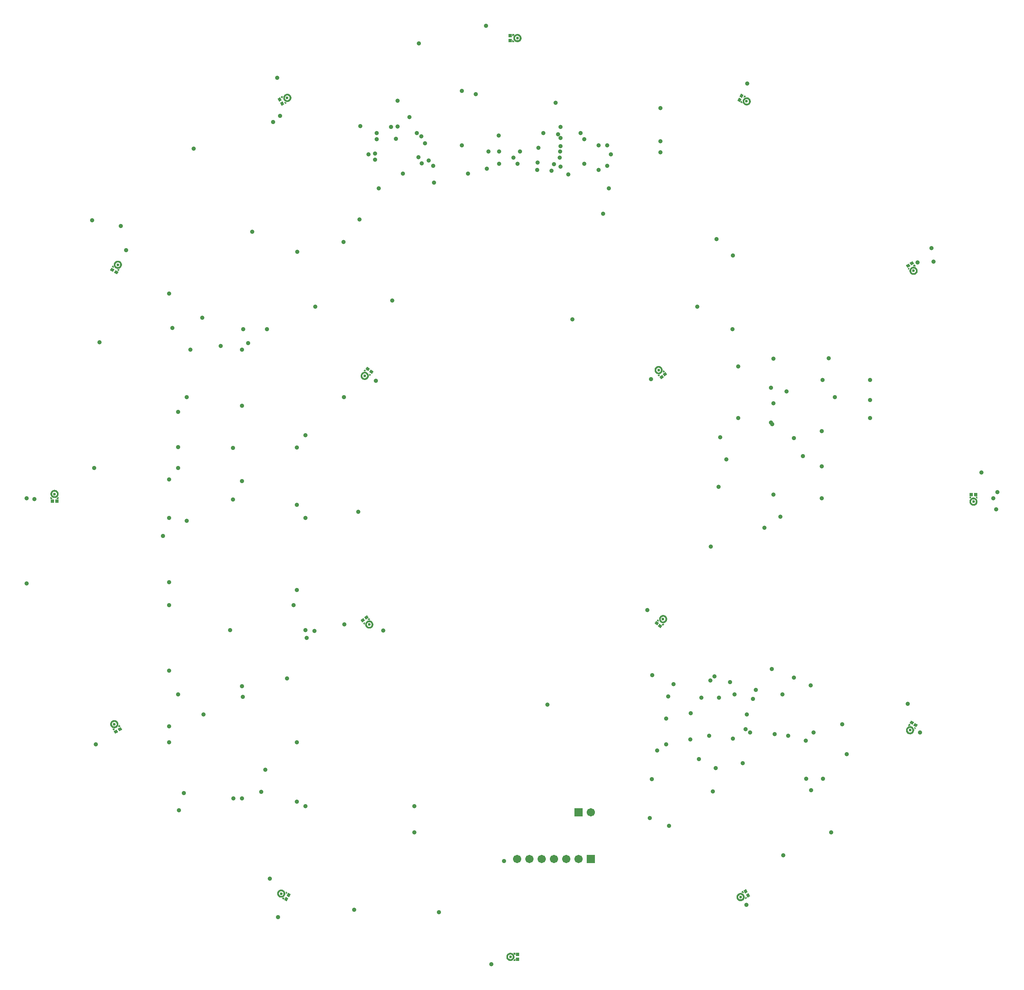
<source format=gbs>
G04*
G04 #@! TF.GenerationSoftware,Altium Limited,Altium Designer,20.2.3 (150)*
G04*
G04 Layer_Color=16711935*
%FSLAX25Y25*%
%MOIN*%
G70*
G04*
G04 #@! TF.SameCoordinates,FEBEBD62-9BCC-4C60-8B63-8EF99F169A48*
G04*
G04*
G04 #@! TF.FilePolarity,Negative*
G04*
G01*
G75*
%ADD60R,0.06706X0.06706*%
%ADD61C,0.06706*%
%ADD62C,0.02362*%
%ADD63C,0.03556*%
%ADD64C,0.01181*%
%ADD70C,0.00787*%
G04:AMPARAMS|DCode=86|XSize=27.95mil|YSize=24.02mil|CornerRadius=0mil|HoleSize=0mil|Usage=FLASHONLY|Rotation=0.015|XOffset=0mil|YOffset=0mil|HoleType=Round|Shape=Rectangle|*
%AMROTATEDRECTD86*
4,1,4,-0.01397,-0.01201,-0.01398,0.01200,0.01397,0.01201,0.01398,-0.01200,-0.01397,-0.01201,0.0*
%
%ADD86ROTATEDRECTD86*%

G04:AMPARAMS|DCode=87|XSize=27.95mil|YSize=24.02mil|CornerRadius=0mil|HoleSize=0mil|Usage=FLASHONLY|Rotation=320.000|XOffset=0mil|YOffset=0mil|HoleType=Round|Shape=Rectangle|*
%AMROTATEDRECTD87*
4,1,4,-0.01843,-0.00022,-0.00299,0.01818,0.01843,0.00022,0.00299,-0.01818,-0.01843,-0.00022,0.0*
%
%ADD87ROTATEDRECTD87*%

G04:AMPARAMS|DCode=88|XSize=27.95mil|YSize=24.02mil|CornerRadius=0mil|HoleSize=0mil|Usage=FLASHONLY|Rotation=40.083|XOffset=0mil|YOffset=0mil|HoleType=Round|Shape=Rectangle|*
%AMROTATEDRECTD88*
4,1,4,-0.00296,-0.01819,-0.01843,0.00019,0.00296,0.01819,0.01843,-0.00019,-0.00296,-0.01819,0.0*
%
%ADD88ROTATEDRECTD88*%

G04:AMPARAMS|DCode=89|XSize=27.95mil|YSize=24.02mil|CornerRadius=0mil|HoleSize=0mil|Usage=FLASHONLY|Rotation=329.912|XOffset=0mil|YOffset=0mil|HoleType=Round|Shape=Rectangle|*
%AMROTATEDRECTD89*
4,1,4,-0.01811,-0.00338,-0.00607,0.01740,0.01811,0.00338,0.00607,-0.01740,-0.01811,-0.00338,0.0*
%
%ADD89ROTATEDRECTD89*%

G04:AMPARAMS|DCode=90|XSize=27.95mil|YSize=24.02mil|CornerRadius=0mil|HoleSize=0mil|Usage=FLASHONLY|Rotation=30.087|XOffset=0mil|YOffset=0mil|HoleType=Round|Shape=Rectangle|*
%AMROTATEDRECTD90*
4,1,4,-0.00607,-0.01740,-0.01811,0.00338,0.00607,0.01740,0.01811,-0.00338,-0.00607,-0.01740,0.0*
%
%ADD90ROTATEDRECTD90*%

G04:AMPARAMS|DCode=91|XSize=27.95mil|YSize=24.02mil|CornerRadius=0mil|HoleSize=0mil|Usage=FLASHONLY|Rotation=60.087|XOffset=0mil|YOffset=0mil|HoleType=Round|Shape=Rectangle|*
%AMROTATEDRECTD91*
4,1,4,0.00344,-0.01810,-0.01738,-0.00613,-0.00344,0.01810,0.01738,0.00613,0.00344,-0.01810,0.0*
%
%ADD91ROTATEDRECTD91*%

G04:AMPARAMS|DCode=92|XSize=27.95mil|YSize=24.02mil|CornerRadius=0mil|HoleSize=0mil|Usage=FLASHONLY|Rotation=89.998|XOffset=0mil|YOffset=0mil|HoleType=Round|Shape=Rectangle|*
%AMROTATEDRECTD92*
4,1,4,0.01201,-0.01398,-0.01201,-0.01398,-0.01201,0.01398,0.01201,0.01398,0.01201,-0.01398,0.0*
%
%ADD92ROTATEDRECTD92*%

G04:AMPARAMS|DCode=93|XSize=27.95mil|YSize=24.02mil|CornerRadius=0mil|HoleSize=0mil|Usage=FLASHONLY|Rotation=119.911|XOffset=0mil|YOffset=0mil|HoleType=Round|Shape=Rectangle|*
%AMROTATEDRECTD93*
4,1,4,0.01738,-0.00613,-0.00344,-0.01810,-0.01738,0.00613,0.00344,0.01810,0.01738,-0.00613,0.0*
%
%ADD93ROTATEDRECTD93*%

G36*
X436008Y810396D02*
X436009Y810397D01*
X436174Y810392D01*
X436177Y810392D01*
X436180Y810392D01*
X436345Y810379D01*
X436348Y810378D01*
X436351Y810378D01*
X436515Y810357D01*
X436517Y810356D01*
X436521Y810356D01*
X436683Y810326D01*
X436686Y810325D01*
X436689Y810324D01*
X436849Y810286D01*
X436852Y810285D01*
X436855Y810284D01*
X437013Y810238D01*
X437016Y810236D01*
X437019Y810236D01*
X437175Y810181D01*
X437178Y810179D01*
X437180Y810178D01*
X437333Y810115D01*
X437335Y810114D01*
X437338Y810113D01*
X437487Y810042D01*
X437490Y810040D01*
X437493Y810039D01*
X437638Y809960D01*
X437640Y809958D01*
X437643Y809957D01*
X437784Y809871D01*
X437786Y809869D01*
X437789Y809868D01*
X437925Y809774D01*
X437927Y809772D01*
X437930Y809771D01*
X438061Y809670D01*
X438063Y809668D01*
X438065Y809666D01*
X438191Y809559D01*
X438193Y809557D01*
X438195Y809555D01*
X438315Y809441D01*
X438317Y809439D01*
X438319Y809437D01*
X438433Y809317D01*
X438435Y809315D01*
X438437Y809313D01*
X438544Y809188D01*
X438546Y809185D01*
X438548Y809183D01*
X438649Y809052D01*
X438650Y809049D01*
X438652Y809047D01*
X438745Y808911D01*
X438747Y808908D01*
X438749Y808906D01*
X438835Y808765D01*
X438836Y808762D01*
X438838Y808760D01*
X438917Y808615D01*
X438918Y808612D01*
X438920Y808609D01*
X438991Y808460D01*
X438992Y808457D01*
X438993Y808455D01*
X439056Y808302D01*
X439057Y808299D01*
X439058Y808297D01*
X439114Y808141D01*
X439114Y808138D01*
X439115Y808135D01*
X439162Y807977D01*
X439163Y807974D01*
X439164Y807971D01*
X439202Y807811D01*
X439203Y807808D01*
X439204Y807805D01*
X439234Y807642D01*
X439234Y807639D01*
X439235Y807636D01*
X439256Y807473D01*
X439256Y807470D01*
X439257Y807467D01*
X439270Y807302D01*
X439270Y807299D01*
X439270Y807296D01*
X439274Y807131D01*
X439274Y807130D01*
X439274Y807128D01*
X439274Y807089D01*
X439274Y807087D01*
X439274Y807086D01*
X439270Y806919D01*
X439270Y806916D01*
X439270Y806913D01*
X439257Y806746D01*
X439256Y806743D01*
X439256Y806740D01*
X439234Y806575D01*
X439233Y806571D01*
X439233Y806568D01*
X439203Y806404D01*
X439202Y806401D01*
X439201Y806398D01*
X439162Y806236D01*
X439161Y806233D01*
X439161Y806230D01*
X439113Y806070D01*
X439112Y806067D01*
X439112Y806064D01*
X439056Y805906D01*
X439054Y805904D01*
X439053Y805901D01*
X438990Y805746D01*
X438988Y805744D01*
X438987Y805741D01*
X438915Y805590D01*
X438914Y805587D01*
X438912Y805585D01*
X438833Y805438D01*
X438831Y805435D01*
X438830Y805432D01*
X438742Y805290D01*
X438740Y805288D01*
X438739Y805285D01*
X438644Y805147D01*
X438643Y805145D01*
X438641Y805142D01*
X438539Y805010D01*
X438537Y805007D01*
X438535Y805005D01*
X438427Y804878D01*
X438424Y804876D01*
X438423Y804873D01*
X438308Y804752D01*
X438306Y804750D01*
X438303Y804748D01*
X438182Y804633D01*
X438180Y804631D01*
X438178Y804629D01*
X438051Y804520D01*
X438048Y804519D01*
X438046Y804517D01*
X437913Y804415D01*
X437911Y804413D01*
X437908Y804411D01*
X437771Y804317D01*
X437768Y804315D01*
X437766Y804313D01*
X437623Y804226D01*
X437620Y804225D01*
X437618Y804223D01*
X437471Y804143D01*
X437468Y804142D01*
X437466Y804140D01*
X437315Y804068D01*
X437312Y804068D01*
X437309Y804066D01*
X437155Y804002D01*
X437152Y804001D01*
X437149Y804000D01*
X436992Y803944D01*
X436989Y803944D01*
X436986Y803942D01*
X436826Y803895D01*
X436823Y803894D01*
X436820Y803893D01*
X436657Y803854D01*
X436654Y803854D01*
X436651Y803853D01*
X436487Y803823D01*
X436484Y803822D01*
X436481Y803822D01*
X436315Y803800D01*
X436312Y803800D01*
X436309Y803799D01*
X436143Y803786D01*
X436140Y803786D01*
X436137Y803786D01*
X435970Y803781D01*
X435968Y803782D01*
X435967Y803781D01*
X435849Y803781D01*
X435847Y803782D01*
X435846Y803781D01*
X435683Y803786D01*
X435680Y803786D01*
X435676Y803786D01*
X435514Y803799D01*
X435511Y803799D01*
X435508Y803799D01*
X435347Y803821D01*
X435344Y803821D01*
X435340Y803822D01*
X435180Y803851D01*
X435177Y803852D01*
X435174Y803853D01*
X435016Y803891D01*
X435013Y803892D01*
X435010Y803892D01*
X434854Y803938D01*
X434851Y803940D01*
X434848Y803940D01*
X434694Y803995D01*
X434692Y803996D01*
X434689Y803997D01*
X434538Y804059D01*
X434535Y804061D01*
X434532Y804062D01*
X434385Y804132D01*
X434383Y804134D01*
X434380Y804135D01*
X434237Y804212D01*
X434234Y804214D01*
X434231Y804216D01*
X434093Y804301D01*
X434090Y804303D01*
X434087Y804304D01*
X433953Y804396D01*
X433951Y804398D01*
X433948Y804400D01*
X433819Y804499D01*
X433817Y804501D01*
X433814Y804503D01*
X433690Y804609D01*
X433688Y804611D01*
X433686Y804613D01*
X433568Y804725D01*
X433566Y804727D01*
X433563Y804729D01*
X433451Y804848D01*
X433449Y804850D01*
X433447Y804852D01*
X433341Y804976D01*
X433340Y804978D01*
X433337Y804981D01*
X433238Y805110D01*
X433237Y805113D01*
X433235Y805115D01*
X433142Y805249D01*
X433141Y805252D01*
X433139Y805254D01*
X433054Y805393D01*
X433053Y805396D01*
X433051Y805399D01*
X432973Y805542D01*
X432972Y805544D01*
X432970Y805547D01*
X432900Y805694D01*
X432899Y805697D01*
X432898Y805700D01*
X432835Y805850D01*
X432834Y805853D01*
X432833Y805856D01*
X432779Y806010D01*
X432778Y806013D01*
X432777Y806016D01*
X432731Y806172D01*
X432730Y806175D01*
X432729Y806178D01*
X432691Y806336D01*
X432690Y806339D01*
X432690Y806342D01*
X432660Y806502D01*
X432660Y806505D01*
X432659Y806508D01*
X432638Y806670D01*
X432638Y806673D01*
X432637Y806676D01*
X432624Y806838D01*
X432624Y806841D01*
X432624Y806844D01*
X432620Y807007D01*
X432620Y807009D01*
X432620Y807010D01*
X432620Y807050D01*
X432621Y807062D01*
X432622Y807073D01*
X432622Y807073D01*
X432622Y807073D01*
X432625Y807082D01*
X432627Y807089D01*
X432625Y807096D01*
X432622Y807105D01*
X432622Y807107D01*
X432621Y807108D01*
X432621Y807119D01*
X432620Y807129D01*
X432620Y807130D01*
X432620Y807132D01*
X432624Y807296D01*
X432624Y807300D01*
X432624Y807303D01*
X432637Y807467D01*
X432638Y807470D01*
X432638Y807473D01*
X432660Y807637D01*
X432660Y807640D01*
X432660Y807643D01*
X432690Y807805D01*
X432691Y807808D01*
X432692Y807811D01*
X432730Y807971D01*
X432731Y807974D01*
X432732Y807977D01*
X432779Y808136D01*
X432780Y808138D01*
X432781Y808141D01*
X432836Y808297D01*
X432837Y808300D01*
X432838Y808302D01*
X432901Y808455D01*
X432903Y808458D01*
X432904Y808461D01*
X432975Y808609D01*
X432976Y808612D01*
X432977Y808615D01*
X433056Y808760D01*
X433058Y808762D01*
X433059Y808765D01*
X433145Y808906D01*
X433147Y808908D01*
X433149Y808911D01*
X433242Y809047D01*
X433244Y809049D01*
X433246Y809052D01*
X433346Y809183D01*
X433348Y809185D01*
X433350Y809188D01*
X433457Y809313D01*
X433460Y809315D01*
X433461Y809317D01*
X433575Y809437D01*
X433577Y809439D01*
X433579Y809442D01*
X433699Y809555D01*
X433701Y809557D01*
X433704Y809559D01*
X433829Y809666D01*
X433831Y809668D01*
X433834Y809670D01*
X433964Y809771D01*
X433967Y809772D01*
X433969Y809774D01*
X434106Y809868D01*
X434108Y809869D01*
X434111Y809871D01*
X434251Y809957D01*
X434254Y809959D01*
X434257Y809960D01*
X434402Y810039D01*
X434405Y810040D01*
X434407Y810042D01*
X434556Y810113D01*
X434559Y810114D01*
X434562Y810115D01*
X434714Y810178D01*
X434717Y810179D01*
X434720Y810181D01*
X434875Y810236D01*
X434878Y810236D01*
X434881Y810238D01*
X435039Y810285D01*
X435042Y810285D01*
X435045Y810286D01*
X435206Y810324D01*
X435209Y810325D01*
X435212Y810326D01*
X435374Y810356D01*
X435377Y810356D01*
X435380Y810357D01*
X435543Y810378D01*
X435546Y810378D01*
X435550Y810379D01*
X435714Y810392D01*
X435717Y810392D01*
X435720Y810392D01*
X435885Y810397D01*
X435887Y810396D01*
X435888Y810397D01*
X436006Y810397D01*
X436008Y810396D01*
D02*
G37*
G36*
X433265Y810372D02*
X433287Y810365D01*
X433298Y810360D01*
X433308Y810355D01*
X433325Y810340D01*
Y810340D01*
X433325D01*
X433340Y810322D01*
X433345Y810312D01*
X433351Y810301D01*
X433358Y810279D01*
X433360Y810256D01*
X433360Y809862D01*
Y809862D01*
D01*
X433358Y809839D01*
X433351Y809817D01*
X433345Y809806D01*
X433340Y809796D01*
X433325Y809778D01*
X433325D01*
Y809778D01*
X432420Y808873D01*
X432420D01*
Y808873D01*
X432416Y808869D01*
X432402Y808858D01*
X432399Y808856D01*
X432381Y808847D01*
X432370Y808843D01*
X432359Y808840D01*
X432336Y808838D01*
X432336D01*
X432336D01*
X431942Y808838D01*
X431919Y808840D01*
X431906Y808844D01*
X431897Y808847D01*
X431897Y808847D01*
D01*
X431876Y808858D01*
X431862Y808869D01*
X431858Y808873D01*
Y808873D01*
X431858D01*
X431855Y808877D01*
X431844Y808891D01*
X431833Y808911D01*
D01*
X431833Y808911D01*
X431830Y808920D01*
X431826Y808934D01*
X431824Y808957D01*
Y808957D01*
D01*
D01*
X431824Y810256D01*
X431826Y810279D01*
X431833Y810301D01*
X431844Y810322D01*
X431858Y810340D01*
X431876Y810355D01*
X431897Y810365D01*
X431919Y810372D01*
X431942Y810375D01*
X433242Y810375D01*
D01*
D01*
X433242D01*
X433265Y810372D01*
D02*
G37*
G36*
X432356Y805332D02*
X432379Y805325D01*
X432399Y805314D01*
X432417Y805299D01*
X433323Y804394D01*
X433337Y804376D01*
X433348Y804355D01*
X433355Y804333D01*
X433357Y804310D01*
Y803916D01*
Y803916D01*
Y803916D01*
X433355Y803893D01*
X433351Y803880D01*
X433348Y803871D01*
X433348Y803871D01*
D01*
X433337Y803850D01*
X433326Y803836D01*
X433323Y803832D01*
X433323D01*
Y803832D01*
X433319Y803829D01*
X433305Y803817D01*
X433284Y803806D01*
D01*
X433284Y803806D01*
X433275Y803804D01*
X433262Y803800D01*
X433239Y803798D01*
X433239D01*
X433239D01*
X431940Y803798D01*
X431916Y803800D01*
X431903Y803804D01*
X431894Y803807D01*
X431894Y803807D01*
D01*
X431874Y803818D01*
X431859Y803829D01*
X431856Y803832D01*
Y803832D01*
X431856D01*
X431852Y803836D01*
X431841Y803850D01*
X431830Y803871D01*
D01*
X431830Y803871D01*
X431827Y803880D01*
X431823Y803893D01*
X431821Y803916D01*
Y803916D01*
D01*
D01*
X431821Y805215D01*
X431823Y805239D01*
X431830Y805261D01*
X431841Y805281D01*
X431856Y805299D01*
X431874Y805314D01*
X431894Y805325D01*
X431916Y805332D01*
X431940Y805334D01*
X432333D01*
X432356Y805332D01*
D02*
G37*
G36*
X248592Y761746D02*
X248595Y761746D01*
X248760Y761741D01*
X248763Y761741D01*
X248766Y761741D01*
X248930Y761728D01*
X248933Y761728D01*
X248936Y761727D01*
X249100Y761706D01*
X249103Y761705D01*
X249106Y761705D01*
X249268Y761674D01*
X249271Y761673D01*
X249274Y761673D01*
X249434Y761634D01*
X249437Y761633D01*
X249440Y761633D01*
X249598Y761586D01*
X249601Y761584D01*
X249604Y761584D01*
X249760Y761528D01*
X249762Y761527D01*
X249765Y761526D01*
X249918Y761463D01*
X249920Y761461D01*
X249923Y761460D01*
X250072Y761389D01*
X250075Y761387D01*
X250078Y761386D01*
X250222Y761307D01*
X250225Y761306D01*
X250228Y761304D01*
X250368Y761218D01*
X250371Y761216D01*
X250373Y761214D01*
X250509Y761121D01*
X250512Y761119D01*
X250514Y761117D01*
X250645Y761017D01*
X250647Y761015D01*
X250650Y761013D01*
X250775Y760905D01*
X250777Y760903D01*
X250779Y760901D01*
X250899Y760787D01*
X250901Y760785D01*
X250903Y760783D01*
X251017Y760663D01*
X251019Y760661D01*
X251021Y760659D01*
X251128Y760533D01*
X251129Y760531D01*
X251132Y760528D01*
X251232Y760397D01*
X251233Y760395D01*
X251236Y760392D01*
X251329Y760256D01*
X251330Y760253D01*
X251332Y760251D01*
X251418Y760110D01*
X251419Y760109D01*
X251419Y760108D01*
X251439Y760074D01*
X251440Y760072D01*
X251441Y760071D01*
X251520Y759924D01*
X251521Y759921D01*
X251523Y759918D01*
X251594Y759768D01*
X251596Y759765D01*
X251597Y759762D01*
X251661Y759608D01*
X251662Y759605D01*
X251663Y759602D01*
X251718Y759444D01*
X251719Y759441D01*
X251720Y759438D01*
X251767Y759278D01*
X251768Y759275D01*
X251769Y759272D01*
X251808Y759110D01*
X251808Y759107D01*
X251809Y759104D01*
X251839Y758940D01*
X251839Y758937D01*
X251840Y758933D01*
X251862Y758768D01*
X251862Y758765D01*
X251862Y758762D01*
X251875Y758595D01*
X251875Y758592D01*
X251876Y758589D01*
X251880Y758422D01*
X251879Y758419D01*
X251880Y758416D01*
X251875Y758249D01*
X251875Y758246D01*
X251875Y758243D01*
X251861Y758076D01*
X251861Y758073D01*
X251861Y758070D01*
X251838Y757905D01*
X251838Y757902D01*
X251838Y757899D01*
X251807Y757734D01*
X251806Y757731D01*
X251806Y757728D01*
X251766Y757566D01*
X251765Y757563D01*
X251765Y757560D01*
X251717Y757400D01*
X251716Y757397D01*
X251715Y757394D01*
X251659Y757237D01*
X251658Y757234D01*
X251657Y757231D01*
X251593Y757077D01*
X251591Y757074D01*
X251590Y757071D01*
X251518Y756921D01*
X251517Y756918D01*
X251515Y756915D01*
X251435Y756769D01*
X251434Y756766D01*
X251432Y756763D01*
X251345Y756621D01*
X251343Y756618D01*
X251342Y756616D01*
X251247Y756478D01*
X251245Y756476D01*
X251243Y756473D01*
X251141Y756341D01*
X251139Y756339D01*
X251137Y756336D01*
X251029Y756209D01*
X251026Y756207D01*
X251025Y756205D01*
X250909Y756084D01*
X250907Y756082D01*
X250905Y756079D01*
X250784Y755965D01*
X250781Y755963D01*
X250779Y755961D01*
X250652Y755852D01*
X250649Y755851D01*
X250647Y755848D01*
X250514Y755747D01*
X250512Y755745D01*
X250510Y755743D01*
X250372Y755649D01*
X250369Y755648D01*
X250366Y755646D01*
X250224Y755559D01*
X250223Y755558D01*
X250221Y755557D01*
X250119Y755498D01*
X250118Y755498D01*
X250116Y755497D01*
X249973Y755419D01*
X249970Y755418D01*
X249968Y755416D01*
X249820Y755346D01*
X249817Y755345D01*
X249815Y755344D01*
X249664Y755282D01*
X249661Y755281D01*
X249658Y755280D01*
X249505Y755226D01*
X249502Y755225D01*
X249499Y755224D01*
X249343Y755178D01*
X249340Y755177D01*
X249337Y755176D01*
X249178Y755138D01*
X249175Y755138D01*
X249172Y755137D01*
X249012Y755108D01*
X249009Y755107D01*
X249006Y755107D01*
X248844Y755086D01*
X248841Y755086D01*
X248838Y755085D01*
X248676Y755072D01*
X248673Y755072D01*
X248670Y755072D01*
X248507Y755068D01*
X248504Y755068D01*
X248501Y755068D01*
X248338Y755073D01*
X248335Y755073D01*
X248332Y755073D01*
X248169Y755086D01*
X248166Y755087D01*
X248163Y755087D01*
X248002Y755108D01*
X247999Y755109D01*
X247996Y755109D01*
X247836Y755139D01*
X247833Y755140D01*
X247830Y755140D01*
X247671Y755179D01*
X247668Y755180D01*
X247665Y755180D01*
X247509Y755227D01*
X247506Y755228D01*
X247503Y755229D01*
X247350Y755283D01*
X247347Y755285D01*
X247344Y755286D01*
X247194Y755348D01*
X247191Y755350D01*
X247188Y755351D01*
X247041Y755421D01*
X247039Y755423D01*
X247036Y755424D01*
X246893Y755502D01*
X246890Y755503D01*
X246887Y755505D01*
X246749Y755590D01*
X246746Y755592D01*
X246743Y755593D01*
X246609Y755686D01*
X246607Y755688D01*
X246604Y755690D01*
X246475Y755789D01*
X246473Y755791D01*
X246470Y755793D01*
X246347Y755899D01*
X246345Y755901D01*
X246342Y755903D01*
X246224Y756015D01*
X246222Y756018D01*
X246220Y756020D01*
X246108Y756138D01*
X246106Y756140D01*
X246104Y756143D01*
X245998Y756267D01*
X245997Y756269D01*
X245994Y756271D01*
X245896Y756401D01*
X245894Y756403D01*
X245892Y756406D01*
X245800Y756540D01*
X245798Y756543D01*
X245796Y756545D01*
X245712Y756684D01*
X245711Y756686D01*
X245710Y756687D01*
X245690Y756721D01*
X245686Y756732D01*
X245681Y756742D01*
X245681Y756742D01*
X245681Y756742D01*
X245678Y756754D01*
X245677Y756758D01*
X245672Y756763D01*
X245665Y756770D01*
X245664Y756772D01*
X245663Y756773D01*
X245657Y756781D01*
X245651Y756789D01*
X245650Y756791D01*
X245650Y756792D01*
X245571Y756937D01*
X245570Y756940D01*
X245568Y756943D01*
X245498Y757092D01*
X245497Y757094D01*
X245495Y757097D01*
X245432Y757250D01*
X245431Y757253D01*
X245430Y757256D01*
X245375Y757411D01*
X245374Y757414D01*
X245373Y757417D01*
X245327Y757575D01*
X245326Y757578D01*
X245325Y757581D01*
X245287Y757742D01*
X245286Y757745D01*
X245286Y757748D01*
X245256Y757910D01*
X245255Y757913D01*
X245255Y757916D01*
X245234Y758079D01*
X245233Y758083D01*
X245233Y758085D01*
X245220Y758250D01*
X245220Y758253D01*
X245220Y758256D01*
X245216Y758421D01*
X245216Y758424D01*
X245216Y758427D01*
X245220Y758592D01*
X245221Y758595D01*
X245221Y758598D01*
X245234Y758763D01*
X245234Y758766D01*
X245235Y758769D01*
X245256Y758932D01*
X245257Y758935D01*
X245257Y758939D01*
X245288Y759100D01*
X245289Y759103D01*
X245289Y759106D01*
X245328Y759267D01*
X245329Y759270D01*
X245329Y759273D01*
X245376Y759431D01*
X245378Y759434D01*
X245378Y759437D01*
X245434Y759592D01*
X245435Y759595D01*
X245436Y759598D01*
X245499Y759750D01*
X245501Y759753D01*
X245502Y759756D01*
X245573Y759905D01*
X245575Y759907D01*
X245576Y759910D01*
X245655Y760055D01*
X245656Y760057D01*
X245658Y760060D01*
X245744Y760201D01*
X245746Y760203D01*
X245748Y760206D01*
X245841Y760342D01*
X245843Y760344D01*
X245845Y760347D01*
X245946Y760477D01*
X245948Y760480D01*
X245949Y760482D01*
X246057Y760607D01*
X246059Y760610D01*
X246061Y760612D01*
X246175Y760732D01*
X246177Y760734D01*
X246179Y760736D01*
X246299Y760849D01*
X246301Y760851D01*
X246303Y760853D01*
X246429Y760960D01*
X246431Y760962D01*
X246434Y760964D01*
X246565Y761064D01*
X246567Y761066D01*
X246570Y761068D01*
X246706Y761161D01*
X246709Y761163D01*
X246711Y761165D01*
X246852Y761250D01*
X246853Y761251D01*
X246854Y761252D01*
X246957Y761311D01*
X246958Y761311D01*
X246959Y761312D01*
X247105Y761391D01*
X247107Y761392D01*
X247110Y761394D01*
X247259Y761464D01*
X247262Y761466D01*
X247265Y761467D01*
X247417Y761530D01*
X247420Y761531D01*
X247423Y761532D01*
X247579Y761587D01*
X247582Y761588D01*
X247584Y761589D01*
X247743Y761635D01*
X247746Y761636D01*
X247749Y761637D01*
X247909Y761675D01*
X247912Y761676D01*
X247915Y761677D01*
X248077Y761706D01*
X248080Y761706D01*
X248083Y761707D01*
X248247Y761728D01*
X248250Y761728D01*
X248253Y761729D01*
X248417Y761742D01*
X248421Y761742D01*
X248424Y761742D01*
X248588Y761746D01*
X248592Y761746D01*
D02*
G37*
G36*
X244661Y759925D02*
X244670Y759922D01*
X244683Y759916D01*
X244703Y759904D01*
X244704Y759903D01*
X244720Y759888D01*
X244733Y759869D01*
X244733Y759869D01*
X244930Y759528D01*
X244939Y759507D01*
X244945Y759484D01*
X244945Y759461D01*
X244941Y759438D01*
X244608Y758202D01*
X244600Y758180D01*
X244592Y758168D01*
X244588Y758160D01*
X244580Y758152D01*
X244572Y758143D01*
X244553Y758130D01*
X244211Y757933D01*
X244190Y757924D01*
X244168Y757918D01*
X244144Y757918D01*
D01*
X244144D01*
X244121Y757922D01*
X244100Y757930D01*
X244080Y757942D01*
X244063Y757958D01*
X244049Y757977D01*
X244049Y757977D01*
X243402Y759103D01*
X243392Y759124D01*
X243387Y759147D01*
X243386Y759170D01*
D01*
Y759170D01*
X243390Y759193D01*
X243398Y759215D01*
X243406Y759227D01*
X243410Y759235D01*
X243411Y759236D01*
X243426Y759252D01*
X243445Y759265D01*
X244571Y759913D01*
X244583Y759918D01*
X244592Y759923D01*
X244598Y759924D01*
X244615Y759928D01*
X244638Y759929D01*
X244638Y759929D01*
D01*
X244638D01*
X244661Y759925D01*
D02*
G37*
G36*
X622705Y758874D02*
X622708Y758873D01*
X622711Y758873D01*
X622875Y758860D01*
X622878Y758860D01*
X622881Y758860D01*
X623045Y758839D01*
X623048Y758838D01*
X623051Y758838D01*
X623213Y758808D01*
X623216Y758807D01*
X623219Y758807D01*
X623380Y758768D01*
X623383Y758767D01*
X623386Y758767D01*
X623544Y758720D01*
X623547Y758719D01*
X623550Y758718D01*
X623705Y758663D01*
X623708Y758662D01*
X623711Y758661D01*
X623863Y758598D01*
X623866Y758597D01*
X623869Y758596D01*
X624018Y758525D01*
X624021Y758523D01*
X624024Y758522D01*
X624169Y758444D01*
X624170Y758443D01*
X624171Y758442D01*
X624274Y758383D01*
X624275Y758382D01*
X624276Y758382D01*
X624417Y758296D01*
X624420Y758294D01*
X624422Y758292D01*
X624558Y758199D01*
X624561Y758197D01*
X624563Y758196D01*
X624694Y758096D01*
X624697Y758093D01*
X624699Y758092D01*
X624825Y757985D01*
X624827Y757982D01*
X624829Y757980D01*
X624949Y757867D01*
X624951Y757865D01*
X624954Y757863D01*
X625067Y757743D01*
X625069Y757741D01*
X625071Y757739D01*
X625179Y757614D01*
X625180Y757611D01*
X625183Y757609D01*
X625283Y757478D01*
X625285Y757475D01*
X625287Y757473D01*
X625380Y757337D01*
X625382Y757335D01*
X625384Y757332D01*
X625470Y757192D01*
X625472Y757189D01*
X625473Y757186D01*
X625552Y757041D01*
X625553Y757038D01*
X625555Y757036D01*
X625626Y756887D01*
X625627Y756884D01*
X625629Y756882D01*
X625692Y756729D01*
X625693Y756726D01*
X625694Y756723D01*
X625750Y756568D01*
X625750Y756565D01*
X625752Y756562D01*
X625799Y756404D01*
X625799Y756401D01*
X625800Y756398D01*
X625839Y756238D01*
X625839Y756235D01*
X625840Y756232D01*
X625871Y756070D01*
X625871Y756067D01*
X625872Y756064D01*
X625893Y755900D01*
X625893Y755897D01*
X625894Y755894D01*
X625907Y755730D01*
X625907Y755726D01*
X625908Y755723D01*
X625912Y755559D01*
X625912Y755555D01*
X625912Y755552D01*
X625908Y755387D01*
X625908Y755384D01*
X625908Y755381D01*
X625895Y755217D01*
X625894Y755214D01*
X625894Y755211D01*
X625873Y755047D01*
X625872Y755044D01*
X625872Y755041D01*
X625842Y754879D01*
X625842Y754876D01*
X625841Y754873D01*
X625803Y754712D01*
X625802Y754709D01*
X625801Y754706D01*
X625755Y754548D01*
X625753Y754545D01*
X625753Y754542D01*
X625698Y754387D01*
X625697Y754384D01*
X625696Y754381D01*
X625633Y754228D01*
X625631Y754226D01*
X625630Y754223D01*
X625560Y754074D01*
X625558Y754071D01*
X625557Y754068D01*
X625478Y753923D01*
X625477Y753922D01*
X625477Y753921D01*
X625457Y753887D01*
X625456Y753885D01*
X625456Y753884D01*
X625368Y753741D01*
X625367Y753739D01*
X625365Y753736D01*
X625271Y753598D01*
X625269Y753596D01*
X625267Y753593D01*
X625166Y753461D01*
X625164Y753458D01*
X625162Y753456D01*
X625054Y753329D01*
X625051Y753327D01*
X625049Y753324D01*
X624935Y753203D01*
X624932Y753201D01*
X624930Y753198D01*
X624809Y753083D01*
X624807Y753082D01*
X624805Y753079D01*
X624678Y752971D01*
X624675Y752969D01*
X624673Y752967D01*
X624541Y752865D01*
X624538Y752863D01*
X624536Y752861D01*
X624398Y752766D01*
X624396Y752765D01*
X624393Y752763D01*
X624251Y752676D01*
X624248Y752674D01*
X624246Y752672D01*
X624099Y752593D01*
X624096Y752591D01*
X624093Y752590D01*
X623943Y752518D01*
X623940Y752517D01*
X623937Y752515D01*
X623783Y752451D01*
X623780Y752450D01*
X623777Y752449D01*
X623620Y752393D01*
X623617Y752392D01*
X623614Y752391D01*
X623454Y752343D01*
X623451Y752343D01*
X623448Y752342D01*
X623286Y752302D01*
X623283Y752302D01*
X623280Y752301D01*
X623115Y752270D01*
X623112Y752270D01*
X623109Y752269D01*
X622944Y752247D01*
X622941Y752247D01*
X622938Y752247D01*
X622771Y752233D01*
X622768Y752233D01*
X622765Y752233D01*
X622598Y752228D01*
X622595Y752229D01*
X622592Y752228D01*
X622425Y752233D01*
X622422Y752233D01*
X622419Y752233D01*
X622252Y752246D01*
X622249Y752246D01*
X622246Y752246D01*
X622081Y752268D01*
X622078Y752269D01*
X622075Y752269D01*
X621910Y752299D01*
X621907Y752300D01*
X621904Y752300D01*
X621742Y752339D01*
X621739Y752340D01*
X621736Y752341D01*
X621576Y752388D01*
X621573Y752389D01*
X621570Y752390D01*
X621412Y752445D01*
X621410Y752447D01*
X621407Y752447D01*
X621252Y752511D01*
X621249Y752513D01*
X621246Y752514D01*
X621096Y752585D01*
X621093Y752587D01*
X621090Y752588D01*
X620943Y752668D01*
X620942Y752668D01*
X620941Y752669D01*
X620838Y752728D01*
X620837Y752729D01*
X620836Y752729D01*
X620697Y752814D01*
X620694Y752816D01*
X620691Y752818D01*
X620557Y752910D01*
X620555Y752912D01*
X620552Y752913D01*
X620423Y753012D01*
X620420Y753015D01*
X620418Y753016D01*
X620294Y753122D01*
X620292Y753124D01*
X620289Y753126D01*
X620171Y753238D01*
X620169Y753240D01*
X620166Y753242D01*
X620054Y753360D01*
X620052Y753363D01*
X620050Y753365D01*
X619944Y753488D01*
X619942Y753491D01*
X619940Y753493D01*
X619841Y753622D01*
X619839Y753625D01*
X619837Y753627D01*
X619745Y753761D01*
X619743Y753764D01*
X619741Y753767D01*
X619656Y753905D01*
X619655Y753908D01*
X619653Y753911D01*
X619575Y754054D01*
X619574Y754057D01*
X619572Y754059D01*
X619502Y754206D01*
X619501Y754209D01*
X619499Y754212D01*
X619437Y754362D01*
X619436Y754365D01*
X619435Y754368D01*
X619380Y754521D01*
X619379Y754524D01*
X619378Y754527D01*
X619332Y754683D01*
X619331Y754686D01*
X619330Y754689D01*
X619292Y754847D01*
X619291Y754851D01*
X619290Y754854D01*
X619261Y755014D01*
X619260Y755017D01*
X619260Y755020D01*
X619238Y755181D01*
X619238Y755184D01*
X619238Y755187D01*
X619224Y755350D01*
X619225Y755353D01*
X619224Y755356D01*
X619220Y755519D01*
X619220Y755522D01*
X619220Y755525D01*
X619224Y755688D01*
X619224Y755691D01*
X619224Y755694D01*
X619236Y755856D01*
X619237Y755859D01*
X619237Y755862D01*
X619258Y756024D01*
X619259Y756027D01*
X619259Y756030D01*
X619288Y756190D01*
X619289Y756193D01*
X619290Y756196D01*
X619328Y756355D01*
X619329Y756357D01*
X619329Y756361D01*
X619375Y756517D01*
X619376Y756520D01*
X619377Y756523D01*
X619431Y756676D01*
X619432Y756679D01*
X619433Y756682D01*
X619495Y756833D01*
X619497Y756835D01*
X619498Y756838D01*
X619568Y756985D01*
X619569Y756988D01*
X619571Y756991D01*
X619648Y757134D01*
X619649Y757135D01*
X619650Y757137D01*
X619669Y757171D01*
X619669Y757171D01*
X619669Y757171D01*
X619683Y757190D01*
Y757190D01*
D01*
X619683Y757190D01*
X619693Y757199D01*
X619695Y757201D01*
X619697Y757208D01*
X619699Y757218D01*
X619700Y757219D01*
X619700Y757221D01*
X619704Y757230D01*
X619709Y757239D01*
X619709Y757240D01*
X619710Y757242D01*
X619796Y757383D01*
X619798Y757385D01*
X619800Y757388D01*
X619893Y757524D01*
X619895Y757526D01*
X619896Y757529D01*
X619997Y757660D01*
X619999Y757662D01*
X620000Y757665D01*
X620107Y757790D01*
X620110Y757792D01*
X620111Y757795D01*
X620225Y757915D01*
X620227Y757917D01*
X620229Y757919D01*
X620349Y758033D01*
X620351Y758035D01*
X620353Y758037D01*
X620478Y758144D01*
X620481Y758146D01*
X620483Y758148D01*
X620614Y758249D01*
X620617Y758250D01*
X620619Y758252D01*
X620755Y758346D01*
X620757Y758347D01*
X620760Y758349D01*
X620900Y758436D01*
X620903Y758437D01*
X620906Y758439D01*
X621051Y758518D01*
X621054Y758519D01*
X621056Y758521D01*
X621205Y758592D01*
X621208Y758593D01*
X621210Y758594D01*
X621363Y758658D01*
X621366Y758659D01*
X621369Y758660D01*
X621524Y758715D01*
X621527Y758716D01*
X621530Y758717D01*
X621688Y758764D01*
X621691Y758765D01*
X621694Y758766D01*
X621854Y758805D01*
X621857Y758805D01*
X621860Y758806D01*
X622022Y758836D01*
X622025Y758836D01*
X622028Y758837D01*
X622192Y758859D01*
X622195Y758859D01*
X622198Y758859D01*
X622362Y758873D01*
X622366Y758873D01*
X622369Y758873D01*
X622533Y758878D01*
X622537Y758877D01*
X622540Y758878D01*
X622705Y758874D01*
D02*
G37*
G36*
X620696Y760405D02*
X620719Y760400D01*
X620740Y760391D01*
X621866Y759743D01*
X621885Y759729D01*
X621901Y759712D01*
X621913Y759693D01*
X621922Y759671D01*
X621925Y759648D01*
Y759648D01*
D01*
X621925Y759625D01*
X621919Y759602D01*
X621910Y759581D01*
X621910Y759581D01*
X621713Y759239D01*
X621700Y759221D01*
X621683Y759205D01*
X621663Y759192D01*
X621642Y759184D01*
X620405Y758851D01*
X620382Y758847D01*
X620360Y758848D01*
X620359Y758848D01*
X620336Y758853D01*
X620315Y758862D01*
X620315Y758862D01*
X619974Y759059D01*
X619955Y759072D01*
X619939Y759089D01*
X619934Y759097D01*
X619927Y759109D01*
X619918Y759131D01*
X619915Y759154D01*
X619915Y759177D01*
X619920Y759200D01*
X619930Y759221D01*
X620578Y760347D01*
X620591Y760366D01*
X620609Y760382D01*
X620628Y760394D01*
X620650Y760402D01*
X620673Y760406D01*
X620696Y760405D01*
D02*
G37*
G36*
X618180Y756038D02*
X618203Y756033D01*
X618224Y756023D01*
X618566Y755827D01*
X618584Y755813D01*
X618600Y755796D01*
X618613Y755777D01*
X618621Y755755D01*
X618954Y754518D01*
X618954Y754518D01*
X618958Y754495D01*
X618957Y754473D01*
X618957Y754472D01*
X618952Y754450D01*
X618942Y754428D01*
X618942Y754428D01*
X618746Y754087D01*
X618746Y754087D01*
X618733Y754068D01*
X618716Y754052D01*
X618696Y754040D01*
X618682Y754035D01*
X618674Y754032D01*
X618670Y754031D01*
X618651Y754028D01*
X618628Y754029D01*
X618605Y754034D01*
X618584Y754043D01*
X617458Y754691D01*
X617458Y754691D01*
X617439Y754705D01*
X617423Y754722D01*
X617411Y754741D01*
X617403Y754763D01*
X617399Y754786D01*
X617400Y754809D01*
X617405Y754832D01*
X617414Y754853D01*
X618062Y755979D01*
X618076Y755998D01*
X618093Y756014D01*
X618113Y756027D01*
X618134Y756035D01*
X618157Y756039D01*
X618180Y756038D01*
D02*
G37*
G36*
X246378Y755104D02*
X246388Y755103D01*
X247624Y754770D01*
X247646Y754761D01*
X247666Y754749D01*
X247682Y754733D01*
X247692Y754719D01*
X247696Y754714D01*
X247892Y754373D01*
X247898Y754361D01*
X247902Y754352D01*
X247907Y754329D01*
X247908Y754306D01*
D01*
Y754306D01*
X247904Y754283D01*
X247901Y754275D01*
X247896Y754261D01*
X247884Y754241D01*
X247883Y754240D01*
X247868Y754224D01*
X247849Y754211D01*
X247849Y754211D01*
X246723Y753563D01*
X246701Y753553D01*
X246679Y753548D01*
X246655Y753547D01*
X246632Y753551D01*
X246624Y753554D01*
X246611Y753559D01*
X246591Y753572D01*
X246590Y753573D01*
X246574Y753588D01*
X246561Y753607D01*
X245913Y754733D01*
X245913Y754733D01*
X245913Y754733D01*
Y754733D01*
X245903Y754754D01*
X245900Y754766D01*
X245898Y754777D01*
X245897Y754800D01*
D01*
Y754800D01*
X245901Y754823D01*
X245907Y754839D01*
X245909Y754845D01*
X245909Y754845D01*
Y754845D01*
X245912Y754850D01*
X245921Y754864D01*
X245937Y754881D01*
D01*
X245937Y754881D01*
X245945Y754887D01*
X245956Y754895D01*
X246298Y755091D01*
X246298D01*
X246298Y755091D01*
X246319Y755101D01*
X246334Y755104D01*
X246341Y755106D01*
X246365Y755107D01*
X246378Y755104D01*
D02*
G37*
G36*
X110604Y625908D02*
X110607Y625908D01*
X110772Y625903D01*
X110775Y625903D01*
X110778Y625903D01*
X110943Y625890D01*
X110946Y625889D01*
X110949Y625889D01*
X111112Y625867D01*
X111115Y625867D01*
X111118Y625866D01*
X111281Y625836D01*
X111284Y625835D01*
X111286Y625835D01*
X111447Y625796D01*
X111450Y625795D01*
X111453Y625794D01*
X111611Y625747D01*
X111614Y625746D01*
X111617Y625745D01*
X111772Y625690D01*
X111775Y625689D01*
X111778Y625688D01*
X111930Y625624D01*
X111933Y625623D01*
X111936Y625622D01*
X112084Y625551D01*
X112087Y625549D01*
X112090Y625548D01*
X112235Y625469D01*
X112236Y625468D01*
X112238Y625467D01*
X112272Y625448D01*
X112273Y625447D01*
X112274Y625446D01*
X112417Y625359D01*
X112419Y625357D01*
X112422Y625355D01*
X112559Y625260D01*
X112562Y625258D01*
X112564Y625257D01*
X112697Y625155D01*
X112699Y625153D01*
X112701Y625151D01*
X112828Y625042D01*
X112830Y625040D01*
X112833Y625038D01*
X112954Y624923D01*
X112956Y624921D01*
X112958Y624919D01*
X113073Y624797D01*
X113075Y624795D01*
X113077Y624793D01*
X113185Y624666D01*
X113187Y624663D01*
X113189Y624661D01*
X113291Y624528D01*
X113292Y624526D01*
X113294Y624523D01*
X113389Y624385D01*
X113390Y624383D01*
X113392Y624380D01*
X113479Y624238D01*
X113480Y624235D01*
X113482Y624232D01*
X113561Y624086D01*
X113563Y624083D01*
X113564Y624080D01*
X113636Y623929D01*
X113637Y623926D01*
X113638Y623924D01*
X113702Y623769D01*
X113703Y623766D01*
X113704Y623763D01*
X113760Y623606D01*
X113760Y623603D01*
X113762Y623600D01*
X113809Y623440D01*
X113810Y623437D01*
X113811Y623434D01*
X113849Y623271D01*
X113850Y623268D01*
X113850Y623265D01*
X113881Y623101D01*
X113881Y623098D01*
X113882Y623095D01*
X113903Y622929D01*
X113903Y622926D01*
X113904Y622923D01*
X113917Y622757D01*
X113917Y622754D01*
X113917Y622751D01*
X113921Y622584D01*
X113921Y622581D01*
X113921Y622577D01*
X113916Y622410D01*
X113916Y622407D01*
X113916Y622404D01*
X113903Y622238D01*
X113902Y622235D01*
X113902Y622232D01*
X113880Y622066D01*
X113879Y622063D01*
X113879Y622060D01*
X113848Y621896D01*
X113847Y621893D01*
X113847Y621890D01*
X113808Y621728D01*
X113807Y621725D01*
X113806Y621722D01*
X113759Y621562D01*
X113757Y621559D01*
X113757Y621556D01*
X113701Y621398D01*
X113699Y621396D01*
X113698Y621393D01*
X113634Y621239D01*
X113633Y621236D01*
X113632Y621233D01*
X113560Y621082D01*
X113558Y621079D01*
X113557Y621077D01*
X113477Y620930D01*
X113476Y620929D01*
X113475Y620927D01*
X113416Y620825D01*
X113415Y620824D01*
X113415Y620823D01*
X113329Y620684D01*
X113327Y620681D01*
X113326Y620679D01*
X113233Y620545D01*
X113232Y620542D01*
X113230Y620540D01*
X113131Y620411D01*
X113128Y620408D01*
X113127Y620406D01*
X113021Y620282D01*
X113018Y620280D01*
X113016Y620278D01*
X112904Y620159D01*
X112902Y620157D01*
X112900Y620155D01*
X112782Y620043D01*
X112779Y620041D01*
X112777Y620039D01*
X112653Y619934D01*
X112650Y619932D01*
X112648Y619930D01*
X112519Y619831D01*
X112516Y619829D01*
X112514Y619827D01*
X112379Y619735D01*
X112377Y619733D01*
X112374Y619732D01*
X112235Y619647D01*
X112232Y619645D01*
X112230Y619644D01*
X112087Y619566D01*
X112084Y619565D01*
X112081Y619563D01*
X111934Y619493D01*
X111931Y619492D01*
X111928Y619491D01*
X111778Y619429D01*
X111775Y619428D01*
X111772Y619427D01*
X111618Y619373D01*
X111615Y619372D01*
X111612Y619371D01*
X111456Y619325D01*
X111453Y619324D01*
X111450Y619323D01*
X111292Y619285D01*
X111289Y619285D01*
X111286Y619284D01*
X111126Y619255D01*
X111123Y619254D01*
X111119Y619254D01*
X110958Y619233D01*
X110955Y619233D01*
X110952Y619232D01*
X110790Y619219D01*
X110786Y619219D01*
X110783Y619219D01*
X110621Y619215D01*
X110617Y619215D01*
X110614Y619215D01*
X110451Y619220D01*
X110448Y619220D01*
X110445Y619220D01*
X110283Y619233D01*
X110280Y619234D01*
X110277Y619234D01*
X110116Y619255D01*
X110112Y619256D01*
X110109Y619256D01*
X109949Y619286D01*
X109946Y619287D01*
X109943Y619287D01*
X109785Y619326D01*
X109782Y619327D01*
X109779Y619327D01*
X109623Y619374D01*
X109620Y619375D01*
X109617Y619376D01*
X109464Y619430D01*
X109461Y619432D01*
X109458Y619432D01*
X109307Y619495D01*
X109304Y619496D01*
X109302Y619498D01*
X109155Y619568D01*
X109152Y619569D01*
X109149Y619571D01*
X109006Y619649D01*
X109005Y619650D01*
X109004Y619650D01*
X108969Y619670D01*
X108950Y619684D01*
X108940Y619695D01*
X108932Y619697D01*
X108923Y619700D01*
X108921Y619700D01*
X108920Y619701D01*
X108911Y619705D01*
X108901Y619709D01*
X108900Y619710D01*
X108899Y619711D01*
X108758Y619797D01*
X108756Y619799D01*
X108753Y619801D01*
X108617Y619894D01*
X108615Y619896D01*
X108612Y619898D01*
X108482Y619999D01*
X108479Y620001D01*
X108477Y620003D01*
X108352Y620110D01*
X108349Y620112D01*
X108347Y620114D01*
X108228Y620228D01*
X108226Y620230D01*
X108223Y620232D01*
X108110Y620352D01*
X108108Y620354D01*
X108106Y620356D01*
X107999Y620482D01*
X107997Y620485D01*
X107995Y620487D01*
X107895Y620618D01*
X107893Y620620D01*
X107891Y620623D01*
X107798Y620759D01*
X107796Y620762D01*
X107794Y620764D01*
X107709Y620905D01*
X107707Y620908D01*
X107706Y620910D01*
X107627Y621055D01*
X107626Y621058D01*
X107624Y621061D01*
X107553Y621210D01*
X107552Y621213D01*
X107551Y621215D01*
X107488Y621368D01*
X107487Y621371D01*
X107486Y621374D01*
X107431Y621529D01*
X107430Y621532D01*
X107429Y621535D01*
X107383Y621693D01*
X107382Y621696D01*
X107381Y621699D01*
X107343Y621860D01*
X107342Y621863D01*
X107341Y621866D01*
X107312Y622028D01*
X107311Y622031D01*
X107311Y622034D01*
X107289Y622198D01*
X107289Y622201D01*
X107289Y622204D01*
X107276Y622368D01*
X107276Y622371D01*
X107276Y622374D01*
X107272Y622539D01*
X107272Y622542D01*
X107272Y622545D01*
X107276Y622710D01*
X107277Y622713D01*
X107276Y622716D01*
X107290Y622881D01*
X107290Y622884D01*
X107290Y622887D01*
X107312Y623050D01*
X107313Y623053D01*
X107313Y623057D01*
X107343Y623219D01*
X107344Y623222D01*
X107345Y623225D01*
X107383Y623385D01*
X107385Y623388D01*
X107385Y623391D01*
X107432Y623549D01*
X107433Y623552D01*
X107434Y623555D01*
X107489Y623710D01*
X107491Y623713D01*
X107492Y623716D01*
X107555Y623868D01*
X107556Y623871D01*
X107557Y623874D01*
X107629Y624023D01*
X107631Y624025D01*
X107632Y624028D01*
X107711Y624173D01*
X107711Y624174D01*
X107712Y624176D01*
X107771Y624278D01*
X107772Y624279D01*
X107773Y624281D01*
X107859Y624421D01*
X107861Y624424D01*
X107862Y624427D01*
X107956Y624562D01*
X107958Y624565D01*
X107960Y624567D01*
X108061Y624698D01*
X108063Y624700D01*
X108064Y624703D01*
X108172Y624828D01*
X108174Y624830D01*
X108176Y624832D01*
X108289Y624952D01*
X108292Y624954D01*
X108294Y624956D01*
X108414Y625070D01*
X108416Y625071D01*
X108418Y625074D01*
X108544Y625181D01*
X108546Y625182D01*
X108549Y625184D01*
X108680Y625285D01*
X108682Y625286D01*
X108685Y625288D01*
X108821Y625382D01*
X108823Y625383D01*
X108826Y625385D01*
X108967Y625471D01*
X108969Y625472D01*
X108972Y625474D01*
X109117Y625552D01*
X109120Y625554D01*
X109123Y625555D01*
X109272Y625626D01*
X109274Y625627D01*
X109277Y625629D01*
X109430Y625691D01*
X109433Y625692D01*
X109435Y625694D01*
X109591Y625748D01*
X109594Y625749D01*
X109597Y625750D01*
X109755Y625797D01*
X109758Y625797D01*
X109761Y625799D01*
X109922Y625837D01*
X109925Y625837D01*
X109928Y625838D01*
X110090Y625868D01*
X110093Y625868D01*
X110096Y625869D01*
X110259Y625890D01*
X110263Y625890D01*
X110266Y625891D01*
X110430Y625903D01*
X110433Y625903D01*
X110436Y625904D01*
X110601Y625908D01*
X110604Y625908D01*
D02*
G37*
G36*
X759185Y622759D02*
X759207Y622751D01*
X759219Y622743D01*
X759226Y622738D01*
X759228Y622737D01*
X759243Y622722D01*
X759257Y622704D01*
X759257Y622704D01*
X759908Y621579D01*
X759908Y621579D01*
D01*
X759918Y621558D01*
X759921Y621546D01*
X759923Y621536D01*
X759924Y621512D01*
D01*
Y621512D01*
X759923Y621505D01*
X759920Y621489D01*
X759912Y621468D01*
X759912Y621468D01*
Y621468D01*
X759909Y621463D01*
X759900Y621448D01*
X759884Y621431D01*
X759865Y621417D01*
X759865Y621417D01*
X759524Y621220D01*
X759524Y621220D01*
X759503Y621210D01*
X759481Y621205D01*
X759457Y621204D01*
D01*
X759457D01*
X759434Y621208D01*
X759434Y621208D01*
X758197Y621537D01*
X758197D01*
X758175Y621546D01*
X758160Y621555D01*
X758155Y621558D01*
X758139Y621574D01*
D01*
X758139Y621574D01*
X758135Y621579D01*
X758125Y621593D01*
X758125Y621593D01*
X757928Y621933D01*
X757928Y621933D01*
X757918Y621954D01*
X757913Y621977D01*
X757912Y622000D01*
D01*
Y622000D01*
X757916Y622023D01*
X757918Y622029D01*
X757924Y622045D01*
X757936Y622065D01*
X757952Y622082D01*
X757971Y622095D01*
X759095Y622747D01*
X759109Y622753D01*
X759116Y622756D01*
X759121Y622758D01*
X759139Y622762D01*
X759161Y622762D01*
X759162Y622762D01*
D01*
X759162D01*
X759185Y622759D01*
D02*
G37*
G36*
X106523Y621933D02*
X106530Y621931D01*
X106545Y621927D01*
X106567Y621918D01*
X106907Y621721D01*
D01*
X106907Y621721D01*
X106926Y621707D01*
X106935Y621698D01*
X106942Y621690D01*
X106954Y621670D01*
X106963Y621648D01*
X106963Y621648D01*
X107292Y620411D01*
X107292Y620411D01*
X107296Y620388D01*
X107295Y620365D01*
X107290Y620342D01*
X107280Y620321D01*
X107083Y619980D01*
X107069Y619961D01*
X107061Y619953D01*
X107052Y619945D01*
X107032Y619933D01*
X107010Y619925D01*
X106991Y619922D01*
X106988Y619921D01*
X106988D01*
D01*
X106964Y619922D01*
X106942Y619927D01*
X106920Y619937D01*
X105796Y620588D01*
X105796Y620588D01*
X105778Y620602D01*
X105763Y620618D01*
X105762Y620619D01*
X105749Y620639D01*
X105746Y620649D01*
X105741Y620660D01*
X105737Y620683D01*
Y620683D01*
D01*
X105737Y620685D01*
X105738Y620707D01*
X105742Y620722D01*
X105744Y620729D01*
X105752Y620747D01*
X105753Y620751D01*
Y620751D01*
X105753Y620751D01*
X105753Y620751D01*
X106404Y621875D01*
X106404Y621875D01*
X106408Y621880D01*
X106418Y621894D01*
X106427Y621902D01*
X106435Y621909D01*
X106455Y621922D01*
X106476Y621930D01*
X106500Y621934D01*
X106500D01*
D01*
X106523Y621933D01*
D02*
G37*
G36*
X758589Y620926D02*
X758593Y620926D01*
X758596Y620926D01*
X758760Y620913D01*
X758763Y620913D01*
X758766Y620913D01*
X758930Y620891D01*
X758933Y620891D01*
X758936Y620890D01*
X759098Y620861D01*
X759101Y620860D01*
X759104Y620859D01*
X759265Y620821D01*
X759268Y620820D01*
X759271Y620820D01*
X759429Y620773D01*
X759432Y620772D01*
X759435Y620771D01*
X759590Y620716D01*
X759593Y620715D01*
X759596Y620714D01*
X759748Y620651D01*
X759751Y620650D01*
X759754Y620649D01*
X759903Y620578D01*
X759906Y620576D01*
X759909Y620575D01*
X760054Y620497D01*
X760056Y620495D01*
X760059Y620493D01*
X760200Y620407D01*
X760202Y620406D01*
X760205Y620404D01*
X760341Y620311D01*
X760343Y620309D01*
X760346Y620307D01*
X760477Y620207D01*
X760479Y620205D01*
X760482Y620203D01*
X760607Y620096D01*
X760609Y620094D01*
X760612Y620092D01*
X760732Y619979D01*
X760734Y619976D01*
X760736Y619974D01*
X760850Y619855D01*
X760852Y619852D01*
X760854Y619850D01*
X760961Y619725D01*
X760963Y619723D01*
X760965Y619720D01*
X761066Y619590D01*
X761067Y619587D01*
X761069Y619585D01*
X761163Y619449D01*
X761165Y619446D01*
X761166Y619444D01*
X761253Y619303D01*
X761253Y619302D01*
X761254Y619301D01*
X761314Y619198D01*
X761314Y619197D01*
X761315Y619196D01*
X761394Y619051D01*
X761395Y619048D01*
X761397Y619045D01*
X761468Y618897D01*
X761469Y618894D01*
X761471Y618891D01*
X761534Y618739D01*
X761535Y618736D01*
X761536Y618733D01*
X761591Y618578D01*
X761592Y618574D01*
X761593Y618572D01*
X761641Y618414D01*
X761641Y618410D01*
X761642Y618408D01*
X761681Y618247D01*
X761681Y618244D01*
X761682Y618241D01*
X761713Y618079D01*
X761713Y618076D01*
X761714Y618073D01*
X761735Y617909D01*
X761735Y617907D01*
X761736Y617903D01*
X761749Y617739D01*
X761749Y617736D01*
X761749Y617733D01*
X761754Y617568D01*
X761754Y617565D01*
X761754Y617562D01*
X761750Y617397D01*
X761750Y617394D01*
X761750Y617391D01*
X761737Y617226D01*
X761736Y617223D01*
X761736Y617220D01*
X761715Y617057D01*
X761714Y617054D01*
X761714Y617051D01*
X761684Y616888D01*
X761683Y616885D01*
X761683Y616882D01*
X761645Y616722D01*
X761644Y616719D01*
X761643Y616716D01*
X761597Y616558D01*
X761595Y616555D01*
X761595Y616552D01*
X761540Y616396D01*
X761539Y616393D01*
X761538Y616390D01*
X761475Y616238D01*
X761473Y616235D01*
X761472Y616232D01*
X761402Y616083D01*
X761400Y616081D01*
X761399Y616078D01*
X761320Y615933D01*
X761318Y615930D01*
X761317Y615928D01*
X761231Y615787D01*
X761229Y615784D01*
X761228Y615781D01*
X761135Y615646D01*
X761133Y615643D01*
X761131Y615640D01*
X761031Y615509D01*
X761029Y615507D01*
X761027Y615505D01*
X760920Y615379D01*
X760918Y615377D01*
X760916Y615374D01*
X760803Y615255D01*
X760800Y615253D01*
X760798Y615250D01*
X760679Y615136D01*
X760676Y615135D01*
X760674Y615132D01*
X760549Y615025D01*
X760546Y615023D01*
X760544Y615021D01*
X760413Y614921D01*
X760411Y614919D01*
X760408Y614917D01*
X760273Y614823D01*
X760270Y614822D01*
X760267Y614820D01*
X760127Y614734D01*
X760125Y614733D01*
X760124Y614732D01*
X760090Y614712D01*
X760089Y614712D01*
X760087Y614711D01*
X759941Y614631D01*
X759938Y614630D01*
X759935Y614628D01*
X759785Y614556D01*
X759782Y614555D01*
X759779Y614553D01*
X759625Y614489D01*
X759622Y614488D01*
X759619Y614487D01*
X759462Y614431D01*
X759459Y614430D01*
X759456Y614429D01*
X759296Y614382D01*
X759293Y614381D01*
X759290Y614380D01*
X759128Y614341D01*
X759125Y614340D01*
X759122Y614339D01*
X758957Y614309D01*
X758954Y614308D01*
X758951Y614308D01*
X758786Y614286D01*
X758783Y614286D01*
X758780Y614285D01*
X758613Y614272D01*
X758610Y614272D01*
X758607Y614271D01*
X758440Y614267D01*
X758437Y614267D01*
X758434Y614267D01*
X758267Y614271D01*
X758264Y614271D01*
X758261Y614271D01*
X758094Y614284D01*
X758091Y614285D01*
X758088Y614285D01*
X757923Y614306D01*
X757920Y614307D01*
X757916Y614307D01*
X757752Y614337D01*
X757749Y614338D01*
X757746Y614338D01*
X757584Y614377D01*
X757581Y614378D01*
X757578Y614379D01*
X757418Y614426D01*
X757415Y614427D01*
X757412Y614428D01*
X757254Y614483D01*
X757251Y614485D01*
X757248Y614486D01*
X757094Y614549D01*
X757091Y614551D01*
X757088Y614552D01*
X756938Y614623D01*
X756935Y614625D01*
X756932Y614626D01*
X756785Y614706D01*
X756783Y614708D01*
X756780Y614709D01*
X756637Y614796D01*
X756635Y614798D01*
X756632Y614799D01*
X756494Y614893D01*
X756492Y614895D01*
X756489Y614897D01*
X756357Y614999D01*
X756354Y615001D01*
X756352Y615003D01*
X756225Y615111D01*
X756223Y615113D01*
X756220Y615115D01*
X756099Y615230D01*
X756097Y615232D01*
X756095Y615234D01*
X755979Y615355D01*
X755977Y615357D01*
X755975Y615360D01*
X755866Y615486D01*
X755865Y615489D01*
X755863Y615491D01*
X755761Y615624D01*
X755759Y615626D01*
X755757Y615628D01*
X755662Y615766D01*
X755661Y615769D01*
X755659Y615771D01*
X755572Y615913D01*
X755571Y615915D01*
X755570Y615916D01*
X755511Y616018D01*
X755510Y616020D01*
X755509Y616021D01*
X755431Y616164D01*
X755430Y616167D01*
X755429Y616170D01*
X755358Y616316D01*
X755357Y616319D01*
X755356Y616322D01*
X755293Y616472D01*
X755292Y616475D01*
X755291Y616478D01*
X755236Y616632D01*
X755235Y616635D01*
X755234Y616638D01*
X755188Y616793D01*
X755187Y616796D01*
X755186Y616799D01*
X755148Y616958D01*
X755148Y616961D01*
X755147Y616964D01*
X755117Y617124D01*
X755116Y617127D01*
X755116Y617130D01*
X755094Y617291D01*
X755094Y617295D01*
X755094Y617298D01*
X755081Y617460D01*
X755081Y617463D01*
X755080Y617466D01*
X755076Y617629D01*
X755076Y617632D01*
X755076Y617635D01*
X755080Y617798D01*
X755080Y617801D01*
X755080Y617804D01*
X755093Y617967D01*
X755093Y617970D01*
X755093Y617973D01*
X755114Y618134D01*
X755115Y618137D01*
X755115Y618140D01*
X755145Y618300D01*
X755146Y618303D01*
X755146Y618306D01*
X755184Y618465D01*
X755185Y618468D01*
X755185Y618471D01*
X755231Y618627D01*
X755232Y618630D01*
X755233Y618633D01*
X755287Y618786D01*
X755289Y618789D01*
X755289Y618792D01*
X755352Y618943D01*
X755353Y618946D01*
X755354Y618949D01*
X755424Y619096D01*
X755426Y619098D01*
X755427Y619101D01*
X755504Y619244D01*
X755506Y619247D01*
X755507Y619250D01*
X755592Y619389D01*
X755594Y619391D01*
X755596Y619394D01*
X755688Y619528D01*
X755690Y619531D01*
X755691Y619533D01*
X755790Y619663D01*
X755792Y619665D01*
X755794Y619668D01*
X755900Y619792D01*
X755902Y619794D01*
X755904Y619796D01*
X756016Y619914D01*
X756018Y619916D01*
X756020Y619919D01*
X756138Y620031D01*
X756141Y620033D01*
X756143Y620035D01*
X756266Y620141D01*
X756269Y620143D01*
X756271Y620145D01*
X756400Y620245D01*
X756403Y620246D01*
X756405Y620248D01*
X756539Y620340D01*
X756542Y620342D01*
X756544Y620344D01*
X756683Y620429D01*
X756685Y620430D01*
X756686Y620431D01*
X756720Y620450D01*
X756720Y620450D01*
X756720Y620450D01*
X756720Y620451D01*
X756732Y620456D01*
X756741Y620460D01*
X756741Y620460D01*
X756741Y620460D01*
X756757Y620464D01*
X756757Y620464D01*
X756762Y620469D01*
X756769Y620476D01*
X756770Y620477D01*
X756772Y620478D01*
X756780Y620484D01*
X756788Y620490D01*
X756789Y620491D01*
X756791Y620492D01*
X756936Y620570D01*
X756938Y620572D01*
X756941Y620573D01*
X757090Y620645D01*
X757093Y620646D01*
X757095Y620647D01*
X757248Y620710D01*
X757251Y620711D01*
X757254Y620713D01*
X757409Y620768D01*
X757412Y620769D01*
X757415Y620770D01*
X757573Y620817D01*
X757576Y620818D01*
X757579Y620819D01*
X757739Y620857D01*
X757742Y620858D01*
X757745Y620859D01*
X757907Y620889D01*
X757910Y620889D01*
X757913Y620890D01*
X758077Y620912D01*
X758080Y620912D01*
X758083Y620912D01*
X758247Y620925D01*
X758251Y620925D01*
X758254Y620926D01*
X758418Y620930D01*
X758422Y620930D01*
X758425Y620930D01*
X758589Y620926D01*
D02*
G37*
G36*
X111644Y618951D02*
X111666Y618950D01*
X111689Y618944D01*
X111710Y618935D01*
X111710Y618935D01*
X112051Y618737D01*
X112070Y618724D01*
X112085Y618707D01*
X112098Y618687D01*
X112104Y618671D01*
X112106Y618665D01*
X112106Y618662D01*
X112110Y618642D01*
X112109Y618619D01*
X112103Y618596D01*
X112094Y618575D01*
X111442Y617451D01*
X111429Y617432D01*
X111420Y617424D01*
X111412Y617416D01*
X111392Y617404D01*
X111370Y617396D01*
X111347Y617392D01*
X111324Y617393D01*
X111301Y617398D01*
X111280Y617408D01*
X110156Y618059D01*
X110156Y618059D01*
X110137Y618073D01*
X110137Y618073D01*
D01*
X110136Y618074D01*
X110121Y618090D01*
X110109Y618110D01*
Y618110D01*
X110109Y618110D01*
X110101Y618131D01*
X110097Y618154D01*
X110098Y618178D01*
X110103Y618200D01*
X110113Y618221D01*
X110113Y618221D01*
X110310Y618562D01*
X110324Y618581D01*
X110341Y618597D01*
X110353Y618604D01*
X110361Y618609D01*
X110382Y618617D01*
X110383Y618617D01*
X111620Y618947D01*
X111620Y618947D01*
X111635Y618949D01*
X111643Y618951D01*
X111643D01*
D01*
X111644Y618951D01*
D02*
G37*
G36*
X754822Y620234D02*
X754844Y620226D01*
X754864Y620214D01*
X754881Y620198D01*
X754895Y620179D01*
X755092Y619838D01*
X755092Y619838D01*
X755102Y619817D01*
X755107Y619795D01*
X755108Y619771D01*
X755104Y619748D01*
X754774Y618511D01*
X754774Y618511D01*
X754766Y618489D01*
X754754Y618469D01*
X754753Y618468D01*
X754738Y618452D01*
X754719Y618439D01*
X754719Y618439D01*
X754379Y618241D01*
X754379Y618241D01*
X754367Y618236D01*
X754357Y618232D01*
X754335Y618226D01*
X754311Y618226D01*
D01*
X754311D01*
X754307Y618226D01*
X754288Y618229D01*
X754267Y618237D01*
X754247Y618250D01*
X754230Y618266D01*
X754216Y618285D01*
X754216Y618285D01*
X753565Y619409D01*
X753555Y619430D01*
X753551Y619447D01*
X753550Y619453D01*
X753549Y619476D01*
D01*
Y619476D01*
X753553Y619499D01*
X753561Y619521D01*
X753574Y619540D01*
X753589Y619557D01*
X753608Y619571D01*
X753608Y619571D01*
X754732Y620222D01*
X754754Y620232D01*
X754776Y620237D01*
X754800Y620238D01*
X754822Y620234D01*
D02*
G37*
G36*
X550937Y540113D02*
X550940Y540113D01*
X550943Y540113D01*
X551110Y540103D01*
X551113Y540103D01*
X551116Y540103D01*
X551282Y540084D01*
X551285Y540084D01*
X551288Y540083D01*
X551453Y540056D01*
X551456Y540055D01*
X551459Y540055D01*
X551622Y540019D01*
X551625Y540018D01*
X551628Y540017D01*
X551789Y539973D01*
X551792Y539972D01*
X551795Y539971D01*
X551954Y539918D01*
X551956Y539917D01*
X551959Y539916D01*
X552115Y539855D01*
X552117Y539854D01*
X552120Y539853D01*
X552273Y539784D01*
X552275Y539782D01*
X552278Y539781D01*
X552426Y539704D01*
X552429Y539703D01*
X552432Y539701D01*
X552576Y539617D01*
X552578Y539615D01*
X552581Y539613D01*
X552720Y539522D01*
X552723Y539520D01*
X552725Y539518D01*
X552860Y539419D01*
X552862Y539417D01*
X552865Y539415D01*
X552994Y539309D01*
X552996Y539307D01*
X552998Y539305D01*
X553122Y539192D01*
X553124Y539190D01*
X553126Y539188D01*
X553243Y539069D01*
X553245Y539067D01*
X553247Y539065D01*
X553358Y538940D01*
X553359Y538939D01*
X553360Y538937D01*
X553436Y538847D01*
X553437Y538846D01*
X553438Y538845D01*
X553540Y538717D01*
X553542Y538715D01*
X553544Y538712D01*
X553638Y538580D01*
X553640Y538577D01*
X553642Y538575D01*
X553729Y538438D01*
X553731Y538435D01*
X553733Y538432D01*
X553813Y538291D01*
X553814Y538288D01*
X553816Y538285D01*
X553889Y538140D01*
X553890Y538137D01*
X553892Y538134D01*
X553957Y537985D01*
X553958Y537982D01*
X553959Y537979D01*
X554016Y537827D01*
X554017Y537823D01*
X554018Y537821D01*
X554068Y537665D01*
X554068Y537662D01*
X554069Y537660D01*
X554110Y537502D01*
X554111Y537499D01*
X554112Y537496D01*
X554144Y537336D01*
X554145Y537333D01*
X554145Y537330D01*
X554170Y537169D01*
X554170Y537166D01*
X554171Y537163D01*
X554186Y537001D01*
Y536998D01*
X554187Y536995D01*
X554194Y536832D01*
X554194Y536829D01*
X554194Y536826D01*
X554193Y536663D01*
X554193Y536660D01*
X554193Y536657D01*
X554183Y536494D01*
X554183Y536491D01*
X554183Y536488D01*
X554164Y536326D01*
X554164Y536323D01*
X554164Y536320D01*
X554137Y536160D01*
X554136Y536157D01*
X554136Y536153D01*
X554101Y535994D01*
X554100Y535991D01*
X554099Y535988D01*
X554056Y535831D01*
X554055Y535828D01*
X554054Y535825D01*
X554003Y535671D01*
X554001Y535668D01*
X554001Y535665D01*
X553941Y535513D01*
X553940Y535511D01*
X553939Y535508D01*
X553871Y535359D01*
X553870Y535357D01*
X553869Y535354D01*
X553794Y535209D01*
X553792Y535207D01*
X553791Y535204D01*
X553708Y535064D01*
X553706Y535061D01*
X553705Y535058D01*
X553615Y534922D01*
X553613Y534920D01*
X553612Y534917D01*
X553515Y534786D01*
X553513Y534784D01*
X553511Y534781D01*
X553408Y534656D01*
X553406Y534653D01*
X553404Y534651D01*
X553294Y534531D01*
X553292Y534528D01*
X553290Y534526D01*
X553174Y534412D01*
X553171Y534410D01*
X553169Y534408D01*
X553047Y534300D01*
X553046Y534299D01*
X553045Y534298D01*
X553015Y534272D01*
X553015Y534272D01*
X553015Y534272D01*
X553003Y534264D01*
X552996Y534259D01*
X552996Y534259D01*
X552996Y534259D01*
X552984Y534254D01*
X552980Y534252D01*
X552976Y534246D01*
X552971Y534238D01*
X552970Y534237D01*
X552969Y534236D01*
X552961Y534229D01*
X552955Y534221D01*
X552953Y534221D01*
X552952Y534219D01*
X552823Y534117D01*
X552821Y534115D01*
X552818Y534113D01*
X552684Y534017D01*
X552682Y534015D01*
X552679Y534013D01*
X552540Y533925D01*
X552537Y533923D01*
X552535Y533921D01*
X552391Y533840D01*
X552388Y533839D01*
X552386Y533837D01*
X552239Y533763D01*
X552236Y533762D01*
X552233Y533761D01*
X552082Y533695D01*
X552079Y533694D01*
X552076Y533692D01*
X551922Y533634D01*
X551919Y533634D01*
X551916Y533632D01*
X551758Y533582D01*
X551755Y533582D01*
X551753Y533581D01*
X551593Y533539D01*
X551590Y533539D01*
X551587Y533538D01*
X551425Y533505D01*
X551422Y533504D01*
X551419Y533504D01*
X551256Y533479D01*
X551253Y533479D01*
X551250Y533478D01*
X551086Y533462D01*
X551083D01*
X551080Y533462D01*
X550915Y533454D01*
X550912Y533455D01*
X550909Y533454D01*
X550744Y533455D01*
X550741Y533456D01*
X550738Y533456D01*
X550573Y533465D01*
X550570Y533466D01*
X550567Y533466D01*
X550403Y533485D01*
X550400Y533485D01*
X550397Y533485D01*
X550234Y533512D01*
X550231Y533513D01*
X550228Y533513D01*
X550067Y533549D01*
X550064Y533550D01*
X550061Y533550D01*
X549902Y533594D01*
X549899Y533595D01*
X549896Y533596D01*
X549740Y533648D01*
X549737Y533649D01*
X549734Y533650D01*
X549580Y533710D01*
X549578Y533712D01*
X549575Y533713D01*
X549425Y533781D01*
X549422Y533783D01*
X549419Y533784D01*
X549273Y533860D01*
X549270Y533861D01*
X549267Y533863D01*
X549125Y533946D01*
X549122Y533948D01*
X549120Y533950D01*
X548982Y534040D01*
X548980Y534042D01*
X548977Y534044D01*
X548844Y534142D01*
X548842Y534144D01*
X548839Y534146D01*
X548712Y534250D01*
X548710Y534253D01*
X548707Y534254D01*
X548586Y534366D01*
X548584Y534368D01*
X548581Y534370D01*
X548465Y534487D01*
X548463Y534490D01*
X548461Y534492D01*
X548352Y534615D01*
X548351Y534617D01*
X548350Y534618D01*
X548274Y534708D01*
X548273Y534709D01*
X548272Y534710D01*
X548169Y534839D01*
X548167Y534842D01*
X548165Y534844D01*
X548069Y534978D01*
X548067Y534981D01*
X548066Y534983D01*
X547977Y535122D01*
X547975Y535125D01*
X547973Y535128D01*
X547892Y535271D01*
X547891Y535274D01*
X547889Y535277D01*
X547815Y535424D01*
X547814Y535427D01*
X547813Y535430D01*
X547747Y535581D01*
X547746Y535584D01*
X547744Y535587D01*
X547686Y535741D01*
X547686Y535744D01*
X547684Y535747D01*
X547635Y535904D01*
X547634Y535907D01*
X547633Y535910D01*
X547591Y536069D01*
X547591Y536073D01*
X547590Y536075D01*
X547557Y536237D01*
X547557Y536240D01*
X547556Y536243D01*
X547531Y536406D01*
X547531Y536409D01*
X547530Y536412D01*
X547514Y536577D01*
Y536580D01*
X547514Y536583D01*
X547507Y536748D01*
X547507Y536751D01*
X547506Y536754D01*
X547508Y536919D01*
X547508Y536922D01*
X547508Y536925D01*
X547518Y537089D01*
X547518Y537092D01*
X547518Y537096D01*
X547537Y537259D01*
X547537Y537262D01*
X547537Y537266D01*
X547565Y537428D01*
X547565Y537431D01*
X547566Y537434D01*
X547601Y537595D01*
X547602Y537598D01*
X547603Y537602D01*
X547646Y537760D01*
X547647Y537763D01*
X547648Y537766D01*
X547700Y537923D01*
X547702Y537926D01*
X547702Y537928D01*
X547762Y538082D01*
X547764Y538085D01*
X547765Y538088D01*
X547833Y538238D01*
X547835Y538241D01*
X547836Y538244D01*
X547912Y538390D01*
X547914Y538393D01*
X547915Y538395D01*
X547998Y538538D01*
X548000Y538540D01*
X548002Y538543D01*
X548092Y538681D01*
X548094Y538683D01*
X548096Y538686D01*
X548194Y538818D01*
X548196Y538821D01*
X548198Y538823D01*
X548302Y538951D01*
X548305Y538953D01*
X548307Y538955D01*
X548418Y539077D01*
X548420Y539079D01*
X548422Y539081D01*
X548539Y539197D01*
X548542Y539199D01*
X548544Y539201D01*
X548667Y539311D01*
X548668Y539312D01*
X548669Y539313D01*
X548700Y539338D01*
X548701Y539339D01*
X548702Y539340D01*
X548833Y539444D01*
X548835Y539446D01*
X548838Y539448D01*
X548973Y539545D01*
X548976Y539547D01*
X548979Y539549D01*
X549119Y539639D01*
X549122Y539640D01*
X549125Y539642D01*
X549270Y539724D01*
X549273Y539726D01*
X549275Y539727D01*
X549425Y539802D01*
X549428Y539803D01*
X549430Y539805D01*
X549583Y539871D01*
X549586Y539872D01*
X549589Y539874D01*
X549745Y539932D01*
X549748Y539933D01*
X549751Y539934D01*
X549910Y539985D01*
X549913Y539986D01*
X549916Y539987D01*
X550078Y540029D01*
X550081Y540029D01*
X550084Y540030D01*
X550247Y540064D01*
X550251Y540064D01*
X550254Y540065D01*
X550419Y540090D01*
X550422Y540090D01*
X550425Y540090D01*
X550591Y540107D01*
X550594D01*
X550597Y540107D01*
X550764Y540114D01*
X550767Y540114D01*
X550770Y540115D01*
X550937Y540113D01*
D02*
G37*
G36*
X311771Y537320D02*
X311793Y537315D01*
X311815Y537306D01*
X311823Y537301D01*
X311834Y537293D01*
X312829Y536458D01*
X312829Y536458D01*
D01*
X312845Y536441D01*
X312858Y536422D01*
X312867Y536400D01*
X312869Y536388D01*
X312871Y536377D01*
Y536377D01*
D01*
X312871Y536354D01*
X312866Y536331D01*
X312857Y536310D01*
X312849Y536298D01*
X312844Y536291D01*
X312844Y536291D01*
D01*
X312591Y535989D01*
X312591Y535989D01*
X312574Y535973D01*
X312555Y535960D01*
X312555D01*
X312555Y535960D01*
X312533Y535951D01*
X312519Y535949D01*
X312510Y535947D01*
X311234Y535835D01*
X311234D01*
D01*
X311211Y535836D01*
X311189Y535840D01*
X311167Y535850D01*
X311156Y535857D01*
X311148Y535863D01*
X310846Y536116D01*
X310830Y536132D01*
X310817Y536152D01*
X310809Y536173D01*
X310804Y536196D01*
X310805Y536220D01*
X310809Y536242D01*
X310819Y536264D01*
X310832Y536283D01*
X311667Y537278D01*
X311683Y537294D01*
X311703Y537307D01*
X311724Y537316D01*
X311747Y537320D01*
X311747D01*
D01*
X311771Y537320D01*
D02*
G37*
G36*
X311672Y535447D02*
X311675Y535447D01*
X311837Y535440D01*
X311841Y535439D01*
X311843Y535439D01*
X312006Y535424D01*
X312009Y535423D01*
X312012Y535423D01*
X312173Y535399D01*
X312176Y535398D01*
X312179Y535398D01*
X312338Y535365D01*
X312341Y535364D01*
X312345Y535364D01*
X312502Y535323D01*
X312505Y535322D01*
X312508Y535322D01*
X312664Y535273D01*
X312666Y535271D01*
X312669Y535271D01*
X312822Y535214D01*
X312825Y535212D01*
X312828Y535211D01*
X312977Y535146D01*
X312980Y535145D01*
X312983Y535144D01*
X313128Y535071D01*
X313131Y535069D01*
X313134Y535068D01*
X313276Y534988D01*
X313278Y534986D01*
X313281Y534985D01*
X313418Y534897D01*
X313421Y534895D01*
X313423Y534894D01*
X313556Y534799D01*
X313558Y534797D01*
X313561Y534795D01*
X313688Y534694D01*
X313689Y534693D01*
X313691Y534692D01*
X313721Y534667D01*
X313721Y534667D01*
X313721Y534667D01*
X313721Y534667D01*
X313726Y534661D01*
X313737Y534650D01*
X313737Y534650D01*
X313737Y534650D01*
X313741Y534644D01*
X313746Y534636D01*
X313753Y534633D01*
X313762Y534629D01*
X313763Y534628D01*
X313765Y534628D01*
X313773Y534622D01*
X313781Y534616D01*
X313782Y534615D01*
X313784Y534614D01*
X313907Y534505D01*
X313909Y534503D01*
X313912Y534501D01*
X314029Y534385D01*
X314031Y534383D01*
X314034Y534381D01*
X314145Y534259D01*
X314147Y534256D01*
X314149Y534254D01*
X314254Y534127D01*
X314256Y534125D01*
X314258Y534122D01*
X314356Y533990D01*
X314357Y533987D01*
X314359Y533985D01*
X314450Y533847D01*
X314452Y533844D01*
X314454Y533842D01*
X314537Y533700D01*
X314539Y533697D01*
X314540Y533694D01*
X314616Y533548D01*
X314618Y533545D01*
X314619Y533542D01*
X314688Y533392D01*
X314689Y533389D01*
X314690Y533387D01*
X314751Y533233D01*
X314751Y533230D01*
X314753Y533227D01*
X314805Y533071D01*
X314806Y533068D01*
X314807Y533065D01*
X314851Y532906D01*
X314851Y532903D01*
X314852Y532900D01*
X314888Y532739D01*
X314888Y532736D01*
X314889Y532733D01*
X314916Y532570D01*
X314916Y532567D01*
X314917Y532564D01*
X314936Y532400D01*
X314936Y532397D01*
X314936Y532394D01*
X314947Y532230D01*
X314946Y532227D01*
X314947Y532224D01*
X314948Y532059D01*
X314948Y532055D01*
X314948Y532052D01*
X314941Y531888D01*
X314940Y531885D01*
X314940Y531882D01*
X314925Y531717D01*
X314924Y531714D01*
X314924Y531711D01*
X314899Y531548D01*
X314899Y531545D01*
X314898Y531542D01*
X314866Y531380D01*
X314865Y531377D01*
X314864Y531374D01*
X314823Y531215D01*
X314822Y531212D01*
X314821Y531209D01*
X314772Y531051D01*
X314770Y531048D01*
X314770Y531045D01*
X314712Y530891D01*
X314710Y530888D01*
X314709Y530885D01*
X314644Y530734D01*
X314642Y530731D01*
X314641Y530728D01*
X314567Y530581D01*
X314566Y530578D01*
X314565Y530575D01*
X314483Y530432D01*
X314482Y530429D01*
X314480Y530427D01*
X314392Y530288D01*
X314390Y530285D01*
X314388Y530282D01*
X314292Y530148D01*
X314290Y530146D01*
X314289Y530143D01*
X314186Y530014D01*
X314185Y530013D01*
X314184Y530012D01*
X314108Y529921D01*
X314107Y529920D01*
X314106Y529919D01*
X313997Y529795D01*
X313995Y529793D01*
X313993Y529791D01*
X313877Y529673D01*
X313875Y529671D01*
X313873Y529669D01*
X313751Y529558D01*
X313749Y529556D01*
X313746Y529553D01*
X313619Y529449D01*
X313616Y529447D01*
X313614Y529445D01*
X313482Y529347D01*
X313479Y529345D01*
X313476Y529343D01*
X313339Y529252D01*
X313336Y529251D01*
X313334Y529249D01*
X313192Y529165D01*
X313189Y529164D01*
X313186Y529162D01*
X313040Y529086D01*
X313037Y529085D01*
X313034Y529083D01*
X312884Y529015D01*
X312881Y529014D01*
X312879Y529012D01*
X312725Y528952D01*
X312722Y528951D01*
X312719Y528950D01*
X312563Y528897D01*
X312560Y528897D01*
X312557Y528896D01*
X312398Y528852D01*
X312395Y528851D01*
X312392Y528850D01*
X312231Y528814D01*
X312228Y528814D01*
X312225Y528813D01*
X312062Y528786D01*
X312059Y528786D01*
X312056Y528785D01*
X311892Y528766D01*
X311889Y528766D01*
X311886Y528766D01*
X311722Y528756D01*
X311719Y528756D01*
X311715Y528756D01*
X311550Y528754D01*
X311547Y528755D01*
X311544Y528754D01*
X311380Y528761D01*
X311376Y528762D01*
X311373Y528762D01*
X311209Y528778D01*
X311206Y528778D01*
X311203Y528779D01*
X311040Y528803D01*
X311037Y528804D01*
X311034Y528804D01*
X310872Y528837D01*
X310869Y528838D01*
X310866Y528838D01*
X310707Y528879D01*
X310704Y528881D01*
X310701Y528881D01*
X310543Y528931D01*
X310541Y528932D01*
X310538Y528933D01*
X310383Y528991D01*
X310380Y528992D01*
X310377Y528993D01*
X310226Y529059D01*
X310223Y529060D01*
X310221Y529061D01*
X310073Y529135D01*
X310070Y529137D01*
X310067Y529138D01*
X309924Y529219D01*
X309921Y529221D01*
X309918Y529222D01*
X309779Y529311D01*
X309777Y529313D01*
X309774Y529314D01*
X309640Y529410D01*
X309638Y529412D01*
X309635Y529414D01*
X309506Y529516D01*
X309505Y529518D01*
X309504Y529518D01*
X309473Y529544D01*
X309472Y529545D01*
X309471Y529546D01*
X309346Y529656D01*
X309344Y529659D01*
X309342Y529661D01*
X309222Y529778D01*
X309220Y529780D01*
X309218Y529782D01*
X309105Y529905D01*
X309103Y529908D01*
X309101Y529910D01*
X308995Y530039D01*
X308993Y530041D01*
X308991Y530044D01*
X308892Y530178D01*
X308890Y530180D01*
X308888Y530183D01*
X308796Y530322D01*
X308795Y530325D01*
X308793Y530327D01*
X308708Y530471D01*
X308707Y530474D01*
X308705Y530477D01*
X308628Y530625D01*
X308627Y530628D01*
X308625Y530630D01*
X308556Y530782D01*
X308555Y530785D01*
X308554Y530788D01*
X308492Y530943D01*
X308492Y530946D01*
X308490Y530949D01*
X308437Y531107D01*
X308437Y531110D01*
X308436Y531113D01*
X308391Y531274D01*
X308390Y531277D01*
X308389Y531280D01*
X308353Y531443D01*
X308353Y531446D01*
X308352Y531449D01*
X308325Y531614D01*
X308324Y531617D01*
X308324Y531620D01*
X308305Y531786D01*
X308305Y531789D01*
X308304Y531792D01*
X308294Y531959D01*
X308294Y531962D01*
X308294Y531965D01*
X308292Y532132D01*
X308293Y532135D01*
X308293Y532138D01*
X308300Y532305D01*
X308300Y532308D01*
X308300Y532311D01*
X308316Y532478D01*
X308317Y532481D01*
X308317Y532484D01*
X308342Y532649D01*
X308343Y532652D01*
X308343Y532655D01*
X308376Y532818D01*
X308377Y532821D01*
X308377Y532825D01*
X308419Y532986D01*
X308420Y532989D01*
X308421Y532992D01*
X308471Y533151D01*
X308472Y533154D01*
X308473Y533157D01*
X308532Y533314D01*
X308533Y533316D01*
X308534Y533319D01*
X308601Y533472D01*
X308602Y533475D01*
X308603Y533478D01*
X308678Y533628D01*
X308679Y533630D01*
X308681Y533633D01*
X308763Y533778D01*
X308765Y533781D01*
X308766Y533784D01*
X308856Y533924D01*
X308858Y533927D01*
X308859Y533930D01*
X308956Y534065D01*
X308958Y534068D01*
X308960Y534070D01*
X309064Y534201D01*
X309065Y534202D01*
X309066Y534204D01*
X309142Y534294D01*
X309143Y534295D01*
X309144Y534296D01*
X309252Y534418D01*
X309254Y534420D01*
X309256Y534423D01*
X309370Y534539D01*
X309372Y534541D01*
X309374Y534543D01*
X309494Y534653D01*
X309497Y534655D01*
X309499Y534657D01*
X309625Y534761D01*
X309627Y534763D01*
X309630Y534765D01*
X309761Y534862D01*
X309763Y534863D01*
X309766Y534865D01*
X309901Y534955D01*
X309904Y534957D01*
X309907Y534959D01*
X310047Y535041D01*
X310050Y535042D01*
X310052Y535044D01*
X310197Y535119D01*
X310200Y535120D01*
X310203Y535122D01*
X310351Y535190D01*
X310354Y535191D01*
X310356Y535192D01*
X310508Y535252D01*
X310511Y535253D01*
X310514Y535254D01*
X310668Y535305D01*
X310671Y535306D01*
X310674Y535307D01*
X310831Y535351D01*
X310834Y535351D01*
X310837Y535352D01*
X310996Y535388D01*
X310999Y535388D01*
X311002Y535389D01*
X311163Y535416D01*
X311166Y535416D01*
X311169Y535417D01*
X311331Y535435D01*
X311334Y535435D01*
X311337Y535435D01*
X311499Y535445D01*
X311503Y535445D01*
X311506Y535446D01*
X311668Y535447D01*
X311672Y535447D01*
D02*
G37*
G36*
X555047Y536877D02*
X555068Y536869D01*
X555088Y536856D01*
X555104Y536840D01*
X555104Y536840D01*
X555941Y535846D01*
X555954Y535826D01*
X555963Y535805D01*
X555968Y535782D01*
X555969Y535759D01*
X555964Y535736D01*
X555956Y535715D01*
X555943Y535695D01*
X555927Y535678D01*
X555927Y535678D01*
X554932Y534842D01*
X554913Y534829D01*
X554892Y534820D01*
X554869Y534815D01*
X554846Y534815D01*
X554823Y534819D01*
X554802Y534827D01*
X554794Y534832D01*
X554782Y534840D01*
X554765Y534856D01*
X554512Y535158D01*
X554508Y535164D01*
X554499Y535177D01*
X554490Y535198D01*
X554485Y535221D01*
X554484Y535244D01*
D01*
Y535244D01*
Y535244D01*
X554594Y536520D01*
X554598Y536543D01*
X554602Y536552D01*
X554607Y536564D01*
X554620Y536584D01*
X554636Y536601D01*
X554937Y536854D01*
D01*
X554937Y536854D01*
X554956Y536867D01*
X554969Y536873D01*
X554978Y536877D01*
X555000Y536881D01*
X555024Y536882D01*
X555047Y536877D01*
D02*
G37*
G36*
X315630Y534078D02*
X315653Y534073D01*
X315662Y534069D01*
X315674Y534064D01*
X315680Y534060D01*
X315693Y534051D01*
X315693Y534051D01*
X316689Y533216D01*
X316705Y533199D01*
X316718Y533180D01*
X316726Y533158D01*
X316731Y533135D01*
X316730Y533112D01*
X316726Y533089D01*
X316716Y533068D01*
X316703Y533049D01*
X315868Y532053D01*
X315851Y532037D01*
X315832Y532024D01*
X315810Y532016D01*
X315788Y532012D01*
X315764Y532012D01*
X315742Y532017D01*
X315735Y532019D01*
X315720Y532026D01*
X315701Y532039D01*
X315701Y532039D01*
X315399Y532292D01*
X315399Y532292D01*
X315383Y532308D01*
X315375Y532321D01*
X315370Y532328D01*
X315362Y532350D01*
X315358Y532368D01*
X315357Y532372D01*
X315246Y533648D01*
Y533648D01*
D01*
X315246Y533671D01*
X315251Y533694D01*
X315258Y533710D01*
X315260Y533716D01*
Y533716D01*
X315260Y533716D01*
X315273Y533735D01*
X315526Y534036D01*
X315543Y534053D01*
X315562Y534065D01*
X315569Y534068D01*
X315584Y534074D01*
X315603Y534078D01*
X315607Y534078D01*
X315607D01*
D01*
X315630Y534078D01*
D02*
G37*
G36*
X551749Y532945D02*
D01*
X551749D01*
X551772Y532941D01*
X551793Y532932D01*
X551806Y532924D01*
X551813Y532920D01*
X551829Y532903D01*
D01*
X551829Y532903D01*
X552083Y532602D01*
X552096Y532583D01*
X552105Y532562D01*
X552109Y532545D01*
X552110Y532539D01*
Y532539D01*
X552110Y532516D01*
X552106Y532493D01*
X552101Y532480D01*
X552098Y532471D01*
X552093Y532464D01*
X552085Y532452D01*
X552069Y532436D01*
X552069Y532435D01*
D01*
X552069Y532435D01*
X552069Y532435D01*
X551075Y531599D01*
X551075Y531599D01*
X551063Y531591D01*
X551055Y531585D01*
X551034Y531576D01*
X551011Y531571D01*
X550988Y531571D01*
X550969Y531574D01*
X550965Y531575D01*
X550959Y531578D01*
X550944Y531584D01*
X550924Y531597D01*
X550915Y531605D01*
X550907Y531613D01*
X550071Y532607D01*
X550067Y532613D01*
X550058Y532626D01*
X550048Y532648D01*
X550044Y532670D01*
X550043Y532693D01*
D01*
Y532693D01*
X550048Y532716D01*
X550056Y532738D01*
X550069Y532758D01*
X550085Y532774D01*
X550085Y532774D01*
X550386Y533028D01*
X550406Y533041D01*
X550427Y533050D01*
X550450Y533055D01*
X550473Y533055D01*
X551749Y532945D01*
D02*
G37*
G36*
X59053Y439274D02*
X59054Y439274D01*
X59221Y439270D01*
X59224Y439270D01*
X59227Y439270D01*
X59394Y439257D01*
X59397Y439256D01*
X59400Y439256D01*
X59565Y439234D01*
X59569Y439234D01*
X59572Y439233D01*
X59736Y439203D01*
X59739Y439202D01*
X59742Y439202D01*
X59904Y439163D01*
X59907Y439162D01*
X59910Y439161D01*
X60070Y439114D01*
X60073Y439113D01*
X60076Y439112D01*
X60234Y439056D01*
X60236Y439055D01*
X60239Y439054D01*
X60394Y438990D01*
X60396Y438989D01*
X60399Y438987D01*
X60550Y438916D01*
X60553Y438914D01*
X60555Y438913D01*
X60702Y438833D01*
X60705Y438832D01*
X60708Y438830D01*
X60850Y438743D01*
X60852Y438741D01*
X60855Y438739D01*
X60993Y438645D01*
X60995Y438643D01*
X60998Y438641D01*
X61130Y438540D01*
X61133Y438538D01*
X61135Y438536D01*
X61262Y438427D01*
X61264Y438425D01*
X61267Y438423D01*
X61388Y438308D01*
X61390Y438306D01*
X61392Y438304D01*
X61507Y438183D01*
X61509Y438180D01*
X61511Y438178D01*
X61620Y438051D01*
X61622Y438049D01*
X61624Y438047D01*
X61725Y437914D01*
X61727Y437912D01*
X61729Y437909D01*
X61824Y437772D01*
X61825Y437769D01*
X61827Y437766D01*
X61914Y437624D01*
X61916Y437621D01*
X61918Y437619D01*
X61997Y437472D01*
X61998Y437469D01*
X62000Y437466D01*
X62072Y437316D01*
X62073Y437313D01*
X62075Y437310D01*
X62138Y437156D01*
X62139Y437153D01*
X62141Y437150D01*
X62196Y436993D01*
X62197Y436990D01*
X62198Y436987D01*
X62246Y436827D01*
X62246Y436824D01*
X62247Y436821D01*
X62286Y436658D01*
X62287Y436655D01*
X62288Y436652D01*
X62318Y436488D01*
X62318Y436485D01*
X62319Y436482D01*
X62341Y436316D01*
X62341Y436313D01*
X62342Y436310D01*
X62355Y436144D01*
X62355Y436141D01*
X62355Y436138D01*
X62360Y435971D01*
X62359Y435969D01*
X62360Y435968D01*
X62360Y435850D01*
X62359Y435848D01*
X62360Y435847D01*
X62355Y435684D01*
X62355Y435681D01*
X62355Y435677D01*
X62342Y435515D01*
X62342Y435512D01*
X62342Y435509D01*
X62321Y435348D01*
X62320Y435345D01*
X62319Y435341D01*
X62290Y435181D01*
X62289Y435178D01*
X62288Y435175D01*
X62251Y435017D01*
X62249Y435014D01*
X62249Y435011D01*
X62203Y434855D01*
X62202Y434852D01*
X62201Y434849D01*
X62147Y434695D01*
X62145Y434692D01*
X62144Y434690D01*
X62082Y434539D01*
X62081Y434536D01*
X62080Y434533D01*
X62009Y434386D01*
X62008Y434384D01*
X62007Y434381D01*
X61929Y434238D01*
X61927Y434235D01*
X61926Y434232D01*
X61841Y434093D01*
X61839Y434091D01*
X61837Y434088D01*
X61745Y433954D01*
X61743Y433952D01*
X61742Y433949D01*
X61642Y433820D01*
X61640Y433817D01*
X61639Y433815D01*
X61533Y433691D01*
X61531Y433689D01*
X61529Y433686D01*
X61417Y433568D01*
X61414Y433566D01*
X61412Y433564D01*
X61294Y433452D01*
X61292Y433450D01*
X61290Y433448D01*
X61166Y433342D01*
X61163Y433340D01*
X61161Y433338D01*
X61032Y433239D01*
X61029Y433237D01*
X61027Y433235D01*
X60893Y433143D01*
X60890Y433141D01*
X60887Y433139D01*
X60749Y433054D01*
X60746Y433053D01*
X60743Y433051D01*
X60600Y432973D01*
X60597Y432972D01*
X60595Y432971D01*
X60448Y432901D01*
X60445Y432900D01*
X60442Y432898D01*
X60291Y432836D01*
X60289Y432835D01*
X60286Y432834D01*
X60132Y432779D01*
X60129Y432778D01*
X60126Y432777D01*
X59970Y432731D01*
X59967Y432730D01*
X59964Y432729D01*
X59806Y432691D01*
X59803Y432691D01*
X59800Y432690D01*
X59640Y432660D01*
X59637Y432660D01*
X59634Y432659D01*
X59472Y432638D01*
X59469Y432638D01*
X59466Y432637D01*
X59303Y432624D01*
X59301Y432624D01*
X59297Y432624D01*
X59135Y432620D01*
X59133Y432620D01*
X59131Y432620D01*
X59092Y432620D01*
X59082Y432621D01*
X59069Y432622D01*
X59069Y432622D01*
X59069Y432622D01*
X59058Y432625D01*
X59053Y432627D01*
X59046Y432625D01*
X59036Y432622D01*
X59035Y432622D01*
X59033Y432621D01*
X59023Y432621D01*
X59013Y432620D01*
X59012Y432620D01*
X59010Y432620D01*
X58845Y432624D01*
X58842Y432624D01*
X58839Y432624D01*
X58675Y432637D01*
X58672Y432638D01*
X58669Y432638D01*
X58505Y432659D01*
X58502Y432660D01*
X58499Y432660D01*
X58337Y432690D01*
X58334Y432691D01*
X58331Y432692D01*
X58170Y432730D01*
X58167Y432731D01*
X58165Y432732D01*
X58006Y432779D01*
X58003Y432780D01*
X58000Y432781D01*
X57845Y432835D01*
X57842Y432837D01*
X57839Y432838D01*
X57687Y432901D01*
X57684Y432902D01*
X57681Y432903D01*
X57532Y432974D01*
X57530Y432976D01*
X57527Y432977D01*
X57382Y433056D01*
X57379Y433057D01*
X57376Y433059D01*
X57236Y433145D01*
X57233Y433147D01*
X57231Y433148D01*
X57095Y433242D01*
X57092Y433244D01*
X57090Y433245D01*
X56959Y433346D01*
X56957Y433348D01*
X56954Y433350D01*
X56829Y433457D01*
X56826Y433459D01*
X56824Y433461D01*
X56704Y433574D01*
X56702Y433577D01*
X56700Y433579D01*
X56586Y433698D01*
X56585Y433701D01*
X56582Y433703D01*
X56475Y433828D01*
X56473Y433831D01*
X56471Y433833D01*
X56371Y433964D01*
X56369Y433966D01*
X56367Y433969D01*
X56274Y434105D01*
X56272Y434107D01*
X56270Y434110D01*
X56184Y434250D01*
X56183Y434253D01*
X56181Y434256D01*
X56102Y434401D01*
X56101Y434404D01*
X56099Y434406D01*
X56028Y434555D01*
X56027Y434558D01*
X56026Y434561D01*
X55963Y434713D01*
X55962Y434716D01*
X55961Y434719D01*
X55905Y434874D01*
X55905Y434877D01*
X55904Y434880D01*
X55857Y435038D01*
X55856Y435041D01*
X55855Y435044D01*
X55817Y435205D01*
X55816Y435208D01*
X55815Y435211D01*
X55785Y435373D01*
X55785Y435376D01*
X55784Y435379D01*
X55763Y435542D01*
X55762Y435546D01*
X55762Y435549D01*
X55749Y435713D01*
X55749Y435716D01*
X55749Y435719D01*
X55744Y435884D01*
X55744Y435886D01*
X55744Y435887D01*
X55744Y436005D01*
X55744Y436007D01*
X55744Y436008D01*
X55749Y436173D01*
X55749Y436176D01*
X55749Y436179D01*
X55762Y436344D01*
X55762Y436347D01*
X55762Y436350D01*
X55784Y436514D01*
X55785Y436517D01*
X55785Y436520D01*
X55815Y436682D01*
X55816Y436685D01*
X55816Y436688D01*
X55855Y436848D01*
X55856Y436851D01*
X55856Y436854D01*
X55903Y437012D01*
X55904Y437015D01*
X55905Y437018D01*
X55960Y437174D01*
X55961Y437177D01*
X55962Y437179D01*
X56025Y437332D01*
X56027Y437335D01*
X56028Y437338D01*
X56099Y437486D01*
X56100Y437489D01*
X56102Y437492D01*
X56180Y437637D01*
X56182Y437640D01*
X56183Y437642D01*
X56269Y437783D01*
X56271Y437785D01*
X56273Y437788D01*
X56366Y437924D01*
X56368Y437926D01*
X56370Y437929D01*
X56470Y438060D01*
X56472Y438062D01*
X56474Y438065D01*
X56581Y438190D01*
X56583Y438192D01*
X56585Y438195D01*
X56699Y438314D01*
X56701Y438316D01*
X56703Y438319D01*
X56823Y438432D01*
X56825Y438434D01*
X56827Y438436D01*
X56953Y438544D01*
X56955Y438545D01*
X56958Y438548D01*
X57088Y438648D01*
X57091Y438650D01*
X57093Y438652D01*
X57229Y438745D01*
X57232Y438747D01*
X57235Y438748D01*
X57375Y438835D01*
X57378Y438836D01*
X57380Y438838D01*
X57525Y438916D01*
X57528Y438918D01*
X57531Y438919D01*
X57680Y438990D01*
X57683Y438991D01*
X57685Y438993D01*
X57838Y439056D01*
X57841Y439057D01*
X57843Y439058D01*
X57999Y439113D01*
X58002Y439114D01*
X58005Y439115D01*
X58163Y439162D01*
X58166Y439163D01*
X58169Y439164D01*
X58329Y439202D01*
X58332Y439203D01*
X58335Y439204D01*
X58497Y439234D01*
X58500Y439234D01*
X58504Y439235D01*
X58667Y439256D01*
X58670Y439256D01*
X58673Y439257D01*
X58837Y439270D01*
X58841Y439270D01*
X58844Y439270D01*
X59009Y439274D01*
X59010Y439274D01*
X59012Y439274D01*
X59051Y439275D01*
X59053Y439274D01*
D02*
G37*
G36*
X809079Y433773D02*
X810378Y433772D01*
X810401Y433769D01*
X810423Y433762D01*
X810444Y433751D01*
X810462Y433737D01*
X810476Y433719D01*
X810487Y433698D01*
X810494Y433676D01*
X810496Y433653D01*
X810494Y432353D01*
X810492Y432330D01*
X810485Y432308D01*
X810474Y432288D01*
X810459Y432270D01*
X810441Y432255D01*
X810421Y432244D01*
X810398Y432237D01*
X810375Y432235D01*
X809982Y432235D01*
X809959Y432238D01*
X809936Y432245D01*
X809916Y432256D01*
X809898Y432270D01*
X808994Y433177D01*
Y433177D01*
X808994D01*
X808979Y433195D01*
X808968Y433216D01*
X808961Y433238D01*
X808959Y433261D01*
D01*
Y433261D01*
X808960Y433655D01*
X808962Y433678D01*
X808969Y433700D01*
X808980Y433721D01*
X808992Y433736D01*
X808994Y433739D01*
X808994D01*
Y433739D01*
X808998Y433742D01*
X809013Y433753D01*
X809033Y433765D01*
X809055Y433771D01*
X809079Y433773D01*
X809079D01*
D01*
D01*
D02*
G37*
G36*
X56303Y433357D02*
X56325Y433350D01*
X56332Y433347D01*
X56345Y433339D01*
X56363Y433325D01*
Y433325D01*
X56363D01*
X57269Y432419D01*
D01*
D01*
X57269Y432419D01*
X57271Y432418D01*
X57284Y432401D01*
X57295Y432381D01*
D01*
X57295Y432381D01*
X57302Y432359D01*
X57304Y432338D01*
X57304Y432336D01*
X57304Y431942D01*
Y431942D01*
D01*
X57302Y431919D01*
X57300Y431912D01*
X57295Y431896D01*
X57290Y431887D01*
X57284Y431876D01*
X57272Y431861D01*
X57269Y431858D01*
X57269D01*
Y431858D01*
X57266Y431855D01*
X57251Y431843D01*
X57240Y431837D01*
X57231Y431832D01*
X57215Y431827D01*
X57209Y431825D01*
X57186Y431823D01*
X57186D01*
D01*
X55886Y431823D01*
X55886D01*
D01*
X55884Y431823D01*
X55863Y431825D01*
X55848Y431830D01*
X55841Y431832D01*
X55830Y431838D01*
X55820Y431843D01*
X55802Y431857D01*
X55788Y431875D01*
X55783Y431885D01*
X55777Y431896D01*
X55775Y431903D01*
X55770Y431918D01*
X55768Y431939D01*
X55768Y431941D01*
Y431941D01*
D01*
X55767Y433241D01*
D01*
D01*
Y433241D01*
X55768Y433245D01*
X55770Y433264D01*
X55772Y433273D01*
X55776Y433286D01*
X55784Y433300D01*
X55787Y433307D01*
X55802Y433324D01*
X55802D01*
Y433324D01*
X55820Y433339D01*
X55838Y433349D01*
X55840Y433350D01*
D01*
X55840Y433350D01*
X55863Y433357D01*
X55881Y433359D01*
X55886Y433359D01*
X56280Y433359D01*
X56280D01*
D01*
X56303Y433357D01*
D02*
G37*
G36*
X62249Y433356D02*
X62271Y433349D01*
X62291Y433338D01*
X62306Y433326D01*
X62309Y433324D01*
Y433324D01*
X62309D01*
X62312Y433320D01*
X62324Y433306D01*
X62335Y433285D01*
X62342Y433263D01*
X62344Y433240D01*
Y433240D01*
D01*
X62344Y431941D01*
X62342Y431917D01*
X62335Y431895D01*
X62325Y431875D01*
X62310Y431857D01*
X62292Y431842D01*
X62271Y431831D01*
X62249Y431824D01*
X62226Y431822D01*
X60927Y431821D01*
X60904Y431824D01*
X60881Y431831D01*
X60861Y431841D01*
X60843Y431856D01*
X60828Y431874D01*
X60817Y431895D01*
X60810Y431917D01*
X60808Y431940D01*
X60808Y432334D01*
X60810Y432357D01*
X60817Y432379D01*
X60828Y432400D01*
X60843Y432418D01*
X61748Y433323D01*
D01*
D01*
X61748Y433323D01*
X61751Y433326D01*
X61766Y433338D01*
X61786Y433349D01*
X61793Y433351D01*
X61809Y433356D01*
X61829Y433358D01*
X61832Y433358D01*
X62226Y433358D01*
X62226D01*
D01*
X62249Y433356D01*
D02*
G37*
G36*
X807170Y432980D02*
X807173Y432980D01*
X807194Y432978D01*
X807209Y432973D01*
X807209Y432973D01*
X807216Y432975D01*
X807226Y432978D01*
X807228Y432978D01*
X807229Y432978D01*
X807239Y432979D01*
X807249Y432980D01*
X807251Y432980D01*
X807252Y432980D01*
X807417Y432975D01*
X807420Y432975D01*
X807423Y432975D01*
X807588Y432962D01*
X807591Y432961D01*
X807594Y432961D01*
X807757Y432939D01*
X807760Y432939D01*
X807763Y432938D01*
X807926Y432908D01*
X807928Y432907D01*
X807932Y432907D01*
X808092Y432868D01*
X808095Y432867D01*
X808098Y432866D01*
X808256Y432819D01*
X808259Y432818D01*
X808262Y432817D01*
X808417Y432762D01*
X808420Y432761D01*
X808423Y432760D01*
X808575Y432697D01*
X808578Y432695D01*
X808581Y432694D01*
X808730Y432623D01*
X808732Y432621D01*
X808735Y432620D01*
X808880Y432541D01*
X808883Y432539D01*
X808885Y432538D01*
X809026Y432452D01*
X809028Y432450D01*
X809031Y432448D01*
X809167Y432355D01*
X809169Y432353D01*
X809172Y432351D01*
X809303Y432250D01*
X809305Y432248D01*
X809307Y432246D01*
X809433Y432139D01*
X809435Y432137D01*
X809437Y432135D01*
X809557Y432021D01*
X809559Y432019D01*
X809561Y432017D01*
X809674Y431897D01*
X809676Y431895D01*
X809678Y431893D01*
X809785Y431767D01*
X809787Y431765D01*
X809789Y431762D01*
X809889Y431631D01*
X809891Y431629D01*
X809893Y431626D01*
X809986Y431490D01*
X809988Y431488D01*
X809990Y431485D01*
X810076Y431344D01*
X810077Y431342D01*
X810079Y431339D01*
X810157Y431194D01*
X810158Y431191D01*
X810160Y431188D01*
X810231Y431039D01*
X810232Y431036D01*
X810233Y431034D01*
X810296Y430881D01*
X810297Y430878D01*
X810298Y430875D01*
X810353Y430720D01*
X810354Y430717D01*
X810355Y430714D01*
X810402Y430556D01*
X810402Y430553D01*
X810403Y430550D01*
X810442Y430389D01*
X810442Y430386D01*
X810443Y430383D01*
X810473Y430221D01*
X810473Y430218D01*
X810474Y430215D01*
X810495Y430052D01*
X810495Y430048D01*
X810496Y430045D01*
X810508Y429881D01*
X810508Y429878D01*
X810509Y429875D01*
X810513Y429710D01*
X810513Y429708D01*
X810513Y429707D01*
X810513Y429589D01*
X810512Y429587D01*
X810513Y429586D01*
X810508Y429421D01*
X810507Y429418D01*
X810508Y429415D01*
X810494Y429250D01*
X810494Y429247D01*
X810494Y429244D01*
X810472Y429081D01*
X810471Y429078D01*
X810471Y429074D01*
X810441Y428912D01*
X810440Y428909D01*
X810439Y428906D01*
X810401Y428746D01*
X810400Y428743D01*
X810399Y428740D01*
X810352Y428582D01*
X810351Y428579D01*
X810350Y428576D01*
X810295Y428421D01*
X810293Y428418D01*
X810293Y428415D01*
X810229Y428263D01*
X810228Y428260D01*
X810227Y428257D01*
X810155Y428108D01*
X810154Y428105D01*
X810153Y428103D01*
X810074Y427958D01*
X810072Y427955D01*
X810071Y427952D01*
X809984Y427812D01*
X809982Y427810D01*
X809981Y427807D01*
X809887Y427671D01*
X809885Y427669D01*
X809884Y427666D01*
X809783Y427535D01*
X809781Y427533D01*
X809779Y427531D01*
X809672Y427405D01*
X809670Y427403D01*
X809668Y427401D01*
X809554Y427281D01*
X809552Y427279D01*
X809550Y427277D01*
X809430Y427164D01*
X809427Y427162D01*
X809425Y427160D01*
X809300Y427052D01*
X809297Y427051D01*
X809295Y427049D01*
X809164Y426948D01*
X809161Y426947D01*
X809159Y426945D01*
X809023Y426852D01*
X809020Y426850D01*
X809018Y426848D01*
X808877Y426762D01*
X808874Y426761D01*
X808872Y426759D01*
X808727Y426681D01*
X808724Y426680D01*
X808721Y426678D01*
X808572Y426607D01*
X808569Y426606D01*
X808566Y426605D01*
X808414Y426542D01*
X808411Y426541D01*
X808408Y426540D01*
X808253Y426485D01*
X808250Y426484D01*
X808247Y426483D01*
X808089Y426436D01*
X808086Y426436D01*
X808083Y426435D01*
X807922Y426396D01*
X807919Y426396D01*
X807916Y426395D01*
X807754Y426365D01*
X807751Y426365D01*
X807748Y426364D01*
X807584Y426343D01*
X807581Y426343D01*
X807578Y426342D01*
X807414Y426330D01*
X807411Y426330D01*
X807407Y426329D01*
X807243Y426325D01*
X807241Y426325D01*
X807240Y426325D01*
X807200Y426325D01*
X807199Y426325D01*
X807197Y426325D01*
X807030Y426330D01*
X807027Y426330D01*
X807024Y426330D01*
X806857Y426344D01*
X806855Y426344D01*
X806851Y426344D01*
X806686Y426366D01*
X806683Y426367D01*
X806680Y426367D01*
X806516Y426398D01*
X806513Y426399D01*
X806510Y426399D01*
X806347Y426438D01*
X806344Y426439D01*
X806341Y426440D01*
X806181Y426488D01*
X806178Y426489D01*
X806175Y426490D01*
X806018Y426545D01*
X806015Y426547D01*
X806012Y426548D01*
X805858Y426612D01*
X805855Y426613D01*
X805852Y426614D01*
X805702Y426686D01*
X805699Y426688D01*
X805696Y426689D01*
X805550Y426769D01*
X805547Y426771D01*
X805544Y426772D01*
X805402Y426860D01*
X805400Y426862D01*
X805397Y426863D01*
X805259Y426958D01*
X805257Y426960D01*
X805254Y426962D01*
X805122Y427063D01*
X805120Y427066D01*
X805117Y427067D01*
X804990Y427176D01*
X804988Y427178D01*
X804986Y427180D01*
X804865Y427295D01*
X804863Y427298D01*
X804860Y427300D01*
X804746Y427421D01*
X804744Y427423D01*
X804742Y427425D01*
X804633Y427553D01*
X804632Y427555D01*
X804630Y427558D01*
X804528Y427690D01*
X804526Y427693D01*
X804524Y427695D01*
X804430Y427833D01*
X804428Y427836D01*
X804427Y427838D01*
X804340Y427981D01*
X804338Y427983D01*
X804336Y427986D01*
X804257Y428133D01*
X804256Y428136D01*
X804254Y428138D01*
X804183Y428289D01*
X804181Y428292D01*
X804180Y428295D01*
X804116Y428449D01*
X804115Y428452D01*
X804114Y428455D01*
X804059Y428612D01*
X804058Y428615D01*
X804057Y428618D01*
X804010Y428778D01*
X804009Y428782D01*
X804008Y428784D01*
X803969Y428947D01*
X803969Y428950D01*
X803968Y428953D01*
X803938Y429117D01*
X803938Y429120D01*
X803937Y429123D01*
X803915Y429289D01*
X803915Y429292D01*
X803915Y429295D01*
X803902Y429461D01*
X803902Y429465D01*
X803901Y429468D01*
X803897Y429635D01*
X803897Y429636D01*
X803897Y429638D01*
X803897Y429756D01*
X803898Y429757D01*
X803897Y429759D01*
X803902Y429922D01*
X803902Y429925D01*
X803902Y429928D01*
X803915Y430090D01*
X803916Y430093D01*
X803916Y430096D01*
X803938Y430258D01*
X803938Y430261D01*
X803938Y430264D01*
X803968Y430424D01*
X803969Y430427D01*
X803970Y430430D01*
X804008Y430588D01*
X804009Y430591D01*
X804010Y430594D01*
X804056Y430750D01*
X804057Y430753D01*
X804058Y430756D01*
X804113Y430910D01*
X804114Y430912D01*
X804115Y430915D01*
X804177Y431066D01*
X804179Y431069D01*
X804180Y431072D01*
X804250Y431218D01*
X804252Y431221D01*
X804253Y431224D01*
X804331Y431367D01*
X804333Y431369D01*
X804334Y431372D01*
X804419Y431511D01*
X804421Y431513D01*
X804423Y431516D01*
X804515Y431650D01*
X804517Y431653D01*
X804519Y431655D01*
X804618Y431784D01*
X804620Y431787D01*
X804622Y431789D01*
X804728Y431913D01*
X804730Y431915D01*
X804732Y431917D01*
X804844Y432035D01*
X804847Y432037D01*
X804849Y432040D01*
X804967Y432152D01*
X804970Y432154D01*
X804972Y432156D01*
X805096Y432261D01*
X805098Y432263D01*
X805100Y432265D01*
X805230Y432364D01*
X805232Y432366D01*
X805235Y432368D01*
X805369Y432460D01*
X805372Y432461D01*
X805374Y432463D01*
X805513Y432548D01*
X805516Y432549D01*
X805519Y432551D01*
X805662Y432629D01*
X805665Y432630D01*
X805667Y432631D01*
X805814Y432701D01*
X805818Y432703D01*
X805820Y432704D01*
X805971Y432766D01*
X805974Y432767D01*
X805976Y432768D01*
X806130Y432822D01*
X806133Y432823D01*
X806136Y432824D01*
X806292Y432870D01*
X806295Y432871D01*
X806298Y432872D01*
X806457Y432910D01*
X806460Y432910D01*
X806463Y432911D01*
X806623Y432940D01*
X806626Y432941D01*
X806629Y432941D01*
X806790Y432963D01*
X806793Y432963D01*
X806797Y432963D01*
X806959Y432976D01*
X806962Y432976D01*
X806965Y432976D01*
X807128Y432980D01*
X807129Y432980D01*
X807131Y432980D01*
X807170Y432980D01*
D02*
G37*
G36*
X805337Y433781D02*
X805361Y433779D01*
X805376Y433774D01*
X805383Y433772D01*
X805383Y433772D01*
D01*
X805384Y433772D01*
X805403Y433761D01*
X805421Y433746D01*
X805421Y433746D01*
X805421Y433746D01*
X805427Y433740D01*
X805436Y433729D01*
X805447Y433708D01*
X805454Y433686D01*
X805456Y433663D01*
Y433663D01*
D01*
D01*
X805455Y433269D01*
Y433269D01*
Y433269D01*
X805453Y433246D01*
X805448Y433230D01*
X805446Y433223D01*
X805446Y433223D01*
D01*
X805445Y433222D01*
X805435Y433203D01*
X805420Y433185D01*
X805420Y433185D01*
X804514Y432281D01*
X804496Y432266D01*
X804475Y432255D01*
X804453Y432248D01*
X804430Y432246D01*
X804036Y432247D01*
X804013Y432249D01*
X803990Y432256D01*
X803970Y432267D01*
X803952Y432282D01*
X803937Y432300D01*
X803926Y432320D01*
X803920Y432342D01*
X803917Y432366D01*
X803919Y433665D01*
X803922Y433688D01*
X803928Y433710D01*
X803939Y433731D01*
X803954Y433749D01*
X803972Y433763D01*
X803993Y433774D01*
X804015Y433781D01*
X804038Y433783D01*
X805337Y433781D01*
D02*
G37*
G36*
X554594Y337387D02*
X554598Y337387D01*
X554762Y337380D01*
X554765Y337380D01*
X554768Y337380D01*
X554932Y337364D01*
X554936Y337363D01*
X554939Y337363D01*
X555102Y337339D01*
X555105Y337338D01*
X555108Y337338D01*
X555269Y337305D01*
X555272Y337304D01*
X555275Y337303D01*
X555435Y337262D01*
X555438Y337261D01*
X555441Y337261D01*
X555598Y337211D01*
X555601Y337210D01*
X555604Y337209D01*
X555759Y337151D01*
X555761Y337150D01*
X555764Y337149D01*
X555916Y337083D01*
X555918Y337082D01*
X555921Y337081D01*
X556069Y337007D01*
X556072Y337005D01*
X556074Y337004D01*
X556218Y336923D01*
X556220Y336921D01*
X556223Y336920D01*
X556362Y336831D01*
X556365Y336829D01*
X556367Y336827D01*
X556502Y336732D01*
X556504Y336730D01*
X556507Y336728D01*
X556636Y336625D01*
X556637Y336624D01*
X556638Y336623D01*
X556668Y336598D01*
X556669Y336597D01*
X556671Y336596D01*
X556796Y336485D01*
X556798Y336483D01*
X556800Y336481D01*
X556919Y336364D01*
X556921Y336362D01*
X556924Y336360D01*
X557036Y336237D01*
X557038Y336234D01*
X557041Y336232D01*
X557147Y336103D01*
X557148Y336101D01*
X557151Y336098D01*
X557250Y335964D01*
X557251Y335961D01*
X557253Y335959D01*
X557345Y335820D01*
X557347Y335817D01*
X557349Y335814D01*
X557434Y335671D01*
X557435Y335668D01*
X557437Y335665D01*
X557514Y335517D01*
X557515Y335514D01*
X557516Y335511D01*
X557586Y335360D01*
X557587Y335357D01*
X557588Y335354D01*
X557649Y335198D01*
X557650Y335195D01*
X557651Y335193D01*
X557704Y335034D01*
X557705Y335031D01*
X557706Y335028D01*
X557751Y334868D01*
X557751Y334864D01*
X557752Y334861D01*
X557788Y334699D01*
X557789Y334695D01*
X557790Y334692D01*
X557817Y334528D01*
X557817Y334524D01*
X557818Y334522D01*
X557837Y334356D01*
X557837Y334352D01*
X557837Y334349D01*
X557848Y334183D01*
X557847Y334180D01*
X557848Y334177D01*
X557849Y334010D01*
X557849Y334007D01*
X557849Y334003D01*
X557842Y333837D01*
X557841Y333834D01*
X557841Y333830D01*
X557826Y333664D01*
X557825Y333661D01*
X557825Y333658D01*
X557800Y333493D01*
X557799Y333490D01*
X557799Y333487D01*
X557766Y333323D01*
X557765Y333320D01*
X557764Y333317D01*
X557723Y333155D01*
X557721Y333153D01*
X557721Y333150D01*
X557671Y332990D01*
X557669Y332987D01*
X557669Y332984D01*
X557610Y332828D01*
X557609Y332825D01*
X557608Y332822D01*
X557541Y332669D01*
X557540Y332666D01*
X557539Y332664D01*
X557464Y332514D01*
X557462Y332511D01*
X557461Y332509D01*
X557379Y332363D01*
X557377Y332361D01*
X557376Y332358D01*
X557286Y332217D01*
X557284Y332215D01*
X557282Y332212D01*
X557186Y332076D01*
X557184Y332074D01*
X557182Y332071D01*
X557078Y331941D01*
X557077Y331939D01*
X557076Y331938D01*
X557000Y331848D01*
X556999Y331846D01*
X556998Y331845D01*
X556890Y331723D01*
X556888Y331721D01*
X556886Y331719D01*
X556772Y331603D01*
X556769Y331601D01*
X556767Y331598D01*
X556647Y331488D01*
X556645Y331487D01*
X556643Y331484D01*
X556517Y331381D01*
X556514Y331379D01*
X556512Y331377D01*
X556381Y331280D01*
X556378Y331278D01*
X556376Y331276D01*
X556240Y331187D01*
X556238Y331185D01*
X556235Y331183D01*
X556095Y331101D01*
X556092Y331099D01*
X556089Y331098D01*
X555945Y331023D01*
X555942Y331021D01*
X555939Y331020D01*
X555791Y330952D01*
X555788Y330951D01*
X555785Y330950D01*
X555634Y330890D01*
X555631Y330889D01*
X555628Y330888D01*
X555474Y330836D01*
X555471Y330836D01*
X555468Y330835D01*
X555311Y330791D01*
X555308Y330790D01*
X555305Y330789D01*
X555146Y330754D01*
X555143Y330754D01*
X555140Y330753D01*
X554979Y330726D01*
X554976Y330726D01*
X554973Y330725D01*
X554811Y330707D01*
X554808Y330707D01*
X554805Y330706D01*
X554642Y330696D01*
X554639Y330697D01*
X554636Y330696D01*
X554473Y330695D01*
X554470Y330695D01*
X554467Y330695D01*
X554304Y330702D01*
X554301Y330702D01*
X554298Y330702D01*
X554136Y330718D01*
X554133Y330719D01*
X554130Y330719D01*
X553969Y330743D01*
X553966Y330744D01*
X553963Y330744D01*
X553803Y330776D01*
X553800Y330777D01*
X553797Y330778D01*
X553640Y330819D01*
X553637Y330820D01*
X553634Y330820D01*
X553478Y330869D01*
X553475Y330870D01*
X553472Y330871D01*
X553320Y330928D01*
X553317Y330930D01*
X553314Y330931D01*
X553165Y330995D01*
X553162Y330997D01*
X553159Y330998D01*
X553013Y331071D01*
X553011Y331072D01*
X553008Y331074D01*
X552866Y331154D01*
X552864Y331156D01*
X552861Y331157D01*
X552724Y331245D01*
X552721Y331246D01*
X552718Y331248D01*
X552586Y331343D01*
X552584Y331345D01*
X552581Y331346D01*
X552453Y331448D01*
X552452Y331449D01*
X552451Y331450D01*
X552421Y331475D01*
X552421Y331475D01*
X552421Y331475D01*
X552421Y331475D01*
X552412Y331485D01*
X552405Y331492D01*
X552405Y331492D01*
X552405Y331492D01*
X552399Y331500D01*
X552395Y331506D01*
X552389Y331509D01*
X552380Y331512D01*
X552379Y331513D01*
X552377Y331514D01*
X552369Y331520D01*
X552361Y331526D01*
X552359Y331527D01*
X552358Y331528D01*
X552235Y331637D01*
X552233Y331639D01*
X552230Y331641D01*
X552113Y331757D01*
X552111Y331759D01*
X552108Y331761D01*
X551997Y331883D01*
X551995Y331885D01*
X551993Y331887D01*
X551888Y332015D01*
X551886Y332017D01*
X551884Y332020D01*
X551786Y332152D01*
X551784Y332155D01*
X551783Y332157D01*
X551691Y332295D01*
X551690Y332297D01*
X551688Y332300D01*
X551604Y332442D01*
X551603Y332445D01*
X551601Y332448D01*
X551525Y332594D01*
X551524Y332597D01*
X551523Y332599D01*
X551454Y332749D01*
X551453Y332752D01*
X551452Y332755D01*
X551391Y332909D01*
X551391Y332911D01*
X551389Y332914D01*
X551337Y333071D01*
X551336Y333074D01*
X551335Y333077D01*
X551291Y333236D01*
X551290Y333239D01*
X551290Y333242D01*
X551254Y333403D01*
X551253Y333406D01*
X551253Y333409D01*
X551225Y333571D01*
X551225Y333575D01*
X551225Y333577D01*
X551206Y333741D01*
X551206Y333744D01*
X551205Y333748D01*
X551195Y333912D01*
X551195Y333915D01*
X551195Y333918D01*
X551194Y334083D01*
X551194Y334086D01*
X551194Y334089D01*
X551201Y334254D01*
X551201Y334257D01*
X551201Y334260D01*
X551217Y334424D01*
X551218Y334427D01*
X551218Y334431D01*
X551242Y334594D01*
X551243Y334597D01*
X551243Y334600D01*
X551276Y334761D01*
X551277Y334764D01*
X551278Y334768D01*
X551319Y334927D01*
X551320Y334930D01*
X551321Y334933D01*
X551370Y335090D01*
X551371Y335093D01*
X551372Y335096D01*
X551430Y335251D01*
X551431Y335254D01*
X551432Y335257D01*
X551498Y335408D01*
X551500Y335410D01*
X551501Y335413D01*
X551574Y335561D01*
X551576Y335563D01*
X551577Y335566D01*
X551658Y335710D01*
X551660Y335712D01*
X551662Y335715D01*
X551750Y335854D01*
X551752Y335857D01*
X551754Y335859D01*
X551849Y335994D01*
X551851Y335996D01*
X551853Y335999D01*
X551956Y336128D01*
X551957Y336129D01*
X551958Y336130D01*
X552034Y336221D01*
X552035Y336222D01*
X552036Y336223D01*
X552145Y336346D01*
X552147Y336349D01*
X552149Y336351D01*
X552265Y336469D01*
X552267Y336471D01*
X552269Y336473D01*
X552391Y336584D01*
X552393Y336586D01*
X552395Y336588D01*
X552523Y336693D01*
X552525Y336695D01*
X552528Y336697D01*
X552660Y336795D01*
X552663Y336797D01*
X552665Y336799D01*
X552803Y336890D01*
X552806Y336891D01*
X552808Y336893D01*
X552950Y336977D01*
X552953Y336978D01*
X552956Y336980D01*
X553102Y337056D01*
X553105Y337057D01*
X553107Y337059D01*
X553258Y337127D01*
X553260Y337128D01*
X553263Y337129D01*
X553417Y337190D01*
X553420Y337191D01*
X553422Y337192D01*
X553579Y337244D01*
X553582Y337245D01*
X553585Y337246D01*
X553744Y337290D01*
X553747Y337291D01*
X553750Y337292D01*
X553911Y337327D01*
X553914Y337328D01*
X553917Y337329D01*
X554079Y337356D01*
X554082Y337356D01*
X554085Y337357D01*
X554249Y337375D01*
X554252Y337375D01*
X554255Y337376D01*
X554420Y337386D01*
X554423Y337386D01*
X554426Y337386D01*
X554591Y337388D01*
X554594Y337387D01*
D02*
G37*
G36*
X315179Y334860D02*
X315201Y334851D01*
X315220Y334839D01*
X315237Y334822D01*
X315237Y334822D01*
X316072Y333827D01*
D01*
X316072Y333827D01*
X316080Y333815D01*
X316085Y333808D01*
X316085Y333808D01*
Y333808D01*
X316094Y333786D01*
X316097Y333775D01*
X316099Y333764D01*
X316100Y333740D01*
D01*
Y333740D01*
X316097Y333728D01*
X316095Y333717D01*
X316095Y333717D01*
Y333717D01*
X316094Y333714D01*
X316087Y333696D01*
X316074Y333676D01*
X316058Y333660D01*
D01*
X316058Y333660D01*
X315756Y333407D01*
X315756Y333407D01*
X315737Y333394D01*
D01*
X315737Y333394D01*
X315721Y333387D01*
X315715Y333384D01*
X315715D01*
X315715Y333384D01*
X315693Y333380D01*
X315670Y333380D01*
X315669Y333380D01*
D01*
X315669D01*
X315669D01*
X314394Y333491D01*
D01*
X314394D01*
X314371Y333495D01*
X314356Y333501D01*
X314349Y333504D01*
X314330Y333517D01*
X314313Y333533D01*
X314313Y333533D01*
X314060Y333835D01*
X314052Y333847D01*
X314047Y333854D01*
X314047Y333854D01*
Y333854D01*
X314038Y333875D01*
X314035Y333888D01*
X314033Y333898D01*
X314033Y333921D01*
X314037Y333944D01*
X314046Y333966D01*
X314058Y333985D01*
X314075Y334002D01*
X315070Y334837D01*
X315076Y334841D01*
X315089Y334850D01*
X315110Y334859D01*
X315133Y334864D01*
X315157Y334864D01*
D01*
X315157D01*
X315179Y334860D01*
D02*
G37*
G36*
X550377Y334130D02*
X550400Y334125D01*
X550421Y334116D01*
X550441Y334103D01*
X550441Y334103D01*
X550742Y333850D01*
X550742Y333850D01*
X550742Y333850D01*
D01*
X550759Y333833D01*
X550771Y333814D01*
X550780Y333792D01*
X550784Y333769D01*
X550896Y332494D01*
X550896Y332470D01*
X550891Y332448D01*
X550882Y332426D01*
X550869Y332407D01*
X550869Y332407D01*
X550616Y332105D01*
X550599Y332089D01*
X550580Y332076D01*
X550558Y332068D01*
X550535Y332063D01*
X550512Y332064D01*
X550489Y332068D01*
X550468Y332078D01*
X550448Y332091D01*
X549453Y332926D01*
X549453Y332926D01*
X549453Y332926D01*
D01*
X549437Y332943D01*
X549424Y332962D01*
X549419Y332975D01*
X549415Y332984D01*
X549411Y333007D01*
Y333007D01*
D01*
X549411Y333030D01*
X549416Y333052D01*
X549420Y333062D01*
X549425Y333074D01*
X549438Y333093D01*
X550274Y334088D01*
X550290Y334105D01*
X550310Y334117D01*
X550331Y334126D01*
X550354Y334130D01*
X550354D01*
D01*
X550377Y334130D01*
D02*
G37*
G36*
X315398Y332979D02*
X315401Y332979D01*
X315404Y332979D01*
X315569Y332969D01*
X315572Y332969D01*
X315575Y332969D01*
X315739Y332950D01*
X315742Y332949D01*
X315745Y332949D01*
X315907Y332922D01*
X315910Y332921D01*
X315914Y332921D01*
X316074Y332885D01*
X316077Y332884D01*
X316080Y332884D01*
X316239Y332839D01*
X316242Y332838D01*
X316245Y332838D01*
X316402Y332785D01*
X316405Y332784D01*
X316407Y332783D01*
X316561Y332723D01*
X316564Y332721D01*
X316567Y332720D01*
X316717Y332652D01*
X316720Y332650D01*
X316722Y332649D01*
X316869Y332573D01*
X316871Y332571D01*
X316874Y332570D01*
X317016Y332486D01*
X317019Y332485D01*
X317021Y332483D01*
X317159Y332392D01*
X317161Y332390D01*
X317164Y332388D01*
X317297Y332290D01*
X317299Y332288D01*
X317302Y332287D01*
X317429Y332182D01*
X317431Y332179D01*
X317433Y332178D01*
X317555Y332066D01*
X317557Y332064D01*
X317560Y332062D01*
X317675Y331944D01*
X317677Y331942D01*
X317679Y331940D01*
X317789Y331816D01*
X317789Y331815D01*
X317791Y331814D01*
X317866Y331723D01*
X317867Y331722D01*
X317868Y331721D01*
X317971Y331592D01*
X317973Y331589D01*
X317975Y331587D01*
X318071Y331453D01*
X318072Y331450D01*
X318074Y331448D01*
X318163Y331309D01*
X318164Y331306D01*
X318166Y331303D01*
X318247Y331160D01*
X318248Y331157D01*
X318250Y331154D01*
X318323Y331007D01*
X318325Y331004D01*
X318326Y331001D01*
X318392Y330850D01*
X318393Y330847D01*
X318394Y330844D01*
X318452Y330690D01*
X318453Y330686D01*
X318454Y330684D01*
X318503Y330526D01*
X318504Y330523D01*
X318505Y330521D01*
X318547Y330361D01*
X318547Y330358D01*
X318548Y330355D01*
X318581Y330193D01*
X318581Y330190D01*
X318582Y330187D01*
X318606Y330024D01*
X318606Y330021D01*
X318607Y330018D01*
X318623Y329854D01*
X318623Y329851D01*
X318623Y329848D01*
X318631Y329683D01*
X318630Y329680D01*
X318631Y329677D01*
X318629Y329512D01*
X318629Y329508D01*
X318629Y329505D01*
X318619Y329341D01*
X318618Y329338D01*
X318618Y329335D01*
X318600Y329171D01*
X318599Y329168D01*
X318599Y329165D01*
X318571Y329002D01*
X318571Y328999D01*
X318570Y328996D01*
X318535Y328835D01*
X318534Y328832D01*
X318533Y328829D01*
X318489Y328670D01*
X318488Y328667D01*
X318487Y328664D01*
X318435Y328508D01*
X318434Y328505D01*
X318433Y328502D01*
X318372Y328348D01*
X318371Y328346D01*
X318370Y328343D01*
X318302Y328193D01*
X318300Y328190D01*
X318299Y328187D01*
X318223Y328041D01*
X318221Y328038D01*
X318220Y328035D01*
X318136Y327893D01*
X318134Y327891D01*
X318133Y327888D01*
X318042Y327751D01*
X318040Y327748D01*
X318038Y327746D01*
X317940Y327613D01*
X317938Y327611D01*
X317936Y327608D01*
X317831Y327481D01*
X317829Y327479D01*
X317827Y327476D01*
X317716Y327355D01*
X317714Y327352D01*
X317712Y327350D01*
X317594Y327235D01*
X317592Y327233D01*
X317589Y327230D01*
X317466Y327121D01*
X317465Y327120D01*
X317464Y327119D01*
X317434Y327094D01*
X317432Y327093D01*
X317431Y327092D01*
X317300Y326988D01*
X317298Y326986D01*
X317295Y326984D01*
X317160Y326887D01*
X317157Y326886D01*
X317154Y326884D01*
X317014Y326794D01*
X317011Y326793D01*
X317008Y326791D01*
X316863Y326708D01*
X316860Y326707D01*
X316857Y326706D01*
X316708Y326631D01*
X316705Y326630D01*
X316702Y326628D01*
X316549Y326562D01*
X316546Y326561D01*
X316544Y326560D01*
X316387Y326501D01*
X316384Y326500D01*
X316381Y326499D01*
X316222Y326449D01*
X316219Y326448D01*
X316216Y326447D01*
X316054Y326405D01*
X316051Y326405D01*
X316048Y326404D01*
X315885Y326371D01*
X315882Y326370D01*
X315879Y326370D01*
X315714Y326345D01*
X315710Y326345D01*
X315707Y326344D01*
X315541Y326328D01*
X315538Y326328D01*
X315535Y326328D01*
X315368Y326320D01*
X315365Y326321D01*
X315362Y326320D01*
X315195Y326322D01*
X315192Y326322D01*
X315189Y326322D01*
X315022Y326332D01*
X315019Y326333D01*
X315016Y326333D01*
X314850Y326352D01*
X314847Y326352D01*
X314844Y326353D01*
X314679Y326380D01*
X314676Y326381D01*
X314673Y326381D01*
X314510Y326417D01*
X314507Y326418D01*
X314504Y326419D01*
X314343Y326464D01*
X314340Y326465D01*
X314337Y326465D01*
X314179Y326518D01*
X314176Y326519D01*
X314173Y326520D01*
X314018Y326582D01*
X314015Y326583D01*
X314012Y326584D01*
X313860Y326653D01*
X313858Y326655D01*
X313855Y326656D01*
X313706Y326733D01*
X313704Y326735D01*
X313701Y326736D01*
X313557Y326821D01*
X313555Y326823D01*
X313552Y326824D01*
X313413Y326916D01*
X313410Y326918D01*
X313408Y326920D01*
X313273Y327019D01*
X313271Y327021D01*
X313268Y327023D01*
X313140Y327129D01*
X313138Y327131D01*
X313135Y327133D01*
X313012Y327246D01*
X313010Y327248D01*
X313007Y327250D01*
X312890Y327369D01*
X312888Y327372D01*
X312886Y327374D01*
X312775Y327499D01*
X312775Y327500D01*
X312773Y327501D01*
X312698Y327592D01*
X312697Y327593D01*
X312696Y327594D01*
X312594Y327722D01*
X312593Y327724D01*
X312591Y327727D01*
X312496Y327859D01*
X312494Y327862D01*
X312492Y327864D01*
X312405Y328002D01*
X312404Y328005D01*
X312402Y328007D01*
X312322Y328149D01*
X312320Y328152D01*
X312319Y328154D01*
X312246Y328300D01*
X312245Y328303D01*
X312243Y328306D01*
X312178Y328455D01*
X312177Y328458D01*
X312176Y328461D01*
X312119Y328613D01*
X312118Y328616D01*
X312117Y328619D01*
X312068Y328774D01*
X312068Y328777D01*
X312067Y328780D01*
X312026Y328938D01*
X312025Y328941D01*
X312024Y328944D01*
X311992Y329104D01*
X311991Y329107D01*
X311991Y329110D01*
X311967Y329271D01*
X311966Y329274D01*
X311966Y329277D01*
X311950Y329439D01*
X311950Y329442D01*
X311950Y329445D01*
X311943Y329608D01*
X311943Y329611D01*
X311943Y329614D01*
X311944Y329777D01*
X311944Y329780D01*
X311944Y329783D01*
X311954Y329946D01*
X311955Y329949D01*
X311955Y329952D01*
X311973Y330114D01*
X311974Y330117D01*
X311974Y330120D01*
X312001Y330280D01*
X312002Y330283D01*
X312002Y330287D01*
X312037Y330446D01*
X312038Y330448D01*
X312039Y330451D01*
X312082Y330608D01*
X312084Y330611D01*
X312084Y330614D01*
X312136Y330769D01*
X312137Y330772D01*
X312138Y330775D01*
X312198Y330926D01*
X312199Y330929D01*
X312200Y330932D01*
X312268Y331080D01*
X312269Y331083D01*
X312270Y331085D01*
X312346Y331230D01*
X312347Y331233D01*
X312349Y331235D01*
X312431Y331376D01*
X312433Y331378D01*
X312435Y331381D01*
X312524Y331517D01*
X312526Y331519D01*
X312528Y331522D01*
X312625Y331653D01*
X312627Y331655D01*
X312629Y331658D01*
X312732Y331783D01*
X312734Y331785D01*
X312736Y331788D01*
X312846Y331908D01*
X312848Y331910D01*
X312851Y331913D01*
X312967Y332027D01*
X312969Y332029D01*
X312971Y332031D01*
X313093Y332139D01*
X313094Y332140D01*
X313095Y332141D01*
X313126Y332166D01*
X313126Y332166D01*
X313141Y332176D01*
X313145Y332179D01*
X313145Y332179D01*
X313145D01*
X313148Y332181D01*
X313160Y332186D01*
X313164Y332192D01*
X313170Y332200D01*
X313171Y332201D01*
X313172Y332203D01*
X313179Y332209D01*
X313186Y332217D01*
X313187Y332218D01*
X313189Y332219D01*
X313317Y332321D01*
X313320Y332323D01*
X313322Y332325D01*
X313457Y332421D01*
X313459Y332422D01*
X313462Y332424D01*
X313601Y332513D01*
X313604Y332514D01*
X313606Y332516D01*
X313750Y332597D01*
X313753Y332599D01*
X313755Y332600D01*
X313903Y332674D01*
X313906Y332675D01*
X313909Y332677D01*
X314060Y332742D01*
X314063Y332743D01*
X314065Y332745D01*
X314220Y332802D01*
X314223Y332803D01*
X314226Y332804D01*
X314383Y332854D01*
X314386Y332855D01*
X314389Y332856D01*
X314549Y332897D01*
X314552Y332897D01*
X314555Y332898D01*
X314716Y332931D01*
X314719Y332931D01*
X314722Y332932D01*
X314885Y332957D01*
X314889Y332957D01*
X314892Y332957D01*
X315056Y332973D01*
X315059Y332973D01*
X315062Y332974D01*
X315227Y332981D01*
X315230Y332981D01*
X315233Y332981D01*
X315398Y332979D01*
D02*
G37*
G36*
X311298Y331626D02*
X311317Y331622D01*
X311338Y331613D01*
X311358Y331601D01*
X311374Y331584D01*
X311627Y331283D01*
X311641Y331264D01*
X311650Y331242D01*
X311654Y331219D01*
X311655Y331196D01*
D01*
Y331196D01*
X311543Y329920D01*
D01*
Y329920D01*
X311539Y329898D01*
X311530Y329876D01*
X311524Y329866D01*
X311518Y329856D01*
X311501Y329840D01*
X311501Y329840D01*
X311200Y329587D01*
X311187Y329578D01*
X311180Y329574D01*
X311180Y329574D01*
X311180D01*
X311159Y329564D01*
X311146Y329562D01*
X311136Y329560D01*
X311113Y329559D01*
D01*
X311113D01*
X311090Y329564D01*
X311071Y329571D01*
X311069Y329573D01*
X311069Y329573D01*
X311069D01*
X311049Y329585D01*
X311032Y329602D01*
X311032Y329602D01*
X310197Y330597D01*
D01*
X310197Y330597D01*
X310193Y330603D01*
X310184Y330616D01*
X310175Y330637D01*
X310170Y330660D01*
X310170Y330683D01*
D01*
Y330683D01*
X310174Y330706D01*
X310177Y330712D01*
X310183Y330728D01*
X310196Y330747D01*
X310212Y330764D01*
D01*
X310212Y330764D01*
X311207Y331599D01*
X311207Y331599D01*
X311220Y331608D01*
X311226Y331612D01*
X311239Y331617D01*
X311248Y331621D01*
X311270Y331626D01*
X311294Y331626D01*
D01*
X311294D01*
X311298Y331626D01*
D02*
G37*
G36*
X554908Y330306D02*
X554931Y330306D01*
X554953Y330301D01*
X554953Y330301D01*
X554953D01*
X554975Y330292D01*
X554987Y330284D01*
X554994Y330279D01*
X555296Y330026D01*
X555296Y330026D01*
X555304Y330018D01*
X555312Y330010D01*
X555325Y329990D01*
X555333Y329968D01*
X555337Y329945D01*
Y329945D01*
D01*
X555337Y329922D01*
X555335Y329913D01*
X555332Y329900D01*
X555323Y329878D01*
Y329878D01*
X555323Y329878D01*
X555318Y329871D01*
X555310Y329859D01*
X555310Y329859D01*
D01*
X554475Y328864D01*
X554458Y328847D01*
X554439Y328835D01*
X554417Y328826D01*
X554394Y328822D01*
X554371Y328822D01*
X554348Y328827D01*
X554327Y328836D01*
X554308Y328849D01*
X553312Y329684D01*
X553312Y329684D01*
D01*
X553312Y329684D01*
X553296Y329701D01*
X553284Y329720D01*
X553278Y329735D01*
X553275Y329742D01*
X553272Y329759D01*
X553271Y329765D01*
Y329765D01*
D01*
X553271Y329788D01*
X553276Y329811D01*
X553279Y329820D01*
X553285Y329832D01*
X553298Y329851D01*
X553298Y329851D01*
D01*
X553551Y330153D01*
X553568Y330169D01*
X553587Y330182D01*
X553609Y330190D01*
X553632Y330195D01*
X554907Y330306D01*
X554907D01*
X554907D01*
D01*
X554908Y330306D01*
D02*
G37*
G36*
X107875Y251871D02*
X107878Y251871D01*
X107881Y251871D01*
X108047Y251858D01*
X108051Y251857D01*
X108054Y251857D01*
X108219Y251836D01*
X108222Y251835D01*
X108225Y251835D01*
X108389Y251805D01*
X108393Y251804D01*
X108396Y251803D01*
X108558Y251764D01*
X108561Y251764D01*
X108564Y251763D01*
X108724Y251716D01*
X108727Y251714D01*
X108730Y251714D01*
X108888Y251658D01*
X108890Y251657D01*
X108893Y251656D01*
X109048Y251592D01*
X109050Y251591D01*
X109053Y251590D01*
X109204Y251518D01*
X109207Y251517D01*
X109210Y251516D01*
X109357Y251436D01*
X109359Y251434D01*
X109362Y251433D01*
X109504Y251346D01*
X109507Y251344D01*
X109510Y251343D01*
X109647Y251248D01*
X109650Y251246D01*
X109652Y251245D01*
X109785Y251143D01*
X109787Y251141D01*
X109790Y251139D01*
X109917Y251031D01*
X109919Y251029D01*
X109922Y251027D01*
X110043Y250912D01*
X110045Y250910D01*
X110047Y250908D01*
X110162Y250787D01*
X110164Y250784D01*
X110167Y250782D01*
X110275Y250655D01*
X110277Y250653D01*
X110279Y250651D01*
X110381Y250518D01*
X110383Y250516D01*
X110385Y250513D01*
X110479Y250376D01*
X110481Y250373D01*
X110483Y250371D01*
X110570Y250228D01*
X110571Y250227D01*
X110572Y250226D01*
X110631Y250124D01*
X110632Y250122D01*
X110633Y250121D01*
X110711Y249978D01*
X110712Y249975D01*
X110713Y249972D01*
X110784Y249826D01*
X110785Y249823D01*
X110786Y249820D01*
X110849Y249669D01*
X110850Y249666D01*
X110851Y249664D01*
X110906Y249510D01*
X110906Y249507D01*
X110907Y249504D01*
X110954Y249348D01*
X110954Y249345D01*
X110956Y249342D01*
X110994Y249184D01*
X110994Y249181D01*
X110995Y249178D01*
X111025Y249018D01*
X111025Y249015D01*
X111026Y249012D01*
X111048Y248850D01*
X111048Y248847D01*
X111048Y248844D01*
X111061Y248682D01*
X111061Y248679D01*
X111062Y248676D01*
X111066Y248513D01*
X111066Y248510D01*
X111066Y248507D01*
X111062Y248344D01*
X111062Y248341D01*
X111062Y248338D01*
X111049Y248175D01*
X111049Y248172D01*
X111049Y248169D01*
X111028Y248008D01*
X111027Y248005D01*
X111027Y248002D01*
X110997Y247841D01*
X110996Y247838D01*
X110996Y247835D01*
X110958Y247677D01*
X110957Y247674D01*
X110957Y247671D01*
X110910Y247515D01*
X110909Y247512D01*
X110909Y247509D01*
X110854Y247355D01*
X110853Y247352D01*
X110852Y247349D01*
X110790Y247199D01*
X110789Y247196D01*
X110788Y247193D01*
X110718Y247046D01*
X110716Y247043D01*
X110715Y247041D01*
X110637Y246897D01*
X110636Y246895D01*
X110634Y246892D01*
X110549Y246753D01*
X110548Y246750D01*
X110546Y246748D01*
X110454Y246613D01*
X110452Y246611D01*
X110450Y246608D01*
X110352Y246479D01*
X110350Y246477D01*
X110348Y246474D01*
X110242Y246350D01*
X110240Y246348D01*
X110238Y246345D01*
X110126Y246227D01*
X110124Y246225D01*
X110122Y246223D01*
X110004Y246111D01*
X110001Y246109D01*
X109999Y246106D01*
X109875Y246001D01*
X109873Y245999D01*
X109871Y245997D01*
X109742Y245897D01*
X109739Y245896D01*
X109737Y245894D01*
X109603Y245801D01*
X109600Y245800D01*
X109597Y245798D01*
X109459Y245712D01*
X109457Y245712D01*
X109456Y245711D01*
X109422Y245691D01*
X109411Y245686D01*
X109401Y245682D01*
X109401Y245682D01*
X109401Y245682D01*
X109387Y245678D01*
X109385Y245678D01*
X109379Y245673D01*
X109373Y245665D01*
X109371Y245664D01*
X109370Y245663D01*
X109362Y245658D01*
X109354Y245652D01*
X109352Y245651D01*
X109351Y245650D01*
X109206Y245571D01*
X109203Y245570D01*
X109201Y245568D01*
X109052Y245497D01*
X109049Y245496D01*
X109046Y245495D01*
X108894Y245431D01*
X108891Y245430D01*
X108888Y245429D01*
X108733Y245374D01*
X108730Y245373D01*
X108727Y245372D01*
X108569Y245325D01*
X108566Y245324D01*
X108563Y245323D01*
X108403Y245285D01*
X108400Y245284D01*
X108397Y245283D01*
X108235Y245253D01*
X108231Y245253D01*
X108228Y245252D01*
X108065Y245230D01*
X108062Y245230D01*
X108059Y245230D01*
X107894Y245216D01*
X107891Y245216D01*
X107888Y245216D01*
X107723Y245211D01*
X107720Y245212D01*
X107717Y245211D01*
X107552Y245216D01*
X107549Y245216D01*
X107546Y245216D01*
X107382Y245229D01*
X107379Y245229D01*
X107376Y245229D01*
X107212Y245250D01*
X107209Y245251D01*
X107206Y245251D01*
X107044Y245281D01*
X107041Y245282D01*
X107038Y245282D01*
X106877Y245321D01*
X106874Y245322D01*
X106871Y245322D01*
X106713Y245369D01*
X106710Y245370D01*
X106707Y245371D01*
X106552Y245426D01*
X106549Y245427D01*
X106546Y245428D01*
X106393Y245491D01*
X106391Y245492D01*
X106388Y245493D01*
X106239Y245564D01*
X106236Y245566D01*
X106233Y245567D01*
X106088Y245645D01*
X106086Y245647D01*
X106083Y245648D01*
X105942Y245734D01*
X105939Y245736D01*
X105937Y245738D01*
X105801Y245831D01*
X105798Y245833D01*
X105796Y245834D01*
X105665Y245935D01*
X105663Y245937D01*
X105660Y245938D01*
X105534Y246045D01*
X105532Y246048D01*
X105530Y246050D01*
X105410Y246163D01*
X105408Y246165D01*
X105405Y246167D01*
X105292Y246287D01*
X105290Y246289D01*
X105288Y246291D01*
X105180Y246417D01*
X105179Y246419D01*
X105177Y246421D01*
X105076Y246552D01*
X105074Y246555D01*
X105072Y246557D01*
X104979Y246693D01*
X104977Y246696D01*
X104975Y246698D01*
X104889Y246838D01*
X104888Y246840D01*
X104887Y246841D01*
X104828Y246943D01*
X104827Y246945D01*
X104826Y246946D01*
X104748Y247091D01*
X104746Y247094D01*
X104745Y247096D01*
X104674Y247245D01*
X104673Y247248D01*
X104671Y247251D01*
X104608Y247403D01*
X104607Y247406D01*
X104606Y247409D01*
X104550Y247564D01*
X104550Y247567D01*
X104548Y247570D01*
X104501Y247728D01*
X104501Y247731D01*
X104500Y247734D01*
X104461Y247894D01*
X104460Y247898D01*
X104460Y247901D01*
X104429Y248063D01*
X104429Y248066D01*
X104428Y248069D01*
X104406Y248232D01*
X104406Y248235D01*
X104406Y248238D01*
X104393Y248403D01*
X104393Y248406D01*
X104392Y248409D01*
X104388Y248574D01*
X104388Y248577D01*
X104388Y248580D01*
X104392Y248745D01*
X104392Y248748D01*
X104392Y248751D01*
X104405Y248915D01*
X104405Y248918D01*
X104405Y248921D01*
X104427Y249085D01*
X104428Y249088D01*
X104428Y249091D01*
X104457Y249254D01*
X104458Y249256D01*
X104459Y249259D01*
X104497Y249420D01*
X104498Y249423D01*
X104499Y249426D01*
X104545Y249584D01*
X104546Y249587D01*
X104547Y249590D01*
X104602Y249745D01*
X104603Y249748D01*
X104604Y249751D01*
X104667Y249904D01*
X104668Y249906D01*
X104670Y249909D01*
X104740Y250058D01*
X104742Y250061D01*
X104743Y250064D01*
X104822Y250209D01*
X104823Y250212D01*
X104825Y250214D01*
X104911Y250355D01*
X104913Y250358D01*
X104914Y250360D01*
X105007Y250496D01*
X105009Y250499D01*
X105011Y250501D01*
X105111Y250632D01*
X105113Y250635D01*
X105115Y250637D01*
X105222Y250763D01*
X105224Y250765D01*
X105226Y250767D01*
X105339Y250887D01*
X105342Y250889D01*
X105344Y250891D01*
X105463Y251005D01*
X105466Y251007D01*
X105468Y251009D01*
X105593Y251117D01*
X105596Y251118D01*
X105598Y251120D01*
X105728Y251221D01*
X105731Y251223D01*
X105734Y251225D01*
X105869Y251318D01*
X105872Y251320D01*
X105874Y251322D01*
X106015Y251408D01*
X106016Y251409D01*
X106018Y251410D01*
X106052Y251430D01*
X106053Y251430D01*
X106054Y251431D01*
X106201Y251511D01*
X106204Y251512D01*
X106207Y251514D01*
X106357Y251586D01*
X106360Y251587D01*
X106363Y251588D01*
X106517Y251653D01*
X106520Y251653D01*
X106523Y251655D01*
X106680Y251711D01*
X106683Y251711D01*
X106686Y251713D01*
X106846Y251760D01*
X106849Y251761D01*
X106852Y251762D01*
X107014Y251801D01*
X107017Y251802D01*
X107020Y251802D01*
X107184Y251833D01*
X107187Y251833D01*
X107191Y251834D01*
X107356Y251856D01*
X107359Y251856D01*
X107362Y251857D01*
X107528Y251870D01*
X107532Y251870D01*
X107535Y251870D01*
X107702Y251875D01*
X107705Y251875D01*
X107708Y251875D01*
X107875Y251871D01*
D02*
G37*
G36*
X754818Y248749D02*
X754840Y248744D01*
X754861Y248734D01*
X755986Y248082D01*
X756004Y248069D01*
X756020Y248052D01*
X756033Y248032D01*
X756041Y248010D01*
X756044Y247987D01*
X756044Y247964D01*
X756038Y247941D01*
X756029Y247920D01*
X755831Y247580D01*
X755818Y247561D01*
X755801Y247545D01*
X755793Y247540D01*
X755781Y247533D01*
X755759Y247524D01*
X754522Y247195D01*
X754499Y247191D01*
X754499D01*
D01*
X754476Y247192D01*
X754453Y247197D01*
X754432Y247207D01*
X754091Y247404D01*
X754072Y247418D01*
X754056Y247435D01*
X754044Y247455D01*
X754036Y247477D01*
X754032Y247499D01*
X754033Y247523D01*
X754038Y247545D01*
X754048Y247567D01*
X754699Y248691D01*
X754699Y248691D01*
X754713Y248710D01*
X754730Y248726D01*
X754750Y248738D01*
X754771Y248746D01*
X754794Y248750D01*
X754818Y248749D01*
D02*
G37*
G36*
X755524Y246926D02*
X755527Y246927D01*
X755690Y246922D01*
X755693Y246922D01*
X755696Y246922D01*
X755859Y246909D01*
X755862Y246908D01*
X755865Y246908D01*
X756026Y246887D01*
X756029Y246886D01*
X756033Y246886D01*
X756192Y246856D01*
X756195Y246855D01*
X756199Y246854D01*
X756357Y246816D01*
X756360Y246815D01*
X756363Y246814D01*
X756519Y246768D01*
X756522Y246767D01*
X756525Y246766D01*
X756678Y246711D01*
X756681Y246710D01*
X756684Y246709D01*
X756834Y246647D01*
X756837Y246645D01*
X756840Y246644D01*
X756987Y246574D01*
X756990Y246572D01*
X756992Y246571D01*
X757135Y246493D01*
X757137Y246492D01*
X757138Y246492D01*
X757172Y246472D01*
X757180Y246466D01*
X757191Y246458D01*
X757199Y246450D01*
X757202Y246446D01*
X757209Y246444D01*
X757219Y246442D01*
X757221Y246441D01*
X757222Y246441D01*
X757231Y246437D01*
X757240Y246432D01*
X757242Y246431D01*
X757243Y246431D01*
X757383Y246344D01*
X757386Y246342D01*
X757389Y246341D01*
X757524Y246247D01*
X757527Y246245D01*
X757529Y246244D01*
X757660Y246143D01*
X757662Y246141D01*
X757665Y246139D01*
X757790Y246032D01*
X757792Y246030D01*
X757795Y246028D01*
X757914Y245914D01*
X757916Y245912D01*
X757919Y245910D01*
X758032Y245790D01*
X758034Y245787D01*
X758036Y245785D01*
X758143Y245660D01*
X758145Y245657D01*
X758147Y245655D01*
X758247Y245524D01*
X758249Y245521D01*
X758251Y245519D01*
X758344Y245383D01*
X758345Y245380D01*
X758347Y245378D01*
X758433Y245237D01*
X758434Y245234D01*
X758436Y245232D01*
X758515Y245087D01*
X758516Y245084D01*
X758518Y245081D01*
X758588Y244932D01*
X758589Y244929D01*
X758591Y244926D01*
X758654Y244774D01*
X758655Y244771D01*
X758656Y244768D01*
X758711Y244613D01*
X758711Y244609D01*
X758713Y244607D01*
X758759Y244448D01*
X758760Y244445D01*
X758761Y244442D01*
X758799Y244282D01*
X758800Y244279D01*
X758800Y244276D01*
X758830Y244114D01*
X758830Y244111D01*
X758831Y244108D01*
X758852Y243944D01*
X758852Y243941D01*
X758853Y243938D01*
X758866Y243774D01*
X758866Y243770D01*
X758866Y243767D01*
X758870Y243602D01*
X758870Y243599D01*
X758870Y243596D01*
X758865Y243431D01*
X758865Y243428D01*
X758865Y243425D01*
X758852Y243261D01*
X758851Y243258D01*
X758851Y243255D01*
X758829Y243091D01*
X758829Y243088D01*
X758828Y243085D01*
X758798Y242923D01*
X758797Y242920D01*
X758797Y242917D01*
X758758Y242757D01*
X758757Y242754D01*
X758757Y242751D01*
X758709Y242593D01*
X758708Y242590D01*
X758708Y242587D01*
X758652Y242431D01*
X758651Y242429D01*
X758650Y242426D01*
X758587Y242273D01*
X758585Y242271D01*
X758584Y242268D01*
X758513Y242119D01*
X758511Y242116D01*
X758510Y242113D01*
X758431Y241969D01*
X758430Y241967D01*
X758430Y241966D01*
X758371Y241864D01*
X758370Y241863D01*
X758369Y241861D01*
X758283Y241721D01*
X758281Y241718D01*
X758279Y241715D01*
X758186Y241580D01*
X758184Y241577D01*
X758182Y241575D01*
X758081Y241444D01*
X758079Y241442D01*
X758077Y241439D01*
X757970Y241314D01*
X757968Y241312D01*
X757966Y241309D01*
X757852Y241190D01*
X757850Y241188D01*
X757848Y241185D01*
X757728Y241072D01*
X757726Y241070D01*
X757723Y241068D01*
X757598Y240961D01*
X757595Y240959D01*
X757593Y240957D01*
X757462Y240857D01*
X757459Y240855D01*
X757457Y240853D01*
X757321Y240760D01*
X757318Y240759D01*
X757316Y240757D01*
X757175Y240671D01*
X757172Y240669D01*
X757170Y240668D01*
X757025Y240589D01*
X757022Y240588D01*
X757019Y240586D01*
X756870Y240516D01*
X756867Y240515D01*
X756865Y240513D01*
X756712Y240450D01*
X756709Y240450D01*
X756706Y240448D01*
X756551Y240393D01*
X756548Y240393D01*
X756545Y240391D01*
X756387Y240345D01*
X756384Y240344D01*
X756381Y240343D01*
X756220Y240305D01*
X756217Y240305D01*
X756214Y240304D01*
X756052Y240274D01*
X756049Y240274D01*
X756046Y240273D01*
X755882Y240252D01*
X755879Y240252D01*
X755876Y240251D01*
X755712Y240238D01*
X755709Y240238D01*
X755706Y240238D01*
X755541Y240234D01*
X755538Y240234D01*
X755535Y240234D01*
X755370Y240239D01*
X755367Y240239D01*
X755363Y240239D01*
X755199Y240252D01*
X755196Y240253D01*
X755193Y240253D01*
X755029Y240275D01*
X755026Y240275D01*
X755023Y240276D01*
X754861Y240306D01*
X754858Y240307D01*
X754855Y240307D01*
X754695Y240346D01*
X754692Y240347D01*
X754689Y240348D01*
X754531Y240395D01*
X754528Y240396D01*
X754525Y240396D01*
X754370Y240452D01*
X754367Y240453D01*
X754364Y240454D01*
X754212Y240517D01*
X754209Y240519D01*
X754206Y240520D01*
X754057Y240591D01*
X754054Y240593D01*
X754052Y240594D01*
X753907Y240673D01*
X753906Y240674D01*
X753904Y240674D01*
X753870Y240694D01*
X753869Y240695D01*
X753867Y240696D01*
X753725Y240783D01*
X753723Y240785D01*
X753720Y240787D01*
X753582Y240881D01*
X753580Y240883D01*
X753578Y240885D01*
X753445Y240987D01*
X753443Y240989D01*
X753440Y240991D01*
X753314Y241099D01*
X753311Y241102D01*
X753309Y241104D01*
X753188Y241219D01*
X753186Y241221D01*
X753184Y241223D01*
X753069Y241344D01*
X753067Y241347D01*
X753065Y241349D01*
X752956Y241476D01*
X752955Y241479D01*
X752953Y241481D01*
X752851Y241614D01*
X752850Y241616D01*
X752847Y241618D01*
X752753Y241756D01*
X752752Y241759D01*
X752750Y241761D01*
X752663Y241904D01*
X752661Y241907D01*
X752660Y241909D01*
X752580Y242056D01*
X752579Y242059D01*
X752577Y242062D01*
X752506Y242213D01*
X752505Y242215D01*
X752503Y242218D01*
X752440Y242373D01*
X752439Y242376D01*
X752437Y242378D01*
X752382Y242536D01*
X752381Y242539D01*
X752380Y242542D01*
X752333Y242702D01*
X752332Y242705D01*
X752331Y242708D01*
X752293Y242870D01*
X752292Y242873D01*
X752291Y242876D01*
X752261Y243041D01*
X752261Y243044D01*
X752260Y243047D01*
X752239Y243212D01*
X752239Y243215D01*
X752238Y243218D01*
X752225Y243385D01*
X752225Y243388D01*
X752225Y243391D01*
X752221Y243558D01*
X752221Y243561D01*
X752221Y243564D01*
X752225Y243731D01*
X752226Y243734D01*
X752226Y243737D01*
X752239Y243904D01*
X752240Y243907D01*
X752240Y243910D01*
X752262Y244075D01*
X752262Y244078D01*
X752263Y244082D01*
X752293Y244246D01*
X752294Y244249D01*
X752295Y244252D01*
X752334Y244414D01*
X752335Y244417D01*
X752336Y244420D01*
X752383Y244580D01*
X752384Y244583D01*
X752385Y244586D01*
X752441Y244743D01*
X752442Y244746D01*
X752443Y244749D01*
X752507Y244903D01*
X752509Y244906D01*
X752510Y244909D01*
X752582Y245059D01*
X752584Y245062D01*
X752585Y245065D01*
X752665Y245212D01*
X752666Y245213D01*
X752666Y245214D01*
X752726Y245317D01*
X752727Y245318D01*
X752727Y245319D01*
X752812Y245458D01*
X752814Y245460D01*
X752816Y245463D01*
X752908Y245597D01*
X752910Y245600D01*
X752912Y245602D01*
X753011Y245731D01*
X753013Y245733D01*
X753015Y245736D01*
X753121Y245860D01*
X753123Y245862D01*
X753125Y245864D01*
X753238Y245982D01*
X753240Y245984D01*
X753242Y245987D01*
X753360Y246098D01*
X753363Y246100D01*
X753365Y246103D01*
X753489Y246208D01*
X753491Y246210D01*
X753494Y246212D01*
X753623Y246311D01*
X753626Y246313D01*
X753628Y246315D01*
X753762Y246407D01*
X753765Y246408D01*
X753768Y246410D01*
X753907Y246495D01*
X753909Y246496D01*
X753912Y246498D01*
X754055Y246575D01*
X754058Y246577D01*
X754061Y246578D01*
X754208Y246648D01*
X754211Y246649D01*
X754213Y246651D01*
X754364Y246713D01*
X754367Y246714D01*
X754370Y246715D01*
X754523Y246769D01*
X754526Y246770D01*
X754529Y246771D01*
X754685Y246817D01*
X754689Y246818D01*
X754692Y246819D01*
X754850Y246856D01*
X754853Y246857D01*
X754856Y246858D01*
X755016Y246887D01*
X755019Y246887D01*
X755022Y246888D01*
X755184Y246909D01*
X755187Y246909D01*
X755190Y246910D01*
X755352Y246922D01*
X755355Y246922D01*
X755359Y246923D01*
X755521Y246927D01*
X755524Y246926D01*
D02*
G37*
G36*
X759177Y246220D02*
X759200Y246214D01*
X759221Y246205D01*
X760346Y245553D01*
X760364Y245540D01*
X760380Y245523D01*
X760393Y245503D01*
X760395Y245497D01*
X760401Y245481D01*
X760404Y245458D01*
X760404Y245435D01*
X760398Y245412D01*
X760389Y245391D01*
X759737Y244267D01*
X759724Y244248D01*
X759715Y244240D01*
X759707Y244232D01*
X759699Y244228D01*
X759687Y244220D01*
X759665Y244212D01*
X759642Y244208D01*
X759642D01*
D01*
X759619Y244209D01*
X759596Y244214D01*
X759575Y244224D01*
X759575Y244224D01*
X759235Y244421D01*
X759216Y244435D01*
X759200Y244452D01*
X759187Y244472D01*
X759179Y244493D01*
X759179Y244494D01*
X758850Y245731D01*
X758850Y245731D01*
X758846Y245754D01*
Y245754D01*
D01*
X758846Y245755D01*
X758847Y245777D01*
X758852Y245800D01*
X758862Y245821D01*
X758862Y245821D01*
X759059Y246162D01*
X759059Y246162D01*
X759073Y246181D01*
X759082Y246189D01*
X759090Y246196D01*
X759102Y246204D01*
X759109Y246209D01*
X759123Y246214D01*
X759131Y246217D01*
X759154Y246220D01*
X759154D01*
D01*
X759177Y246220D01*
D02*
G37*
G36*
X111853Y247912D02*
X111875Y247904D01*
X111895Y247892D01*
X111912Y247876D01*
X111925Y247857D01*
X112577Y246733D01*
X112586Y246712D01*
X112592Y246689D01*
X112592Y246666D01*
X112589Y246643D01*
X112583Y246627D01*
X112581Y246621D01*
X112568Y246602D01*
X112561Y246593D01*
X112552Y246585D01*
X112533Y246571D01*
X111409Y245920D01*
X111388Y245910D01*
X111384Y245909D01*
X111365Y245905D01*
X111342Y245904D01*
X111319Y245908D01*
X111298Y245916D01*
X111278Y245928D01*
X111261Y245944D01*
X111247Y245963D01*
X111050Y246303D01*
X111047Y246310D01*
X111040Y246325D01*
X111036Y246343D01*
X111035Y246347D01*
X111034Y246371D01*
D01*
Y246371D01*
X111038Y246393D01*
X111367Y247631D01*
X111370Y247637D01*
X111376Y247653D01*
X111386Y247669D01*
X111388Y247673D01*
X111403Y247688D01*
X111404Y247690D01*
D01*
X111404Y247690D01*
X111423Y247703D01*
X111423Y247703D01*
X111763Y247900D01*
X111784Y247910D01*
X111807Y247915D01*
X111830Y247916D01*
X111853Y247912D01*
D02*
G37*
G36*
X106707Y244934D02*
X106707Y244934D01*
X107945Y244604D01*
X107966Y244596D01*
X107979Y244589D01*
X107986Y244584D01*
X108003Y244568D01*
X108017Y244549D01*
X108214Y244209D01*
X108224Y244187D01*
X108229Y244165D01*
X108230Y244141D01*
X108226Y244118D01*
X108218Y244097D01*
X108206Y244077D01*
X108190Y244060D01*
X108171Y244046D01*
X107047Y243395D01*
X107026Y243385D01*
X107003Y243380D01*
X106980Y243379D01*
X106957Y243383D01*
X106935Y243391D01*
X106915Y243403D01*
X106898Y243419D01*
X106885Y243438D01*
X106233Y244562D01*
X106224Y244584D01*
X106222Y244589D01*
X106218Y244606D01*
X106218Y244629D01*
X106218Y244629D01*
D01*
Y244629D01*
X106221Y244652D01*
X106230Y244674D01*
X106237Y244686D01*
X106242Y244694D01*
X106243Y244695D01*
X106258Y244711D01*
X106269Y244719D01*
X106277Y244724D01*
X106277Y244724D01*
X106617Y244922D01*
X106617Y244922D01*
X106639Y244932D01*
X106661Y244937D01*
X106684Y244938D01*
D01*
X106684D01*
X106707Y244934D01*
D02*
G37*
G36*
X243717Y113909D02*
X243720Y113909D01*
X243723Y113909D01*
X243889Y113896D01*
X243892Y113896D01*
X243896Y113895D01*
X244061Y113874D01*
X244064Y113873D01*
X244067Y113873D01*
X244231Y113843D01*
X244234Y113842D01*
X244237Y113841D01*
X244400Y113803D01*
X244403Y113802D01*
X244406Y113801D01*
X244566Y113754D01*
X244569Y113753D01*
X244572Y113752D01*
X244729Y113697D01*
X244732Y113695D01*
X244735Y113694D01*
X244889Y113631D01*
X244892Y113629D01*
X244895Y113628D01*
X245046Y113557D01*
X245049Y113555D01*
X245052Y113554D01*
X245198Y113474D01*
X245200Y113473D01*
X245201Y113473D01*
X245304Y113414D01*
X245305Y113413D01*
X245306Y113412D01*
X245445Y113327D01*
X245448Y113326D01*
X245450Y113324D01*
X245585Y113232D01*
X245587Y113230D01*
X245590Y113228D01*
X245719Y113129D01*
X245721Y113127D01*
X245724Y113126D01*
X245848Y113020D01*
X245850Y113018D01*
X245852Y113016D01*
X245971Y112904D01*
X245973Y112902D01*
X245975Y112899D01*
X246087Y112782D01*
X246089Y112779D01*
X246092Y112777D01*
X246198Y112653D01*
X246199Y112651D01*
X246201Y112648D01*
X246301Y112520D01*
X246303Y112517D01*
X246304Y112514D01*
X246397Y112380D01*
X246398Y112378D01*
X246400Y112375D01*
X246486Y112236D01*
X246487Y112234D01*
X246489Y112231D01*
X246567Y112088D01*
X246568Y112085D01*
X246569Y112083D01*
X246640Y111936D01*
X246641Y111933D01*
X246642Y111930D01*
X246705Y111780D01*
X246706Y111777D01*
X246707Y111774D01*
X246762Y111620D01*
X246762Y111618D01*
X246764Y111615D01*
X246810Y111459D01*
X246811Y111455D01*
X246812Y111452D01*
X246850Y111294D01*
X246850Y111291D01*
X246851Y111288D01*
X246881Y111128D01*
X246881Y111125D01*
X246882Y111122D01*
X246904Y110960D01*
X246904Y110958D01*
X246904Y110954D01*
X246917Y110792D01*
X246917Y110789D01*
X246918Y110786D01*
X246922Y110623D01*
X246922Y110620D01*
X246922Y110617D01*
X246918Y110454D01*
X246918Y110451D01*
X246918Y110448D01*
X246905Y110286D01*
X246905Y110283D01*
X246905Y110279D01*
X246884Y110118D01*
X246883Y110115D01*
X246883Y110112D01*
X246853Y109952D01*
X246852Y109949D01*
X246852Y109946D01*
X246814Y109787D01*
X246813Y109784D01*
X246813Y109781D01*
X246767Y109625D01*
X246765Y109622D01*
X246765Y109619D01*
X246710Y109466D01*
X246709Y109463D01*
X246708Y109460D01*
X246646Y109309D01*
X246645Y109306D01*
X246644Y109303D01*
X246574Y109156D01*
X246572Y109154D01*
X246571Y109151D01*
X246494Y109008D01*
X246493Y109006D01*
X246492Y109005D01*
X246472Y108971D01*
X246459Y108952D01*
X246449Y108942D01*
X246447Y108940D01*
X246445Y108933D01*
X246443Y108924D01*
X246442Y108922D01*
X246442Y108921D01*
X246437Y108912D01*
X246433Y108903D01*
X246432Y108901D01*
X246431Y108900D01*
X246346Y108759D01*
X246344Y108757D01*
X246342Y108754D01*
X246249Y108618D01*
X246247Y108616D01*
X246245Y108613D01*
X246145Y108482D01*
X246143Y108480D01*
X246141Y108477D01*
X246034Y108352D01*
X246032Y108349D01*
X246030Y108347D01*
X245917Y108227D01*
X245915Y108225D01*
X245913Y108223D01*
X245793Y108109D01*
X245791Y108107D01*
X245789Y108105D01*
X245663Y107998D01*
X245661Y107996D01*
X245658Y107994D01*
X245528Y107893D01*
X245525Y107891D01*
X245523Y107889D01*
X245387Y107796D01*
X245384Y107794D01*
X245382Y107792D01*
X245241Y107706D01*
X245238Y107705D01*
X245236Y107703D01*
X245091Y107624D01*
X245088Y107623D01*
X245086Y107621D01*
X244937Y107550D01*
X244934Y107549D01*
X244931Y107547D01*
X244779Y107484D01*
X244776Y107483D01*
X244773Y107482D01*
X244618Y107427D01*
X244615Y107426D01*
X244612Y107425D01*
X244454Y107378D01*
X244451Y107377D01*
X244448Y107376D01*
X244288Y107337D01*
X244285Y107337D01*
X244282Y107336D01*
X244120Y107306D01*
X244116Y107305D01*
X244113Y107305D01*
X243950Y107283D01*
X243947Y107283D01*
X243944Y107282D01*
X243779Y107269D01*
X243776Y107269D01*
X243773Y107269D01*
X243608Y107264D01*
X243605Y107264D01*
X243602Y107264D01*
X243437Y107268D01*
X243434Y107269D01*
X243431Y107269D01*
X243267Y107281D01*
X243264Y107282D01*
X243260Y107282D01*
X243097Y107303D01*
X243094Y107304D01*
X243091Y107304D01*
X242929Y107334D01*
X242926Y107335D01*
X242923Y107335D01*
X242762Y107373D01*
X242759Y107374D01*
X242756Y107375D01*
X242598Y107422D01*
X242595Y107423D01*
X242592Y107424D01*
X242437Y107478D01*
X242434Y107480D01*
X242431Y107481D01*
X242278Y107543D01*
X242276Y107545D01*
X242273Y107546D01*
X242124Y107617D01*
X242121Y107618D01*
X242118Y107620D01*
X241973Y107698D01*
X241972Y107699D01*
X241970Y107700D01*
X241868Y107758D01*
X241867Y107759D01*
X241865Y107760D01*
X241725Y107846D01*
X241722Y107848D01*
X241719Y107849D01*
X241583Y107942D01*
X241581Y107945D01*
X241578Y107946D01*
X241447Y108046D01*
X241445Y108048D01*
X241443Y108050D01*
X241317Y108157D01*
X241315Y108159D01*
X241312Y108161D01*
X241193Y108275D01*
X241191Y108277D01*
X241188Y108279D01*
X241074Y108398D01*
X241073Y108401D01*
X241070Y108403D01*
X240963Y108528D01*
X240961Y108531D01*
X240959Y108533D01*
X240859Y108664D01*
X240857Y108666D01*
X240855Y108669D01*
X240761Y108805D01*
X240760Y108807D01*
X240758Y108810D01*
X240671Y108950D01*
X240670Y108953D01*
X240668Y108956D01*
X240589Y109100D01*
X240588Y109103D01*
X240587Y109106D01*
X240515Y109255D01*
X240514Y109257D01*
X240513Y109260D01*
X240450Y109413D01*
X240449Y109415D01*
X240447Y109418D01*
X240392Y109574D01*
X240391Y109577D01*
X240390Y109580D01*
X240343Y109738D01*
X240342Y109741D01*
X240341Y109744D01*
X240303Y109904D01*
X240302Y109907D01*
X240301Y109910D01*
X240271Y110072D01*
X240271Y110075D01*
X240270Y110078D01*
X240248Y110242D01*
X240248Y110245D01*
X240248Y110248D01*
X240234Y110412D01*
X240235Y110415D01*
X240234Y110418D01*
X240230Y110583D01*
X240230Y110586D01*
X240230Y110590D01*
X240234Y110754D01*
X240234Y110757D01*
X240234Y110760D01*
X240247Y110925D01*
X240247Y110928D01*
X240247Y110931D01*
X240269Y111095D01*
X240269Y111098D01*
X240270Y111101D01*
X240299Y111263D01*
X240300Y111266D01*
X240301Y111269D01*
X240339Y111429D01*
X240340Y111432D01*
X240340Y111435D01*
X240387Y111594D01*
X240388Y111596D01*
X240389Y111600D01*
X240444Y111755D01*
X240445Y111758D01*
X240446Y111761D01*
X240509Y111913D01*
X240510Y111916D01*
X240511Y111919D01*
X240582Y112068D01*
X240584Y112071D01*
X240585Y112073D01*
X240664Y112218D01*
X240664Y112220D01*
X240665Y112221D01*
X240685Y112255D01*
X240686Y112257D01*
X240686Y112258D01*
X240773Y112400D01*
X240775Y112403D01*
X240777Y112406D01*
X240871Y112543D01*
X240873Y112546D01*
X240875Y112548D01*
X240976Y112681D01*
X240978Y112683D01*
X240980Y112686D01*
X241088Y112813D01*
X241090Y112815D01*
X241092Y112818D01*
X241207Y112939D01*
X241209Y112941D01*
X241212Y112943D01*
X241332Y113058D01*
X241335Y113060D01*
X241337Y113063D01*
X241464Y113171D01*
X241466Y113173D01*
X241469Y113175D01*
X241601Y113277D01*
X241604Y113278D01*
X241606Y113280D01*
X241743Y113375D01*
X241746Y113377D01*
X241749Y113379D01*
X241891Y113466D01*
X241894Y113468D01*
X241896Y113469D01*
X242043Y113549D01*
X242046Y113550D01*
X242048Y113552D01*
X242199Y113624D01*
X242202Y113625D01*
X242204Y113627D01*
X242359Y113691D01*
X242362Y113692D01*
X242365Y113693D01*
X242522Y113749D01*
X242525Y113750D01*
X242528Y113751D01*
X242688Y113799D01*
X242691Y113799D01*
X242694Y113800D01*
X242856Y113839D01*
X242859Y113840D01*
X242862Y113841D01*
X243026Y113871D01*
X243029Y113872D01*
X243032Y113872D01*
X243198Y113894D01*
X243201Y113894D01*
X243204Y113895D01*
X243370Y113908D01*
X243373Y113908D01*
X243377Y113909D01*
X243544Y113913D01*
X243547Y113913D01*
X243550Y113913D01*
X243717Y113909D01*
D02*
G37*
G36*
X617638Y111073D02*
X617641Y111074D01*
X617804Y111069D01*
X617807Y111069D01*
X617810Y111069D01*
X617972Y111056D01*
X617975Y111055D01*
X617978Y111055D01*
X618140Y111033D01*
X618143Y111033D01*
X618146Y111032D01*
X618306Y111003D01*
X618309Y111002D01*
X618312Y111001D01*
X618470Y110963D01*
X618473Y110962D01*
X618476Y110961D01*
X618633Y110915D01*
X618635Y110914D01*
X618638Y110913D01*
X618792Y110858D01*
X618795Y110857D01*
X618798Y110856D01*
X618948Y110794D01*
X618951Y110792D01*
X618954Y110791D01*
X619100Y110721D01*
X619103Y110719D01*
X619106Y110718D01*
X619249Y110640D01*
X619252Y110638D01*
X619254Y110637D01*
X619393Y110552D01*
X619395Y110550D01*
X619398Y110548D01*
X619532Y110456D01*
X619535Y110454D01*
X619537Y110452D01*
X619666Y110353D01*
X619669Y110351D01*
X619671Y110349D01*
X619795Y110243D01*
X619797Y110241D01*
X619800Y110239D01*
X619917Y110126D01*
X619919Y110124D01*
X619922Y110122D01*
X620034Y110004D01*
X620036Y110001D01*
X620038Y109999D01*
X620143Y109875D01*
X620145Y109873D01*
X620147Y109870D01*
X620246Y109741D01*
X620248Y109738D01*
X620250Y109736D01*
X620342Y109602D01*
X620343Y109599D01*
X620345Y109596D01*
X620430Y109458D01*
X620431Y109456D01*
X620432Y109455D01*
X620451Y109421D01*
X620451Y109421D01*
X620451Y109421D01*
X620457Y109408D01*
X620461Y109400D01*
X620461Y109399D01*
X620461Y109399D01*
X620463Y109389D01*
X620465Y109383D01*
X620470Y109378D01*
X620477Y109371D01*
X620478Y109370D01*
X620479Y109369D01*
X620485Y109361D01*
X620491Y109352D01*
X620491Y109351D01*
X620492Y109350D01*
X620571Y109205D01*
X620572Y109202D01*
X620573Y109199D01*
X620644Y109050D01*
X620645Y109047D01*
X620647Y109045D01*
X620710Y108892D01*
X620710Y108889D01*
X620712Y108886D01*
X620766Y108731D01*
X620767Y108728D01*
X620768Y108725D01*
X620815Y108567D01*
X620816Y108564D01*
X620817Y108561D01*
X620855Y108400D01*
X620855Y108397D01*
X620856Y108394D01*
X620886Y108232D01*
X620886Y108229D01*
X620887Y108226D01*
X620908Y108062D01*
X620908Y108059D01*
X620909Y108056D01*
X620922Y107892D01*
X620922Y107889D01*
X620922Y107886D01*
X620926Y107721D01*
X620926Y107718D01*
X620926Y107714D01*
X620921Y107550D01*
X620921Y107546D01*
X620921Y107543D01*
X620908Y107379D01*
X620907Y107376D01*
X620907Y107373D01*
X620885Y107209D01*
X620885Y107206D01*
X620884Y107203D01*
X620854Y107041D01*
X620853Y107038D01*
X620853Y107035D01*
X620814Y106875D01*
X620813Y106872D01*
X620812Y106869D01*
X620765Y106711D01*
X620764Y106708D01*
X620763Y106705D01*
X620708Y106550D01*
X620707Y106547D01*
X620706Y106544D01*
X620643Y106392D01*
X620641Y106389D01*
X620640Y106386D01*
X620569Y106237D01*
X620567Y106234D01*
X620566Y106232D01*
X620487Y106087D01*
X620485Y106084D01*
X620484Y106081D01*
X620398Y105941D01*
X620396Y105938D01*
X620394Y105936D01*
X620301Y105800D01*
X620299Y105798D01*
X620297Y105795D01*
X620196Y105664D01*
X620194Y105662D01*
X620192Y105660D01*
X620085Y105534D01*
X620083Y105532D01*
X620081Y105530D01*
X619967Y105410D01*
X619965Y105408D01*
X619963Y105406D01*
X619843Y105293D01*
X619840Y105291D01*
X619838Y105288D01*
X619713Y105182D01*
X619710Y105180D01*
X619708Y105178D01*
X619577Y105077D01*
X619574Y105076D01*
X619572Y105074D01*
X619436Y104981D01*
X619433Y104979D01*
X619431Y104977D01*
X619290Y104891D01*
X619289Y104891D01*
X619287Y104890D01*
X619185Y104831D01*
X619184Y104830D01*
X619182Y104829D01*
X619037Y104751D01*
X619034Y104750D01*
X619032Y104748D01*
X618883Y104677D01*
X618880Y104676D01*
X618877Y104675D01*
X618725Y104612D01*
X618722Y104611D01*
X618719Y104610D01*
X618563Y104555D01*
X618560Y104554D01*
X618557Y104553D01*
X618399Y104506D01*
X618396Y104506D01*
X618393Y104505D01*
X618233Y104467D01*
X618230Y104466D01*
X618227Y104465D01*
X618064Y104436D01*
X618061Y104435D01*
X618058Y104435D01*
X617895Y104413D01*
X617892Y104413D01*
X617889Y104413D01*
X617724Y104400D01*
X617721Y104400D01*
X617718Y104400D01*
X617553Y104396D01*
X617550Y104396D01*
X617547Y104396D01*
X617382Y104400D01*
X617379Y104401D01*
X617376Y104401D01*
X617212Y104414D01*
X617209Y104414D01*
X617205Y104414D01*
X617042Y104436D01*
X617039Y104437D01*
X617036Y104437D01*
X616874Y104467D01*
X616871Y104468D01*
X616868Y104469D01*
X616708Y104507D01*
X616705Y104508D01*
X616702Y104509D01*
X616543Y104556D01*
X616541Y104557D01*
X616538Y104558D01*
X616382Y104613D01*
X616379Y104615D01*
X616376Y104616D01*
X616224Y104679D01*
X616221Y104680D01*
X616219Y104682D01*
X616070Y104753D01*
X616067Y104754D01*
X616064Y104755D01*
X615919Y104834D01*
X615917Y104836D01*
X615914Y104838D01*
X615774Y104924D01*
X615771Y104926D01*
X615768Y104927D01*
X615633Y105021D01*
X615630Y105023D01*
X615628Y105025D01*
X615497Y105125D01*
X615495Y105127D01*
X615492Y105129D01*
X615367Y105236D01*
X615365Y105239D01*
X615362Y105240D01*
X615243Y105354D01*
X615241Y105357D01*
X615239Y105359D01*
X615125Y105478D01*
X615123Y105481D01*
X615121Y105483D01*
X615014Y105609D01*
X615012Y105611D01*
X615010Y105613D01*
X614910Y105744D01*
X614908Y105747D01*
X614906Y105749D01*
X614813Y105886D01*
X614812Y105888D01*
X614810Y105891D01*
X614724Y106031D01*
X614723Y106033D01*
X614722Y106034D01*
X614703Y106068D01*
X614702Y106070D01*
X614701Y106071D01*
X614622Y106218D01*
X614620Y106221D01*
X614619Y106223D01*
X614547Y106374D01*
X614546Y106377D01*
X614545Y106380D01*
X614481Y106534D01*
X614480Y106537D01*
X614479Y106540D01*
X614423Y106697D01*
X614423Y106700D01*
X614422Y106703D01*
X614374Y106863D01*
X614374Y106867D01*
X614373Y106869D01*
X614334Y107032D01*
X614334Y107035D01*
X614333Y107038D01*
X614302Y107202D01*
X614302Y107205D01*
X614302Y107208D01*
X614280Y107374D01*
X614280Y107377D01*
X614279Y107380D01*
X614267Y107546D01*
X614267Y107550D01*
X614266Y107553D01*
X614262Y107720D01*
X614262Y107723D01*
X614262Y107726D01*
X614267Y107893D01*
X614267Y107896D01*
X614267Y107899D01*
X614281Y108065D01*
X614281Y108068D01*
X614281Y108071D01*
X614303Y108237D01*
X614304Y108240D01*
X614304Y108243D01*
X614335Y108407D01*
X614336Y108410D01*
X614336Y108413D01*
X614375Y108576D01*
X614376Y108579D01*
X614377Y108582D01*
X614425Y108742D01*
X614426Y108745D01*
X614427Y108747D01*
X614483Y108905D01*
X614484Y108908D01*
X614485Y108911D01*
X614549Y109065D01*
X614550Y109067D01*
X614551Y109070D01*
X614624Y109221D01*
X614625Y109224D01*
X614626Y109227D01*
X614706Y109373D01*
X614708Y109376D01*
X614709Y109379D01*
X614797Y109521D01*
X614799Y109523D01*
X614800Y109526D01*
X614895Y109663D01*
X614897Y109666D01*
X614899Y109668D01*
X615000Y109801D01*
X615003Y109803D01*
X615004Y109806D01*
X615113Y109932D01*
X615115Y109934D01*
X615117Y109937D01*
X615232Y110058D01*
X615235Y110060D01*
X615237Y110062D01*
X615358Y110177D01*
X615360Y110179D01*
X615363Y110181D01*
X615490Y110289D01*
X615492Y110291D01*
X615495Y110293D01*
X615627Y110395D01*
X615630Y110396D01*
X615632Y110398D01*
X615770Y110493D01*
X615773Y110494D01*
X615775Y110496D01*
X615918Y110583D01*
X615919Y110584D01*
X615920Y110585D01*
X616023Y110643D01*
X616024Y110644D01*
X616025Y110645D01*
X616169Y110722D01*
X616172Y110724D01*
X616174Y110725D01*
X616321Y110795D01*
X616324Y110796D01*
X616327Y110798D01*
X616478Y110860D01*
X616481Y110861D01*
X616483Y110862D01*
X616637Y110916D01*
X616640Y110917D01*
X616643Y110918D01*
X616799Y110964D01*
X616802Y110965D01*
X616805Y110966D01*
X616963Y111003D01*
X616967Y111004D01*
X616969Y111005D01*
X617130Y111034D01*
X617133Y111034D01*
X617136Y111035D01*
X617297Y111056D01*
X617300Y111056D01*
X617304Y111057D01*
X617466Y111069D01*
X617469Y111069D01*
X617472Y111070D01*
X617635Y111074D01*
X617638Y111073D01*
D02*
G37*
G36*
X619509Y112591D02*
X619518Y112587D01*
X619531Y112582D01*
X619551Y112570D01*
X619568Y112554D01*
X619581Y112535D01*
X620229Y111409D01*
X620239Y111388D01*
X620244Y111365D01*
X620245Y111342D01*
X620241Y111319D01*
X620233Y111297D01*
X620220Y111277D01*
X620204Y111260D01*
X620185Y111247D01*
X619844Y111050D01*
X619823Y111041D01*
X619800Y111036D01*
X619777Y111035D01*
X619754Y111039D01*
X618518Y111372D01*
X618518Y111372D01*
X618517D01*
X618496Y111380D01*
X618479Y111391D01*
X618476Y111393D01*
D01*
X618476Y111393D01*
X618461Y111407D01*
X618459Y111409D01*
D01*
X618459Y111409D01*
X618451Y111419D01*
X618446Y111428D01*
X618446Y111428D01*
D01*
X618249Y111769D01*
X618249Y111769D01*
X618249Y111769D01*
Y111769D01*
X618247Y111773D01*
X618240Y111790D01*
Y111790D01*
X618240Y111790D01*
X618235Y111813D01*
X618234Y111835D01*
X618234Y111836D01*
D01*
Y111836D01*
X618235Y111845D01*
X618238Y111859D01*
X618238Y111859D01*
Y111859D01*
X618239Y111862D01*
X618246Y111881D01*
X618258Y111900D01*
D01*
X618258Y111900D01*
X618272Y111915D01*
X618274Y111917D01*
D01*
X618274Y111917D01*
X618285Y111925D01*
X618293Y111931D01*
X619419Y112579D01*
X619440Y112588D01*
X619463Y112594D01*
X619486Y112594D01*
X619509Y112591D01*
D02*
G37*
G36*
X247514Y112113D02*
X247536Y112108D01*
X247558Y112098D01*
X248684Y111451D01*
X248703Y111437D01*
X248719Y111420D01*
X248731Y111400D01*
X248736Y111387D01*
X248739Y111379D01*
X248740Y111375D01*
X248743Y111356D01*
X248742Y111332D01*
X248737Y111310D01*
X248727Y111288D01*
X248079Y110162D01*
X248079Y110162D01*
X248066Y110143D01*
X248049Y110127D01*
X248029Y110115D01*
X248007Y110107D01*
X247985Y110103D01*
X247961Y110104D01*
X247939Y110109D01*
X247917Y110119D01*
X247576Y110315D01*
X247557Y110328D01*
X247541Y110345D01*
X247529Y110365D01*
X247521Y110387D01*
X247187Y111623D01*
X247184Y111646D01*
X247184Y111669D01*
X247184Y111670D01*
X247190Y111692D01*
X247199Y111713D01*
X247199Y111714D01*
X247395Y112055D01*
X247409Y112074D01*
X247426Y112090D01*
X247434Y112094D01*
X247446Y112102D01*
X247462Y112108D01*
X247467Y112110D01*
X247490Y112114D01*
X247514Y112113D01*
D02*
G37*
G36*
X622020Y108220D02*
X622042Y108212D01*
X622054Y108204D01*
X622062Y108200D01*
X622079Y108184D01*
D01*
X622079Y108184D01*
X622092Y108165D01*
X622092Y108165D01*
X622740Y107039D01*
X622750Y107017D01*
X622755Y106995D01*
X622756Y106972D01*
X622752Y106949D01*
X622744Y106927D01*
X622731Y106907D01*
X622715Y106890D01*
X622696Y106877D01*
X621570Y106229D01*
X621570Y106229D01*
D01*
X621549Y106219D01*
X621526Y106214D01*
X621504Y106213D01*
X621503Y106213D01*
D01*
X621503D01*
X621499Y106214D01*
X621480Y106217D01*
X621467Y106222D01*
X621458Y106225D01*
X621446Y106233D01*
X621439Y106238D01*
X621422Y106254D01*
X621408Y106272D01*
X621408Y106273D01*
X621212Y106614D01*
X621212Y106614D01*
X621212Y106614D01*
Y106614D01*
X621203Y106635D01*
X621197Y106658D01*
X621197Y106681D01*
X621199Y106696D01*
X621200Y106704D01*
X621534Y107940D01*
Y107940D01*
X621542Y107962D01*
X621551Y107977D01*
X621554Y107982D01*
X621570Y107999D01*
X621584Y108008D01*
X621589Y108012D01*
X621930Y108209D01*
X621942Y108214D01*
X621952Y108218D01*
X621957Y108219D01*
X621974Y108223D01*
X621997Y108224D01*
X621997Y108224D01*
D01*
X621997D01*
X622020Y108220D01*
D02*
G37*
G36*
X245783Y107294D02*
X245799Y107290D01*
X245806Y107289D01*
X245823Y107281D01*
X245827Y107279D01*
X245827D01*
X245827Y107279D01*
X245827Y107279D01*
X246168Y107083D01*
X246187Y107069D01*
X246187Y107069D01*
D01*
X246203Y107053D01*
X246207Y107045D01*
X246215Y107033D01*
X246218Y107025D01*
X246223Y107011D01*
X246227Y106988D01*
X246226Y106965D01*
X246221Y106942D01*
X246212Y106921D01*
X245564Y105795D01*
X245564Y105795D01*
X245550Y105776D01*
X245533Y105760D01*
X245514Y105747D01*
X245500Y105742D01*
X245492Y105739D01*
X245469Y105736D01*
X245469D01*
D01*
X245446Y105736D01*
X245423Y105742D01*
X245402Y105751D01*
X244276Y106399D01*
X244276Y106399D01*
X244257Y106412D01*
X244257Y106412D01*
D01*
X244241Y106429D01*
X244236Y106437D01*
X244228Y106449D01*
X244220Y106471D01*
X244216Y106494D01*
Y106494D01*
D01*
X244217Y106517D01*
X244222Y106540D01*
X244227Y106549D01*
X244232Y106561D01*
X244428Y106902D01*
X244428Y106902D01*
X244442Y106921D01*
X244450Y106929D01*
X244459Y106937D01*
X244478Y106949D01*
X244500Y106958D01*
X244500D01*
X245737Y107291D01*
X245737Y107291D01*
X245760Y107295D01*
X245783Y107294D01*
D02*
G37*
G36*
X430295Y62360D02*
X430296Y62360D01*
X430459Y62356D01*
X430462Y62356D01*
X430465Y62356D01*
X430628Y62343D01*
X430631Y62342D01*
X430634Y62342D01*
X430795Y62321D01*
X430798Y62320D01*
X430801Y62320D01*
X430961Y62291D01*
X430964Y62290D01*
X430968Y62289D01*
X431126Y62251D01*
X431129Y62250D01*
X431132Y62249D01*
X431288Y62203D01*
X431291Y62202D01*
X431294Y62201D01*
X431447Y62147D01*
X431450Y62146D01*
X431453Y62145D01*
X431604Y62082D01*
X431606Y62081D01*
X431609Y62080D01*
X431756Y62010D01*
X431759Y62008D01*
X431762Y62007D01*
X431905Y61929D01*
X431908Y61927D01*
X431910Y61926D01*
X432049Y61841D01*
X432052Y61839D01*
X432054Y61838D01*
X432189Y61745D01*
X432191Y61743D01*
X432194Y61742D01*
X432323Y61643D01*
X432325Y61641D01*
X432328Y61639D01*
X432451Y61533D01*
X432453Y61531D01*
X432456Y61529D01*
X432574Y61417D01*
X432576Y61414D01*
X432579Y61412D01*
X432690Y61294D01*
X432692Y61292D01*
X432695Y61290D01*
X432800Y61166D01*
X432802Y61163D01*
X432804Y61161D01*
X432903Y61032D01*
X432905Y61029D01*
X432907Y61027D01*
X432999Y60893D01*
X433001Y60890D01*
X433003Y60887D01*
X433088Y60749D01*
X433089Y60746D01*
X433091Y60743D01*
X433169Y60600D01*
X433170Y60597D01*
X433172Y60594D01*
X433242Y60448D01*
X433243Y60445D01*
X433244Y60442D01*
X433306Y60291D01*
X433307Y60289D01*
X433309Y60286D01*
X433363Y60132D01*
X433364Y60129D01*
X433365Y60126D01*
X433411Y59970D01*
X433412Y59967D01*
X433413Y59964D01*
X433451Y59806D01*
X433451Y59803D01*
X433452Y59800D01*
X433482Y59640D01*
X433482Y59636D01*
X433483Y59633D01*
X433504Y59472D01*
X433504Y59469D01*
X433505Y59466D01*
X433517Y59303D01*
X433517Y59300D01*
X433518Y59297D01*
X433522Y59135D01*
X433522Y59133D01*
X433522Y59131D01*
X433522Y59092D01*
X433521Y59085D01*
X433520Y59069D01*
X433515Y59053D01*
X433517Y59046D01*
X433520Y59036D01*
X433520Y59035D01*
X433520Y59033D01*
X433521Y59023D01*
X433522Y59013D01*
X433522Y59012D01*
X433522Y59010D01*
X433518Y58845D01*
X433517Y58842D01*
X433517Y58839D01*
X433504Y58675D01*
X433504Y58672D01*
X433504Y58669D01*
X433482Y58505D01*
X433482Y58502D01*
X433481Y58499D01*
X433451Y58337D01*
X433450Y58334D01*
X433450Y58331D01*
X433411Y58170D01*
X433410Y58167D01*
X433410Y58164D01*
X433363Y58006D01*
X433362Y58003D01*
X433361Y58000D01*
X433306Y57845D01*
X433305Y57842D01*
X433304Y57839D01*
X433241Y57687D01*
X433239Y57684D01*
X433238Y57681D01*
X433167Y57532D01*
X433165Y57530D01*
X433164Y57527D01*
X433086Y57382D01*
X433084Y57379D01*
X433082Y57376D01*
X432996Y57236D01*
X432994Y57233D01*
X432993Y57231D01*
X432900Y57095D01*
X432898Y57092D01*
X432896Y57090D01*
X432795Y56959D01*
X432793Y56957D01*
X432792Y56954D01*
X432684Y56829D01*
X432682Y56827D01*
X432680Y56824D01*
X432567Y56704D01*
X432564Y56703D01*
X432562Y56700D01*
X432443Y56587D01*
X432440Y56585D01*
X432438Y56582D01*
X432313Y56475D01*
X432310Y56474D01*
X432308Y56472D01*
X432177Y56371D01*
X432174Y56369D01*
X432172Y56367D01*
X432036Y56274D01*
X432033Y56273D01*
X432031Y56271D01*
X431890Y56185D01*
X431888Y56183D01*
X431885Y56181D01*
X431740Y56103D01*
X431737Y56102D01*
X431735Y56100D01*
X431586Y56029D01*
X431583Y56028D01*
X431580Y56026D01*
X431428Y55963D01*
X431425Y55962D01*
X431422Y55961D01*
X431266Y55906D01*
X431263Y55905D01*
X431261Y55904D01*
X431103Y55857D01*
X431099Y55857D01*
X431096Y55856D01*
X430936Y55817D01*
X430933Y55817D01*
X430930Y55816D01*
X430768Y55786D01*
X430765Y55786D01*
X430762Y55785D01*
X430598Y55763D01*
X430595Y55763D01*
X430592Y55763D01*
X430428Y55750D01*
X430425Y55750D01*
X430421Y55749D01*
X430257Y55745D01*
X430255Y55745D01*
X430254Y55745D01*
X430135Y55745D01*
X430134Y55745D01*
X430132Y55745D01*
X429967Y55749D01*
X429964Y55750D01*
X429961Y55750D01*
X429797Y55763D01*
X429794Y55763D01*
X429791Y55763D01*
X429627Y55785D01*
X429624Y55786D01*
X429621Y55786D01*
X429459Y55816D01*
X429456Y55817D01*
X429453Y55817D01*
X429293Y55856D01*
X429290Y55857D01*
X429287Y55857D01*
X429129Y55904D01*
X429126Y55905D01*
X429123Y55906D01*
X428967Y55961D01*
X428964Y55962D01*
X428961Y55963D01*
X428809Y56027D01*
X428806Y56028D01*
X428803Y56029D01*
X428654Y56100D01*
X428652Y56102D01*
X428649Y56103D01*
X428504Y56182D01*
X428502Y56183D01*
X428499Y56185D01*
X428358Y56271D01*
X428356Y56273D01*
X428353Y56274D01*
X428217Y56367D01*
X428215Y56370D01*
X428212Y56371D01*
X428081Y56472D01*
X428079Y56474D01*
X428076Y56476D01*
X427951Y56583D01*
X427949Y56585D01*
X427946Y56587D01*
X427827Y56700D01*
X427825Y56703D01*
X427822Y56705D01*
X427709Y56824D01*
X427707Y56827D01*
X427705Y56829D01*
X427598Y56954D01*
X427596Y56957D01*
X427594Y56959D01*
X427493Y57090D01*
X427492Y57093D01*
X427490Y57095D01*
X427396Y57231D01*
X427395Y57234D01*
X427393Y57236D01*
X427307Y57377D01*
X427305Y57379D01*
X427304Y57382D01*
X427225Y57527D01*
X427224Y57530D01*
X427222Y57533D01*
X427151Y57681D01*
X427150Y57684D01*
X427149Y57687D01*
X427085Y57839D01*
X427085Y57842D01*
X427083Y57845D01*
X427028Y58001D01*
X427028Y58004D01*
X427026Y58007D01*
X426979Y58165D01*
X426979Y58168D01*
X426978Y58171D01*
X426939Y58331D01*
X426939Y58334D01*
X426938Y58337D01*
X426908Y58499D01*
X426908Y58502D01*
X426907Y58505D01*
X426886Y58669D01*
X426886Y58672D01*
X426885Y58675D01*
X426872Y58839D01*
X426872Y58842D01*
X426872Y58846D01*
X426867Y59010D01*
X426867Y59012D01*
X426867Y59013D01*
X426867Y59053D01*
X426867Y59054D01*
X426867Y59056D01*
X426872Y59223D01*
X426872Y59226D01*
X426872Y59229D01*
X426885Y59396D01*
X426886Y59399D01*
X426886Y59402D01*
X426908Y59567D01*
X426908Y59570D01*
X426909Y59573D01*
X426939Y59737D01*
X426940Y59741D01*
X426940Y59744D01*
X426979Y59906D01*
X426980Y59909D01*
X426981Y59912D01*
X427028Y60072D01*
X427029Y60075D01*
X427030Y60078D01*
X427086Y60235D01*
X427087Y60238D01*
X427088Y60241D01*
X427152Y60395D01*
X427153Y60398D01*
X427155Y60401D01*
X427226Y60552D01*
X427228Y60554D01*
X427229Y60557D01*
X427309Y60704D01*
X427311Y60707D01*
X427312Y60709D01*
X427399Y60852D01*
X427401Y60854D01*
X427403Y60857D01*
X427497Y60994D01*
X427499Y60997D01*
X427501Y61000D01*
X427603Y61132D01*
X427605Y61134D01*
X427606Y61137D01*
X427715Y61264D01*
X427717Y61266D01*
X427719Y61268D01*
X427834Y61389D01*
X427836Y61392D01*
X427838Y61394D01*
X427959Y61509D01*
X427962Y61511D01*
X427964Y61513D01*
X428091Y61621D01*
X428094Y61623D01*
X428096Y61625D01*
X428228Y61727D01*
X428231Y61729D01*
X428233Y61731D01*
X428371Y61825D01*
X428374Y61827D01*
X428376Y61829D01*
X428518Y61916D01*
X428521Y61917D01*
X428524Y61919D01*
X428671Y61998D01*
X428674Y62000D01*
X428676Y62001D01*
X428827Y62073D01*
X428830Y62074D01*
X428832Y62076D01*
X428987Y62140D01*
X428990Y62141D01*
X428993Y62142D01*
X429150Y62198D01*
X429153Y62198D01*
X429156Y62199D01*
X429316Y62247D01*
X429319Y62248D01*
X429322Y62248D01*
X429484Y62287D01*
X429487Y62288D01*
X429490Y62289D01*
X429655Y62319D01*
X429658Y62319D01*
X429661Y62320D01*
X429826Y62342D01*
X429829Y62342D01*
X429832Y62343D01*
X429999Y62356D01*
X430002Y62356D01*
X430005Y62356D01*
X430172Y62360D01*
X430173Y62360D01*
X430175Y62360D01*
X430293Y62360D01*
X430295Y62360D01*
D02*
G37*
G36*
X434202Y62344D02*
D01*
X434202D01*
X434225Y62342D01*
X434248Y62335D01*
X434259Y62329D01*
X434268Y62324D01*
X434286Y62309D01*
Y62309D01*
X434286D01*
X434301Y62291D01*
X434306Y62282D01*
X434312Y62271D01*
X434319Y62249D01*
X434321Y62226D01*
D01*
Y62226D01*
X434321Y60926D01*
X434318Y60903D01*
X434312Y60881D01*
X434301Y60860D01*
X434286Y60842D01*
X434268Y60827D01*
X434247Y60817D01*
X434225Y60810D01*
X434202Y60808D01*
X433808Y60808D01*
X433785Y60810D01*
X433763Y60817D01*
X433743Y60828D01*
X433728Y60840D01*
X433724Y60842D01*
X433724Y60842D01*
D01*
D01*
X432819Y61748D01*
X432819Y61748D01*
X432804Y61766D01*
X432793Y61786D01*
X432789Y61800D01*
X432787Y61809D01*
X432785Y61827D01*
X432784Y61832D01*
X432784Y62226D01*
Y62226D01*
D01*
X432787Y62249D01*
X432793Y62271D01*
X432799Y62282D01*
X432804Y62291D01*
X432819Y62309D01*
X432819D01*
Y62309D01*
X432837Y62324D01*
X432846Y62329D01*
X432858Y62335D01*
X432880Y62342D01*
X432903Y62344D01*
D01*
X432903D01*
X434202Y62344D01*
D02*
G37*
G36*
X434199Y57304D02*
X434223Y57301D01*
X434245Y57295D01*
X434256Y57289D01*
X434265Y57284D01*
X434283Y57269D01*
Y57269D01*
X434283D01*
X434298Y57251D01*
X434303Y57241D01*
X434309Y57231D01*
X434316Y57208D01*
X434318Y57185D01*
Y57185D01*
D01*
D01*
X434318Y55886D01*
D01*
Y55886D01*
X434316Y55863D01*
X434309Y55840D01*
X434303Y55830D01*
X434298Y55820D01*
X434283Y55802D01*
X434283D01*
Y55802D01*
X434265Y55787D01*
X434256Y55782D01*
X434245Y55776D01*
X434223Y55769D01*
X434199Y55767D01*
X434199D01*
D01*
X432900Y55767D01*
X432877Y55770D01*
X432855Y55776D01*
X432834Y55787D01*
X432816Y55802D01*
Y55802D01*
X432816D01*
X432801Y55820D01*
X432791Y55841D01*
X432784Y55863D01*
X432782Y55886D01*
X432782Y56280D01*
X432784Y56303D01*
X432791Y56325D01*
X432802Y56346D01*
X432816Y56364D01*
X432816Y56364D01*
X433722Y57269D01*
X433740Y57284D01*
X433760Y57295D01*
X433783Y57301D01*
X433806Y57304D01*
X434199Y57304D01*
D02*
G37*
%LPC*%
G36*
X435965Y808978D02*
X435890Y808978D01*
X435791Y808976D01*
X435695Y808968D01*
X435599Y808955D01*
X435503Y808938D01*
X435409Y808915D01*
X435317Y808888D01*
X435225Y808855D01*
X435136Y808818D01*
X435048Y808777D01*
X434963Y808730D01*
X434880Y808680D01*
X434801Y808625D01*
X434724Y808566D01*
X434650Y808503D01*
X434580Y808436D01*
X434513Y808366D01*
X434450Y808292D01*
X434391Y808216D01*
X434337Y808136D01*
X434286Y808053D01*
X434240Y807968D01*
X434198Y807881D01*
X434161Y807791D01*
X434129Y807700D01*
X434101Y807607D01*
X434079Y807513D01*
X434061Y807418D01*
X434048Y807322D01*
X434041Y807225D01*
X434038Y807125D01*
X434037Y807115D01*
X434036Y807105D01*
X434035Y807104D01*
X434035Y807102D01*
X434032Y807093D01*
X434031Y807089D01*
X434032Y807086D01*
X434035Y807076D01*
X434035Y807074D01*
X434036Y807073D01*
X434037Y807063D01*
X434038Y807053D01*
X434041Y806953D01*
X434048Y806856D01*
X434061Y806760D01*
X434079Y806665D01*
X434101Y806571D01*
X434129Y806478D01*
X434161Y806387D01*
X434198Y806297D01*
X434240Y806210D01*
X434286Y806125D01*
X434337Y806042D01*
X434391Y805962D01*
X434450Y805886D01*
X434513Y805812D01*
X434580Y805742D01*
X434650Y805675D01*
X434724Y805612D01*
X434801Y805553D01*
X434880Y805498D01*
X434963Y805448D01*
X435048Y805402D01*
X435136Y805360D01*
X435225Y805323D01*
X435316Y805290D01*
X435409Y805263D01*
X435503Y805240D01*
X435599Y805223D01*
X435695Y805210D01*
X435791Y805202D01*
X435890Y805200D01*
X436004Y805200D01*
X436103Y805202D01*
X436199Y805210D01*
X436296Y805223D01*
X436391Y805240D01*
X436485Y805263D01*
X436578Y805290D01*
X436669Y805323D01*
X436759Y805360D01*
X436846Y805402D01*
X436931Y805448D01*
X437014Y805498D01*
X437093Y805553D01*
X437170Y805612D01*
X437244Y805675D01*
X437314Y805742D01*
X437381Y805812D01*
X437444Y805886D01*
X437503Y805962D01*
X437557Y806042D01*
X437608Y806125D01*
X437654Y806210D01*
X437696Y806297D01*
X437733Y806387D01*
X437765Y806478D01*
X437793Y806571D01*
X437816Y806665D01*
X437833Y806760D01*
X437846Y806856D01*
X437853Y806953D01*
X437856Y807051D01*
X437856Y807087D01*
X437853Y807188D01*
X437846Y807286D01*
X437833Y807384D01*
X437815Y807482D01*
X437792Y807578D01*
X437764Y807673D01*
X437731Y807766D01*
X437693Y807858D01*
X437650Y807947D01*
X437603Y808034D01*
X437551Y808118D01*
X437495Y808199D01*
X437435Y808278D01*
X437371Y808353D01*
X437303Y808425D01*
X437231Y808493D01*
X437156Y808557D01*
X437077Y808617D01*
X436996Y808673D01*
X436911Y808725D01*
X436824Y808772D01*
X436735Y808815D01*
X436644Y808853D01*
X436551Y808886D01*
X436456Y808914D01*
X436360Y808937D01*
X436263Y808955D01*
X436164Y808968D01*
X436066Y808976D01*
X435965Y808978D01*
D02*
G37*
G36*
X248575Y760313D02*
X248476Y760311D01*
X248377Y760303D01*
X248280Y760290D01*
X248182Y760273D01*
X248086Y760250D01*
X247991Y760222D01*
X247898Y760189D01*
X247806Y760151D01*
X247717Y760109D01*
X247629Y760061D01*
X247563Y760023D01*
X247479Y759972D01*
X247399Y759917D01*
X247322Y759858D01*
X247249Y759796D01*
X247178Y759729D01*
X247111Y759659D01*
X247048Y759585D01*
X246989Y759509D01*
X246934Y759429D01*
X246884Y759346D01*
X246837Y759262D01*
X246796Y759174D01*
X246758Y759085D01*
X246726Y758993D01*
X246698Y758901D01*
X246675Y758806D01*
X246657Y758711D01*
X246645Y758615D01*
X246637Y758519D01*
X246634Y758422D01*
X246637Y758325D01*
X246644Y758229D01*
X246657Y758133D01*
X246674Y758037D01*
X246697Y757943D01*
X246724Y757850D01*
X246756Y757759D01*
X246793Y757669D01*
X246835Y757582D01*
X246882Y757494D01*
X246886Y757485D01*
X246890Y757475D01*
X246890Y757474D01*
X246891Y757472D01*
X246893Y757463D01*
X246894Y757459D01*
X246897Y757456D01*
X246904Y757450D01*
X246905Y757448D01*
X246906Y757447D01*
X246912Y757439D01*
X246918Y757431D01*
X246970Y757346D01*
X247025Y757266D01*
X247084Y757189D01*
X247147Y757115D01*
X247213Y757045D01*
X247283Y756978D01*
X247357Y756915D01*
X247434Y756856D01*
X247513Y756801D01*
X247596Y756750D01*
X247681Y756704D01*
X247768Y756662D01*
X247858Y756625D01*
X247949Y756593D01*
X248042Y756565D01*
X248136Y756542D01*
X248231Y756524D01*
X248327Y756511D01*
X248424Y756504D01*
X248520Y756501D01*
X248617Y756503D01*
X248714Y756511D01*
X248810Y756523D01*
X248905Y756541D01*
X248999Y756563D01*
X249092Y756591D01*
X249184Y756623D01*
X249273Y756660D01*
X249360Y756701D01*
X249447Y756748D01*
X249547Y756805D01*
X249631Y756857D01*
X249711Y756911D01*
X249788Y756970D01*
X249861Y757033D01*
X249932Y757099D01*
X249998Y757170D01*
X250061Y757243D01*
X250120Y757320D01*
X250175Y757400D01*
X250226Y757482D01*
X250273Y757568D01*
X250314Y757655D01*
X250352Y757744D01*
X250384Y757835D01*
X250412Y757928D01*
X250434Y758022D01*
X250452Y758117D01*
X250465Y758214D01*
X250473Y758310D01*
X250476Y758407D01*
X250473Y758503D01*
X250466Y758600D01*
X250453Y758696D01*
X250436Y758791D01*
X250413Y758885D01*
X250386Y758979D01*
X250354Y759070D01*
X250317Y759159D01*
X250275Y759247D01*
X250228Y759334D01*
X250210Y759365D01*
X250158Y759450D01*
X250102Y759532D01*
X250042Y759611D01*
X249978Y759686D01*
X249910Y759758D01*
X249838Y759826D01*
X249763Y759890D01*
X249685Y759951D01*
X249603Y760007D01*
X249519Y760059D01*
X249432Y760106D01*
X249343Y760149D01*
X249252Y760187D01*
X249159Y760220D01*
X249064Y760248D01*
X248968Y760272D01*
X248870Y760290D01*
X248772Y760303D01*
X248674Y760311D01*
X248575Y760313D01*
D02*
G37*
G36*
X622539Y757459D02*
X622442Y757456D01*
X622345Y757449D01*
X622249Y757436D01*
X622154Y757418D01*
X622060Y757395D01*
X621967Y757368D01*
X621876Y757335D01*
X621787Y757298D01*
X621699Y757256D01*
X621614Y757210D01*
X621532Y757159D01*
X621452Y757104D01*
X621375Y757045D01*
X621302Y756982D01*
X621232Y756916D01*
X621165Y756845D01*
X621102Y756771D01*
X621043Y756694D01*
X620989Y756615D01*
X620936Y756529D01*
X620930Y756521D01*
X620925Y756513D01*
X620923Y756512D01*
X620923Y756511D01*
X620915Y756504D01*
X620912Y756501D01*
X620911Y756498D01*
X620909Y756488D01*
X620909Y756486D01*
X620908Y756485D01*
X620904Y756475D01*
X620900Y756466D01*
X620853Y756379D01*
X620811Y756291D01*
X620774Y756202D01*
X620742Y756110D01*
X620715Y756017D01*
X620692Y755923D01*
X620675Y755828D01*
X620662Y755732D01*
X620655Y755635D01*
X620652Y755538D01*
X620655Y755442D01*
X620663Y755345D01*
X620676Y755249D01*
X620693Y755154D01*
X620716Y755060D01*
X620744Y754967D01*
X620776Y754876D01*
X620814Y754786D01*
X620855Y754699D01*
X620902Y754614D01*
X620952Y754531D01*
X621007Y754452D01*
X621066Y754375D01*
X621130Y754301D01*
X621196Y754231D01*
X621267Y754165D01*
X621340Y754102D01*
X621417Y754043D01*
X621497Y753988D01*
X621581Y753937D01*
X621681Y753880D01*
X621767Y753833D01*
X621855Y753791D01*
X621944Y753754D01*
X622036Y753722D01*
X622128Y753695D01*
X622223Y753672D01*
X622318Y753655D01*
X622414Y753642D01*
X622511Y753635D01*
X622607Y753632D01*
X622704Y753635D01*
X622801Y753643D01*
X622897Y753656D01*
X622992Y753674D01*
X623086Y753696D01*
X623179Y753724D01*
X623270Y753756D01*
X623359Y753793D01*
X623447Y753835D01*
X623532Y753882D01*
X623614Y753932D01*
X623694Y753987D01*
X623771Y754046D01*
X623844Y754109D01*
X623914Y754176D01*
X623981Y754247D01*
X624044Y754320D01*
X624103Y754397D01*
X624157Y754477D01*
X624209Y754561D01*
X624227Y754593D01*
X624275Y754681D01*
X624317Y754770D01*
X624355Y754862D01*
X624388Y754955D01*
X624416Y755050D01*
X624439Y755146D01*
X624456Y755243D01*
X624469Y755341D01*
X624477Y755440D01*
X624479Y755539D01*
X624476Y755638D01*
X624469Y755736D01*
X624455Y755834D01*
X624437Y755932D01*
X624414Y756028D01*
X624386Y756122D01*
X624353Y756216D01*
X624315Y756307D01*
X624272Y756396D01*
X624225Y756483D01*
X624173Y756567D01*
X624117Y756649D01*
X624056Y756727D01*
X623992Y756802D01*
X623924Y756874D01*
X623852Y756942D01*
X623777Y757006D01*
X623698Y757066D01*
X623617Y757122D01*
X623531Y757174D01*
X623465Y757212D01*
X623379Y757259D01*
X623291Y757300D01*
X623202Y757337D01*
X623110Y757370D01*
X623018Y757397D01*
X622923Y757419D01*
X622828Y757437D01*
X622732Y757449D01*
X622635Y757457D01*
X622539Y757459D01*
D02*
G37*
G36*
X110616Y624475D02*
X110518Y624473D01*
X110419Y624465D01*
X110321Y624452D01*
X110223Y624434D01*
X110127Y624411D01*
X110032Y624383D01*
X109939Y624351D01*
X109848Y624313D01*
X109758Y624270D01*
X109671Y624223D01*
X109587Y624172D01*
X109505Y624116D01*
X109427Y624056D01*
X109352Y623991D01*
X109280Y623924D01*
X109212Y623852D01*
X109147Y623777D01*
X109087Y623699D01*
X109031Y623617D01*
X108978Y623531D01*
X108940Y623466D01*
X108893Y623380D01*
X108851Y623292D01*
X108814Y623203D01*
X108782Y623112D01*
X108754Y623019D01*
X108731Y622925D01*
X108713Y622829D01*
X108701Y622733D01*
X108693Y622637D01*
X108690Y622540D01*
X108693Y622443D01*
X108700Y622347D01*
X108712Y622251D01*
X108730Y622155D01*
X108752Y622061D01*
X108780Y621968D01*
X108812Y621877D01*
X108849Y621788D01*
X108890Y621700D01*
X108936Y621615D01*
X108987Y621532D01*
X109042Y621452D01*
X109100Y621376D01*
X109163Y621302D01*
X109230Y621231D01*
X109300Y621165D01*
X109373Y621102D01*
X109450Y621042D01*
X109530Y620988D01*
X109615Y620935D01*
X109623Y620929D01*
X109631Y620923D01*
X109633Y620922D01*
X109634Y620921D01*
X109640Y620914D01*
X109643Y620911D01*
X109647Y620910D01*
X109657Y620908D01*
X109658Y620907D01*
X109659Y620907D01*
X109669Y620903D01*
X109678Y620899D01*
X109766Y620851D01*
X109853Y620809D01*
X109943Y620772D01*
X110034Y620740D01*
X110127Y620712D01*
X110221Y620689D01*
X110316Y620671D01*
X110412Y620658D01*
X110508Y620651D01*
X110605Y620648D01*
X110702Y620650D01*
X110799Y620658D01*
X110895Y620670D01*
X110990Y620688D01*
X111084Y620710D01*
X111177Y620738D01*
X111268Y620770D01*
X111358Y620807D01*
X111445Y620848D01*
X111530Y620894D01*
X111613Y620945D01*
X111693Y621000D01*
X111770Y621059D01*
X111844Y621121D01*
X111914Y621188D01*
X111981Y621258D01*
X112044Y621331D01*
X112103Y621408D01*
X112158Y621488D01*
X112209Y621571D01*
X112267Y621671D01*
X112314Y621758D01*
X112356Y621845D01*
X112393Y621935D01*
X112426Y622026D01*
X112453Y622118D01*
X112476Y622213D01*
X112494Y622308D01*
X112506Y622404D01*
X112514Y622500D01*
X112517Y622597D01*
X112515Y622694D01*
X112507Y622790D01*
X112495Y622887D01*
X112477Y622982D01*
X112455Y623076D01*
X112427Y623169D01*
X112395Y623260D01*
X112358Y623350D01*
X112317Y623437D01*
X112271Y623523D01*
X112220Y623605D01*
X112165Y623685D01*
X112107Y623762D01*
X112044Y623836D01*
X111977Y623906D01*
X111907Y623973D01*
X111834Y624036D01*
X111757Y624095D01*
X111677Y624150D01*
X111593Y624201D01*
X111562Y624220D01*
X111474Y624268D01*
X111384Y624310D01*
X111293Y624348D01*
X111200Y624381D01*
X111105Y624410D01*
X111009Y624433D01*
X110912Y624451D01*
X110814Y624464D01*
X110715Y624472D01*
X110616Y624475D01*
D02*
G37*
G36*
X758424Y619512D02*
X758327Y619509D01*
X758230Y619501D01*
X758134Y619489D01*
X758039Y619471D01*
X757945Y619448D01*
X757852Y619421D01*
X757761Y619388D01*
X757671Y619351D01*
X757584Y619309D01*
X757496Y619261D01*
X757487Y619257D01*
X757478Y619253D01*
X757476Y619253D01*
X757475Y619252D01*
X757465Y619250D01*
X757462Y619249D01*
X757459Y619246D01*
X757452Y619239D01*
X757451Y619238D01*
X757450Y619237D01*
X757442Y619231D01*
X757434Y619225D01*
X757348Y619172D01*
X757269Y619117D01*
X757192Y619058D01*
X757119Y618995D01*
X757048Y618929D01*
X756982Y618858D01*
X756919Y618785D01*
X756860Y618708D01*
X756806Y618628D01*
X756755Y618545D01*
X756709Y618460D01*
X756667Y618372D01*
X756630Y618283D01*
X756598Y618192D01*
X756571Y618099D01*
X756549Y618005D01*
X756531Y617909D01*
X756519Y617813D01*
X756511Y617716D01*
X756508Y617620D01*
X756511Y617523D01*
X756519Y617426D01*
X756532Y617331D01*
X756550Y617235D01*
X756572Y617141D01*
X756600Y617048D01*
X756632Y616957D01*
X756670Y616868D01*
X756711Y616780D01*
X756759Y616694D01*
X756816Y616594D01*
X756868Y616511D01*
X756923Y616431D01*
X756982Y616354D01*
X757045Y616281D01*
X757112Y616210D01*
X757182Y616144D01*
X757256Y616081D01*
X757333Y616022D01*
X757412Y615968D01*
X757495Y615917D01*
X757580Y615871D01*
X757668Y615829D01*
X757757Y615793D01*
X757849Y615760D01*
X757941Y615733D01*
X758036Y615710D01*
X758131Y615693D01*
X758227Y615681D01*
X758324Y615673D01*
X758421Y615671D01*
X758517Y615673D01*
X758614Y615681D01*
X758710Y615694D01*
X758805Y615712D01*
X758899Y615734D01*
X758992Y615762D01*
X759083Y615795D01*
X759172Y615832D01*
X759260Y615873D01*
X759346Y615921D01*
X759378Y615939D01*
X759463Y615991D01*
X759545Y616048D01*
X759623Y616108D01*
X759698Y616172D01*
X759770Y616241D01*
X759838Y616312D01*
X759902Y616388D01*
X759962Y616466D01*
X760018Y616548D01*
X760070Y616632D01*
X760116Y616719D01*
X760159Y616809D01*
X760197Y616900D01*
X760229Y616993D01*
X760257Y617088D01*
X760281Y617184D01*
X760298Y617282D01*
X760311Y617380D01*
X760319Y617478D01*
X760321Y617577D01*
X760318Y617676D01*
X760310Y617775D01*
X760297Y617873D01*
X760279Y617970D01*
X760256Y618066D01*
X760228Y618161D01*
X760194Y618254D01*
X760157Y618345D01*
X760114Y618434D01*
X760066Y618523D01*
X760028Y618588D01*
X759976Y618672D01*
X759921Y618752D01*
X759862Y618828D01*
X759799Y618902D01*
X759732Y618972D01*
X759662Y619039D01*
X759589Y619101D01*
X759511Y619160D01*
X759432Y619215D01*
X759349Y619265D01*
X759264Y619312D01*
X759176Y619353D01*
X759087Y619390D01*
X758995Y619422D01*
X758903Y619450D01*
X758808Y619472D01*
X758713Y619490D01*
X758617Y619502D01*
X758520Y619510D01*
X758424Y619512D01*
D02*
G37*
G36*
X550799Y538713D02*
X550702Y538708D01*
X550606Y538699D01*
X550511Y538684D01*
X550416Y538665D01*
X550322Y538640D01*
X550230Y538611D01*
X550139Y538577D01*
X550050Y538538D01*
X549964Y538495D01*
X549879Y538447D01*
X549798Y538395D01*
X549719Y538339D01*
X549642Y538277D01*
X549614Y538254D01*
X549539Y538187D01*
X549469Y538118D01*
X549402Y538045D01*
X549339Y537969D01*
X549281Y537889D01*
X549226Y537806D01*
X549176Y537721D01*
X549130Y537633D01*
X549089Y537543D01*
X549053Y537451D01*
X549022Y537357D01*
X548996Y537262D01*
X548975Y537165D01*
X548958Y537068D01*
X548947Y536970D01*
X548942Y536871D01*
X548941Y536772D01*
X548945Y536673D01*
X548955Y536575D01*
X548970Y536477D01*
X548989Y536380D01*
X549014Y536284D01*
X549044Y536190D01*
X549079Y536097D01*
X549119Y536007D01*
X549163Y535918D01*
X549212Y535832D01*
X549265Y535749D01*
X549323Y535668D01*
X549385Y535590D01*
X549434Y535532D01*
X549499Y535458D01*
X549567Y535390D01*
X549639Y535324D01*
X549713Y535263D01*
X549791Y535205D01*
X549872Y535152D01*
X549956Y535103D01*
X550042Y535058D01*
X550130Y535018D01*
X550220Y534983D01*
X550312Y534952D01*
X550405Y534927D01*
X550500Y534906D01*
X550596Y534890D01*
X550692Y534879D01*
X550788Y534873D01*
X550885Y534872D01*
X550982Y534877D01*
X551078Y534886D01*
X551174Y534901D01*
X551269Y534920D01*
X551363Y534945D01*
X551455Y534974D01*
X551545Y535008D01*
X551634Y535047D01*
X551721Y535090D01*
X551805Y535138D01*
X551887Y535190D01*
X551965Y535246D01*
X552044Y535309D01*
X552052Y535314D01*
X552060Y535320D01*
X552062Y535321D01*
X552063Y535321D01*
X552072Y535325D01*
X552076Y535327D01*
X552078Y535330D01*
X552083Y535338D01*
X552084Y535339D01*
X552085Y535341D01*
X552092Y535348D01*
X552099Y535355D01*
X552174Y535422D01*
X552243Y535490D01*
X552308Y535561D01*
X552370Y535636D01*
X552427Y535714D01*
X552481Y535795D01*
X552529Y535878D01*
X552574Y535964D01*
X552614Y536053D01*
X552649Y536142D01*
X552680Y536235D01*
X552706Y536328D01*
X552727Y536422D01*
X552743Y536518D01*
X552753Y536614D01*
X552759Y536711D01*
X552760Y536808D01*
X552755Y536904D01*
X552746Y537001D01*
X552732Y537097D01*
X552712Y537191D01*
X552688Y537285D01*
X552659Y537378D01*
X552625Y537468D01*
X552586Y537557D01*
X552542Y537644D01*
X552494Y537728D01*
X552443Y537809D01*
X552386Y537888D01*
X552324Y537965D01*
X552251Y538053D01*
X552185Y538127D01*
X552118Y538196D01*
X552046Y538261D01*
X551971Y538322D01*
X551893Y538380D01*
X551812Y538433D01*
X551729Y538482D01*
X551643Y538527D01*
X551554Y538567D01*
X551464Y538602D01*
X551373Y538633D01*
X551279Y538659D01*
X551185Y538679D01*
X551089Y538695D01*
X550993Y538706D01*
X550896Y538712D01*
X550799Y538713D01*
D02*
G37*
G36*
X311652Y534013D02*
X311555Y534012D01*
X311459Y534006D01*
X311363Y533995D01*
X311267Y533979D01*
X311172Y533958D01*
X311079Y533932D01*
X310987Y533901D01*
X310897Y533866D01*
X310809Y533826D01*
X310723Y533781D01*
X310640Y533732D01*
X310559Y533678D01*
X310481Y533621D01*
X310406Y533559D01*
X310335Y533494D01*
X310267Y533425D01*
X310202Y533351D01*
X310128Y533263D01*
X310067Y533186D01*
X310011Y533107D01*
X309959Y533025D01*
X309911Y532941D01*
X309868Y532854D01*
X309829Y532765D01*
X309795Y532675D01*
X309766Y532583D01*
X309742Y532489D01*
X309722Y532394D01*
X309708Y532298D01*
X309699Y532201D01*
X309695Y532105D01*
X309696Y532008D01*
X309701Y531911D01*
X309712Y531815D01*
X309728Y531720D01*
X309749Y531625D01*
X309775Y531532D01*
X309806Y531440D01*
X309841Y531350D01*
X309882Y531262D01*
X309926Y531176D01*
X309975Y531092D01*
X310029Y531012D01*
X310086Y530934D01*
X310148Y530859D01*
X310213Y530788D01*
X310282Y530720D01*
X310356Y530655D01*
X310384Y530631D01*
X310463Y530569D01*
X310543Y530511D01*
X310627Y530458D01*
X310713Y530409D01*
X310801Y530365D01*
X310892Y530326D01*
X310984Y530291D01*
X311079Y530262D01*
X311175Y530237D01*
X311272Y530217D01*
X311369Y530202D01*
X311468Y530193D01*
X311566Y530189D01*
X311666Y530190D01*
X311764Y530196D01*
X311862Y530207D01*
X311960Y530223D01*
X312056Y530244D01*
X312152Y530271D01*
X312246Y530302D01*
X312338Y530338D01*
X312428Y530379D01*
X312515Y530425D01*
X312601Y530475D01*
X312683Y530530D01*
X312763Y530589D01*
X312839Y530652D01*
X312912Y530719D01*
X312981Y530789D01*
X313048Y530864D01*
X313096Y530922D01*
X313158Y530999D01*
X313214Y531078D01*
X313266Y531160D01*
X313314Y531244D01*
X313357Y531331D01*
X313395Y531420D01*
X313429Y531510D01*
X313458Y531602D01*
X313483Y531696D01*
X313502Y531791D01*
X313516Y531887D01*
X313526Y531984D01*
X313530Y532080D01*
X313529Y532177D01*
X313523Y532274D01*
X313512Y532370D01*
X313496Y532466D01*
X313475Y532560D01*
X313449Y532653D01*
X313419Y532745D01*
X313383Y532835D01*
X313343Y532923D01*
X313298Y533009D01*
X313249Y533093D01*
X313196Y533173D01*
X313138Y533251D01*
X313076Y533326D01*
X313011Y533398D01*
X312942Y533465D01*
X312867Y533532D01*
X312860Y533539D01*
X312853Y533546D01*
X312852Y533548D01*
X312851Y533549D01*
X312846Y533557D01*
X312844Y533560D01*
X312841Y533562D01*
X312831Y533566D01*
X312830Y533566D01*
X312828Y533567D01*
X312820Y533573D01*
X312812Y533578D01*
X312733Y533640D01*
X312654Y533697D01*
X312573Y533749D01*
X312489Y533796D01*
X312402Y533840D01*
X312313Y533878D01*
X312222Y533912D01*
X312130Y533941D01*
X312036Y533965D01*
X311941Y533985D01*
X311846Y533999D01*
X311749Y534008D01*
X311652Y534013D01*
D02*
G37*
G36*
X59089Y437856D02*
X59053Y437856D01*
X58952Y437853D01*
X58854Y437846D01*
X58756Y437833D01*
X58658Y437815D01*
X58563Y437791D01*
X58468Y437763D01*
X58374Y437730D01*
X58283Y437692D01*
X58194Y437650D01*
X58107Y437603D01*
X58023Y437551D01*
X57941Y437495D01*
X57863Y437435D01*
X57788Y437370D01*
X57716Y437302D01*
X57648Y437230D01*
X57583Y437155D01*
X57523Y437077D01*
X57467Y436995D01*
X57416Y436911D01*
X57368Y436824D01*
X57326Y436735D01*
X57288Y436643D01*
X57255Y436550D01*
X57227Y436455D01*
X57204Y436359D01*
X57186Y436262D01*
X57173Y436164D01*
X57165Y436065D01*
X57163Y435965D01*
X57163Y435889D01*
X57165Y435791D01*
X57173Y435694D01*
X57186Y435598D01*
X57203Y435503D01*
X57226Y435409D01*
X57253Y435316D01*
X57286Y435225D01*
X57323Y435135D01*
X57365Y435048D01*
X57411Y434963D01*
X57462Y434880D01*
X57516Y434800D01*
X57575Y434724D01*
X57638Y434650D01*
X57705Y434580D01*
X57775Y434513D01*
X57849Y434450D01*
X57926Y434391D01*
X58006Y434336D01*
X58088Y434286D01*
X58173Y434240D01*
X58261Y434198D01*
X58350Y434161D01*
X58442Y434129D01*
X58534Y434101D01*
X58628Y434079D01*
X58724Y434061D01*
X58820Y434048D01*
X58916Y434041D01*
X59016Y434038D01*
X59026Y434037D01*
X59036Y434036D01*
X59038Y434035D01*
X59039Y434035D01*
X59049Y434032D01*
X59052Y434031D01*
X59056Y434032D01*
X59066Y434035D01*
X59067Y434035D01*
X59069Y434036D01*
X59079Y434037D01*
X59089Y434038D01*
X59189Y434041D01*
X59285Y434049D01*
X59381Y434061D01*
X59476Y434079D01*
X59571Y434101D01*
X59663Y434129D01*
X59755Y434161D01*
X59844Y434198D01*
X59931Y434240D01*
X60017Y434286D01*
X60099Y434337D01*
X60179Y434392D01*
X60256Y434451D01*
X60329Y434514D01*
X60400Y434581D01*
X60466Y434651D01*
X60529Y434724D01*
X60588Y434801D01*
X60643Y434881D01*
X60694Y434964D01*
X60740Y435049D01*
X60781Y435136D01*
X60818Y435226D01*
X60851Y435317D01*
X60878Y435410D01*
X60901Y435504D01*
X60918Y435599D01*
X60931Y435695D01*
X60939Y435792D01*
X60941Y435890D01*
X60941Y436005D01*
X60939Y436103D01*
X60931Y436200D01*
X60918Y436296D01*
X60900Y436391D01*
X60878Y436485D01*
X60850Y436578D01*
X60818Y436669D01*
X60781Y436759D01*
X60739Y436846D01*
X60693Y436932D01*
X60642Y437014D01*
X60588Y437094D01*
X60528Y437171D01*
X60466Y437244D01*
X60399Y437315D01*
X60329Y437381D01*
X60255Y437444D01*
X60178Y437503D01*
X60098Y437558D01*
X60016Y437608D01*
X59931Y437655D01*
X59843Y437696D01*
X59754Y437733D01*
X59662Y437766D01*
X59570Y437793D01*
X59475Y437816D01*
X59380Y437833D01*
X59284Y437846D01*
X59188Y437853D01*
X59089Y437856D01*
D02*
G37*
G36*
X807208Y431569D02*
X807204Y431567D01*
X807195Y431564D01*
X807193Y431564D01*
X807191Y431564D01*
X807181Y431563D01*
X807172Y431562D01*
X807072Y431559D01*
X806975Y431552D01*
X806879Y431539D01*
X806783Y431522D01*
X806689Y431499D01*
X806596Y431472D01*
X806505Y431440D01*
X806416Y431403D01*
X806328Y431361D01*
X806243Y431315D01*
X806160Y431264D01*
X806081Y431210D01*
X806004Y431151D01*
X805930Y431088D01*
X805860Y431022D01*
X805793Y430951D01*
X805730Y430878D01*
X805671Y430801D01*
X805616Y430722D01*
X805565Y430639D01*
X805519Y430554D01*
X805477Y430467D01*
X805440Y430377D01*
X805407Y430286D01*
X805380Y430193D01*
X805357Y430099D01*
X805339Y430004D01*
X805326Y429908D01*
X805319Y429811D01*
X805316Y429713D01*
X805316Y429598D01*
X805318Y429499D01*
X805326Y429403D01*
X805338Y429307D01*
X805356Y429212D01*
X805378Y429117D01*
X805405Y429025D01*
X805438Y428933D01*
X805475Y428843D01*
X805516Y428756D01*
X805562Y428671D01*
X805613Y428588D01*
X805667Y428509D01*
X805726Y428432D01*
X805789Y428358D01*
X805856Y428288D01*
X805926Y428221D01*
X805999Y428158D01*
X806076Y428099D01*
X806156Y428044D01*
X806238Y427993D01*
X806323Y427947D01*
X806411Y427905D01*
X806500Y427868D01*
X806591Y427835D01*
X806684Y427808D01*
X806778Y427785D01*
X806874Y427767D01*
X806970Y427754D01*
X807066Y427746D01*
X807164Y427744D01*
X807201Y427744D01*
X807301Y427746D01*
X807400Y427754D01*
X807498Y427767D01*
X807595Y427784D01*
X807691Y427807D01*
X807786Y427835D01*
X807879Y427868D01*
X807971Y427906D01*
X808060Y427948D01*
X808147Y427995D01*
X808232Y428047D01*
X808313Y428103D01*
X808392Y428163D01*
X808467Y428227D01*
X808539Y428295D01*
X808607Y428367D01*
X808671Y428442D01*
X808732Y428520D01*
X808788Y428602D01*
X808840Y428686D01*
X808887Y428773D01*
X808930Y428862D01*
X808968Y428953D01*
X809001Y429046D01*
X809029Y429141D01*
X809052Y429238D01*
X809070Y429334D01*
X809083Y429433D01*
X809091Y429531D01*
X809094Y429632D01*
X809094Y429707D01*
X809092Y429806D01*
X809084Y429902D01*
X809072Y429998D01*
X809054Y430094D01*
X809032Y430188D01*
X809004Y430281D01*
X808972Y430372D01*
X808935Y430462D01*
X808894Y430549D01*
X808848Y430634D01*
X808797Y430717D01*
X808743Y430797D01*
X808684Y430873D01*
X808621Y430947D01*
X808554Y431018D01*
X808484Y431084D01*
X808411Y431147D01*
X808334Y431206D01*
X808254Y431261D01*
X808171Y431312D01*
X808087Y431358D01*
X807999Y431400D01*
X807910Y431437D01*
X807819Y431470D01*
X807726Y431498D01*
X807632Y431520D01*
X807536Y431538D01*
X807440Y431551D01*
X807344Y431559D01*
X807244Y431561D01*
X807234Y431563D01*
X807224Y431564D01*
X807222Y431564D01*
X807221Y431564D01*
X807211Y431568D01*
X807208Y431569D01*
D02*
G37*
G36*
X554575Y335953D02*
X554476Y335952D01*
X554377Y335946D01*
X554279Y335935D01*
X554182Y335919D01*
X554085Y335897D01*
X553990Y335871D01*
X553896Y335840D01*
X553804Y335803D01*
X553714Y335762D01*
X553626Y335717D01*
X553541Y335666D01*
X553459Y335612D01*
X553379Y335553D01*
X553303Y335490D01*
X553230Y335423D01*
X553160Y335353D01*
X553094Y335278D01*
X553045Y335220D01*
X552984Y335142D01*
X552928Y335064D01*
X552876Y334982D01*
X552828Y334897D01*
X552785Y334811D01*
X552746Y334722D01*
X552712Y334631D01*
X552683Y334539D01*
X552659Y334445D01*
X552640Y334350D01*
X552625Y334255D01*
X552616Y334158D01*
X552612Y334062D01*
X552613Y333965D01*
X552619Y333868D01*
X552630Y333772D01*
X552646Y333676D01*
X552667Y333582D01*
X552692Y333488D01*
X552723Y333397D01*
X552759Y333307D01*
X552799Y333218D01*
X552844Y333132D01*
X552893Y333049D01*
X552946Y332968D01*
X553004Y332891D01*
X553065Y332816D01*
X553131Y332744D01*
X553200Y332676D01*
X553275Y332610D01*
X553281Y332603D01*
X553289Y332596D01*
X553290Y332594D01*
X553291Y332593D01*
X553296Y332585D01*
X553298Y332581D01*
X553301Y332580D01*
X553311Y332576D01*
X553312Y332575D01*
X553313Y332575D01*
X553322Y332569D01*
X553330Y332564D01*
X553408Y332501D01*
X553487Y332445D01*
X553569Y332393D01*
X553653Y332345D01*
X553740Y332302D01*
X553829Y332264D01*
X553920Y332230D01*
X554012Y332201D01*
X554106Y332176D01*
X554201Y332157D01*
X554296Y332143D01*
X554393Y332133D01*
X554489Y332129D01*
X554586Y332130D01*
X554683Y332136D01*
X554779Y332147D01*
X554875Y332163D01*
X554969Y332184D01*
X555062Y332210D01*
X555154Y332241D01*
X555244Y332276D01*
X555333Y332316D01*
X555418Y332361D01*
X555502Y332410D01*
X555583Y332463D01*
X555661Y332521D01*
X555735Y332583D01*
X555807Y332648D01*
X555874Y332717D01*
X555940Y332791D01*
X556014Y332879D01*
X556075Y332956D01*
X556131Y333035D01*
X556183Y333116D01*
X556231Y333201D01*
X556274Y333287D01*
X556313Y333376D01*
X556347Y333467D01*
X556376Y333559D01*
X556400Y333653D01*
X556419Y333748D01*
X556434Y333844D01*
X556443Y333940D01*
X556447Y334037D01*
X556446Y334134D01*
X556440Y334230D01*
X556429Y334326D01*
X556413Y334422D01*
X556392Y334517D01*
X556367Y334610D01*
X556336Y334702D01*
X556300Y334792D01*
X556260Y334880D01*
X556215Y334966D01*
X556166Y335049D01*
X556113Y335130D01*
X556055Y335208D01*
X555994Y335283D01*
X555928Y335354D01*
X555859Y335422D01*
X555785Y335487D01*
X555758Y335510D01*
X555679Y335573D01*
X555598Y335631D01*
X555515Y335684D01*
X555429Y335732D01*
X555340Y335776D01*
X555250Y335816D01*
X555157Y335851D01*
X555063Y335880D01*
X554967Y335905D01*
X554870Y335925D01*
X554772Y335939D01*
X554674Y335949D01*
X554575Y335953D01*
D02*
G37*
G36*
X315255Y331563D02*
X315158Y331558D01*
X315061Y331549D01*
X314966Y331535D01*
X314871Y331515D01*
X314777Y331491D01*
X314685Y331462D01*
X314594Y331428D01*
X314505Y331390D01*
X314419Y331346D01*
X314334Y331299D01*
X314252Y331247D01*
X314174Y331190D01*
X314095Y331128D01*
X314087Y331123D01*
X314079Y331117D01*
X314077Y331116D01*
X314076Y331116D01*
X314066Y331112D01*
X314063Y331110D01*
X314061Y331107D01*
X314056Y331099D01*
X314055Y331097D01*
X314054Y331096D01*
X314047Y331089D01*
X314040Y331081D01*
X313965Y331015D01*
X313896Y330947D01*
X313830Y330876D01*
X313769Y330801D01*
X313711Y330724D01*
X313658Y330643D01*
X313609Y330559D01*
X313564Y330473D01*
X313524Y330385D01*
X313488Y330295D01*
X313458Y330203D01*
X313432Y330110D01*
X313411Y330015D01*
X313395Y329920D01*
X313384Y329824D01*
X313378Y329727D01*
X313377Y329630D01*
X313381Y329533D01*
X313390Y329437D01*
X313405Y329341D01*
X313424Y329246D01*
X313448Y329153D01*
X313478Y329060D01*
X313511Y328970D01*
X313550Y328881D01*
X313593Y328794D01*
X313641Y328710D01*
X313693Y328628D01*
X313749Y328549D01*
X313810Y328472D01*
X313884Y328384D01*
X313949Y328310D01*
X314018Y328241D01*
X314089Y328176D01*
X314164Y328114D01*
X314242Y328057D01*
X314322Y328003D01*
X314406Y327954D01*
X314492Y327909D01*
X314580Y327869D01*
X314670Y327834D01*
X314762Y327803D01*
X314855Y327777D01*
X314949Y327756D01*
X315045Y327740D01*
X315141Y327729D01*
X315238Y327723D01*
X315335Y327723D01*
X315431Y327727D01*
X315528Y327736D01*
X315624Y327750D01*
X315719Y327770D01*
X315812Y327794D01*
X315905Y327823D01*
X315996Y327857D01*
X316084Y327895D01*
X316171Y327939D01*
X316255Y327987D01*
X316337Y328038D01*
X316416Y328095D01*
X316493Y328156D01*
X316520Y328179D01*
X316596Y328246D01*
X316666Y328315D01*
X316733Y328388D01*
X316796Y328464D01*
X316855Y328544D01*
X316909Y328626D01*
X316960Y328712D01*
X317005Y328799D01*
X317046Y328889D01*
X317083Y328981D01*
X317114Y329075D01*
X317140Y329170D01*
X317162Y329267D01*
X317178Y329365D01*
X317189Y329463D01*
X317195Y329561D01*
X317196Y329661D01*
X317192Y329759D01*
X317182Y329858D01*
X317168Y329956D01*
X317148Y330052D01*
X317123Y330148D01*
X317093Y330243D01*
X317059Y330335D01*
X317019Y330426D01*
X316975Y330514D01*
X316927Y330601D01*
X316874Y330684D01*
X316816Y330764D01*
X316754Y330843D01*
X316705Y330901D01*
X316640Y330975D01*
X316572Y331044D01*
X316500Y331109D01*
X316426Y331171D01*
X316348Y331228D01*
X316267Y331282D01*
X316184Y331331D01*
X316098Y331376D01*
X316009Y331416D01*
X315919Y331451D01*
X315828Y331482D01*
X315734Y331508D01*
X315640Y331529D01*
X315544Y331545D01*
X315448Y331556D01*
X315352Y331562D01*
X315255Y331563D01*
D02*
G37*
G36*
X107721Y250471D02*
X107624Y250468D01*
X107528Y250461D01*
X107432Y250448D01*
X107337Y250430D01*
X107243Y250407D01*
X107150Y250380D01*
X107059Y250347D01*
X106969Y250310D01*
X106882Y250268D01*
X106795Y250221D01*
X106764Y250203D01*
X106678Y250150D01*
X106597Y250094D01*
X106519Y250034D01*
X106444Y249970D01*
X106372Y249901D01*
X106304Y249830D01*
X106240Y249754D01*
X106180Y249676D01*
X106124Y249594D01*
X106072Y249510D01*
X106025Y249423D01*
X105983Y249333D01*
X105945Y249242D01*
X105912Y249149D01*
X105884Y249054D01*
X105861Y248958D01*
X105844Y248860D01*
X105831Y248762D01*
X105823Y248663D01*
X105821Y248565D01*
X105823Y248466D01*
X105831Y248367D01*
X105844Y248269D01*
X105863Y248172D01*
X105886Y248076D01*
X105914Y247981D01*
X105947Y247888D01*
X105985Y247796D01*
X106028Y247707D01*
X106076Y247619D01*
X106114Y247553D01*
X106165Y247470D01*
X106220Y247390D01*
X106280Y247313D01*
X106342Y247240D01*
X106409Y247170D01*
X106480Y247103D01*
X106553Y247040D01*
X106630Y246981D01*
X106710Y246927D01*
X106793Y246876D01*
X106878Y246830D01*
X106965Y246789D01*
X107055Y246752D01*
X107146Y246720D01*
X107239Y246692D01*
X107334Y246670D01*
X107429Y246652D01*
X107525Y246640D01*
X107621Y246632D01*
X107718Y246630D01*
X107815Y246633D01*
X107911Y246640D01*
X108008Y246653D01*
X108103Y246671D01*
X108197Y246694D01*
X108290Y246721D01*
X108381Y246754D01*
X108470Y246791D01*
X108557Y246833D01*
X108645Y246881D01*
X108655Y246885D01*
X108664Y246889D01*
X108665Y246889D01*
X108667Y246890D01*
X108677Y246892D01*
X108680Y246892D01*
X108683Y246895D01*
X108689Y246903D01*
X108691Y246904D01*
X108692Y246905D01*
X108700Y246911D01*
X108708Y246917D01*
X108793Y246969D01*
X108873Y247024D01*
X108950Y247083D01*
X109023Y247146D01*
X109093Y247213D01*
X109160Y247284D01*
X109223Y247357D01*
X109282Y247434D01*
X109336Y247514D01*
X109387Y247597D01*
X109433Y247682D01*
X109474Y247769D01*
X109511Y247859D01*
X109544Y247950D01*
X109571Y248043D01*
X109593Y248137D01*
X109611Y248233D01*
X109623Y248329D01*
X109631Y248425D01*
X109633Y248522D01*
X109630Y248619D01*
X109623Y248715D01*
X109610Y248811D01*
X109592Y248906D01*
X109569Y249001D01*
X109542Y249094D01*
X109509Y249185D01*
X109472Y249274D01*
X109430Y249361D01*
X109383Y249448D01*
X109326Y249547D01*
X109274Y249631D01*
X109219Y249711D01*
X109160Y249787D01*
X109097Y249861D01*
X109030Y249931D01*
X108960Y249998D01*
X108886Y250061D01*
X108809Y250119D01*
X108729Y250174D01*
X108647Y250225D01*
X108562Y250271D01*
X108474Y250312D01*
X108384Y250349D01*
X108293Y250381D01*
X108200Y250409D01*
X108106Y250431D01*
X108011Y250449D01*
X107915Y250461D01*
X107818Y250469D01*
X107721Y250471D01*
D02*
G37*
G36*
X755537Y245494D02*
X755440Y245491D01*
X755343Y245484D01*
X755247Y245471D01*
X755152Y245454D01*
X755057Y245431D01*
X754965Y245404D01*
X754873Y245372D01*
X754784Y245335D01*
X754696Y245293D01*
X754611Y245247D01*
X754529Y245197D01*
X754449Y245142D01*
X754372Y245083D01*
X754298Y245020D01*
X754228Y244954D01*
X754161Y244884D01*
X754098Y244810D01*
X754039Y244734D01*
X753984Y244654D01*
X753932Y244570D01*
X753874Y244470D01*
X753828Y244384D01*
X753786Y244297D01*
X753749Y244207D01*
X753716Y244116D01*
X753688Y244023D01*
X753666Y243929D01*
X753648Y243834D01*
X753635Y243738D01*
X753627Y243641D01*
X753625Y243545D01*
X753627Y243448D01*
X753635Y243351D01*
X753647Y243255D01*
X753664Y243160D01*
X753687Y243066D01*
X753714Y242973D01*
X753747Y242882D01*
X753784Y242792D01*
X753825Y242705D01*
X753871Y242619D01*
X753922Y242537D01*
X753976Y242457D01*
X754035Y242380D01*
X754098Y242306D01*
X754164Y242236D01*
X754235Y242169D01*
X754308Y242106D01*
X754385Y242047D01*
X754465Y241992D01*
X754548Y241940D01*
X754580Y241922D01*
X754668Y241874D01*
X754757Y241831D01*
X754848Y241793D01*
X754942Y241760D01*
X755036Y241732D01*
X755133Y241709D01*
X755230Y241691D01*
X755328Y241677D01*
X755427Y241670D01*
X755525Y241667D01*
X755624Y241669D01*
X755723Y241677D01*
X755821Y241690D01*
X755918Y241708D01*
X756014Y241730D01*
X756109Y241758D01*
X756203Y241791D01*
X756294Y241829D01*
X756383Y241872D01*
X756470Y241918D01*
X756555Y241970D01*
X756636Y242026D01*
X756715Y242086D01*
X756790Y242150D01*
X756862Y242218D01*
X756930Y242290D01*
X756994Y242365D01*
X757055Y242443D01*
X757111Y242525D01*
X757164Y242610D01*
X757201Y242675D01*
X757249Y242762D01*
X757291Y242849D01*
X757328Y242939D01*
X757360Y243030D01*
X757388Y243123D01*
X757411Y243217D01*
X757428Y243312D01*
X757441Y243408D01*
X757449Y243505D01*
X757452Y243602D01*
X757449Y243698D01*
X757442Y243795D01*
X757429Y243891D01*
X757412Y243986D01*
X757389Y244080D01*
X757362Y244173D01*
X757330Y244265D01*
X757293Y244354D01*
X757251Y244442D01*
X757205Y244527D01*
X757155Y244609D01*
X757100Y244689D01*
X757041Y244766D01*
X756978Y244840D01*
X756912Y244910D01*
X756842Y244977D01*
X756768Y245040D01*
X756691Y245099D01*
X756612Y245154D01*
X756527Y245207D01*
X756519Y245213D01*
X756510Y245219D01*
X756509Y245220D01*
X756508Y245221D01*
X756501Y245228D01*
X756499Y245231D01*
X756495Y245232D01*
X756485Y245234D01*
X756484Y245234D01*
X756482Y245235D01*
X756473Y245239D01*
X756464Y245243D01*
X756376Y245291D01*
X756289Y245333D01*
X756199Y245370D01*
X756108Y245402D01*
X756015Y245430D01*
X755921Y245453D01*
X755826Y245470D01*
X755730Y245483D01*
X755633Y245491D01*
X755537Y245494D01*
D02*
G37*
G36*
X243534Y112509D02*
X243438Y112507D01*
X243341Y112499D01*
X243245Y112486D01*
X243150Y112468D01*
X243056Y112446D01*
X242963Y112418D01*
X242872Y112385D01*
X242782Y112348D01*
X242695Y112306D01*
X242610Y112260D01*
X242527Y112209D01*
X242448Y112154D01*
X242371Y112095D01*
X242297Y112032D01*
X242227Y111966D01*
X242161Y111895D01*
X242098Y111822D01*
X242039Y111744D01*
X241984Y111665D01*
X241933Y111581D01*
X241915Y111549D01*
X241867Y111461D01*
X241825Y111372D01*
X241787Y111280D01*
X241754Y111187D01*
X241726Y111092D01*
X241703Y110996D01*
X241685Y110898D01*
X241672Y110800D01*
X241665Y110702D01*
X241663Y110603D01*
X241665Y110504D01*
X241673Y110405D01*
X241686Y110308D01*
X241704Y110210D01*
X241728Y110114D01*
X241756Y110019D01*
X241789Y109926D01*
X241827Y109835D01*
X241870Y109746D01*
X241917Y109659D01*
X241969Y109574D01*
X242025Y109493D01*
X242085Y109415D01*
X242150Y109340D01*
X242218Y109268D01*
X242290Y109200D01*
X242365Y109136D01*
X242443Y109076D01*
X242525Y109020D01*
X242611Y108967D01*
X242676Y108930D01*
X242763Y108883D01*
X242850Y108841D01*
X242940Y108804D01*
X243031Y108772D01*
X243124Y108745D01*
X243218Y108722D01*
X243314Y108705D01*
X243410Y108692D01*
X243506Y108685D01*
X243603Y108683D01*
X243700Y108685D01*
X243796Y108693D01*
X243892Y108706D01*
X243988Y108724D01*
X244082Y108746D01*
X244175Y108774D01*
X244266Y108807D01*
X244355Y108844D01*
X244443Y108885D01*
X244528Y108932D01*
X244610Y108983D01*
X244690Y109038D01*
X244767Y109097D01*
X244840Y109160D01*
X244910Y109226D01*
X244977Y109297D01*
X245040Y109371D01*
X245098Y109448D01*
X245153Y109527D01*
X245205Y109613D01*
X245211Y109621D01*
X245217Y109629D01*
X245218Y109630D01*
X245219Y109631D01*
X245227Y109638D01*
X245230Y109640D01*
X245230Y109644D01*
X245232Y109654D01*
X245233Y109655D01*
X245233Y109657D01*
X245238Y109666D01*
X245241Y109675D01*
X245289Y109763D01*
X245331Y109851D01*
X245368Y109941D01*
X245400Y110032D01*
X245427Y110125D01*
X245449Y110219D01*
X245467Y110314D01*
X245479Y110410D01*
X245487Y110507D01*
X245489Y110603D01*
X245487Y110700D01*
X245479Y110797D01*
X245466Y110893D01*
X245448Y110988D01*
X245426Y111082D01*
X245398Y111175D01*
X245365Y111266D01*
X245328Y111356D01*
X245286Y111443D01*
X245240Y111528D01*
X245189Y111610D01*
X245134Y111690D01*
X245075Y111767D01*
X245012Y111840D01*
X244946Y111911D01*
X244875Y111977D01*
X244801Y112040D01*
X244725Y112099D01*
X244645Y112154D01*
X244561Y112205D01*
X244461Y112262D01*
X244374Y112309D01*
X244287Y112351D01*
X244198Y112387D01*
X244106Y112420D01*
X244013Y112447D01*
X243919Y112469D01*
X243824Y112487D01*
X243728Y112499D01*
X243631Y112507D01*
X243534Y112509D01*
D02*
G37*
G36*
X617621Y109641D02*
X617525Y109638D01*
X617428Y109631D01*
X617332Y109618D01*
X617237Y109601D01*
X617142Y109578D01*
X617050Y109551D01*
X616958Y109519D01*
X616869Y109482D01*
X616781Y109441D01*
X616695Y109394D01*
X616595Y109336D01*
X616511Y109285D01*
X616431Y109230D01*
X616354Y109171D01*
X616280Y109109D01*
X616210Y109042D01*
X616143Y108972D01*
X616080Y108898D01*
X616021Y108822D01*
X615966Y108742D01*
X615915Y108659D01*
X615869Y108574D01*
X615827Y108487D01*
X615790Y108398D01*
X615758Y108307D01*
X615730Y108214D01*
X615707Y108119D01*
X615689Y108024D01*
X615677Y107928D01*
X615669Y107832D01*
X615666Y107735D01*
X615669Y107638D01*
X615676Y107542D01*
X615689Y107446D01*
X615706Y107350D01*
X615729Y107256D01*
X615756Y107163D01*
X615788Y107072D01*
X615825Y106982D01*
X615867Y106895D01*
X615913Y106808D01*
X615931Y106777D01*
X615984Y106691D01*
X616040Y106609D01*
X616100Y106531D01*
X616164Y106456D01*
X616232Y106384D01*
X616303Y106316D01*
X616378Y106251D01*
X616457Y106191D01*
X616538Y106135D01*
X616623Y106083D01*
X616710Y106036D01*
X616799Y105993D01*
X616890Y105955D01*
X616983Y105922D01*
X617078Y105894D01*
X617174Y105870D01*
X617271Y105852D01*
X617369Y105839D01*
X617468Y105831D01*
X617567Y105828D01*
X617666Y105831D01*
X617764Y105839D01*
X617862Y105851D01*
X617960Y105869D01*
X618056Y105892D01*
X618151Y105920D01*
X618244Y105953D01*
X618336Y105991D01*
X618425Y106033D01*
X618513Y106081D01*
X618579Y106119D01*
X618663Y106170D01*
X618743Y106225D01*
X618819Y106283D01*
X618893Y106346D01*
X618963Y106413D01*
X619030Y106483D01*
X619093Y106556D01*
X619152Y106633D01*
X619207Y106713D01*
X619258Y106795D01*
X619305Y106880D01*
X619346Y106968D01*
X619384Y107057D01*
X619416Y107148D01*
X619444Y107241D01*
X619466Y107335D01*
X619484Y107431D01*
X619497Y107526D01*
X619505Y107623D01*
X619507Y107720D01*
X619505Y107817D01*
X619498Y107913D01*
X619485Y108009D01*
X619468Y108105D01*
X619445Y108198D01*
X619418Y108291D01*
X619386Y108383D01*
X619349Y108472D01*
X619307Y108560D01*
X619260Y108648D01*
X619256Y108657D01*
X619251Y108666D01*
X619251Y108668D01*
X619251Y108669D01*
X619248Y108679D01*
X619248Y108683D01*
X619245Y108685D01*
X619237Y108692D01*
X619237Y108693D01*
X619235Y108694D01*
X619229Y108703D01*
X619223Y108711D01*
X619171Y108796D01*
X619117Y108876D01*
X619058Y108953D01*
X618995Y109026D01*
X618928Y109097D01*
X618858Y109164D01*
X618785Y109227D01*
X618708Y109286D01*
X618628Y109341D01*
X618546Y109391D01*
X618461Y109438D01*
X618373Y109479D01*
X618284Y109517D01*
X618193Y109549D01*
X618100Y109577D01*
X618006Y109600D01*
X617911Y109617D01*
X617814Y109630D01*
X617718Y109638D01*
X617621Y109641D01*
D02*
G37*
G36*
X430137Y60942D02*
X430039Y60939D01*
X429942Y60932D01*
X429846Y60919D01*
X429751Y60901D01*
X429657Y60879D01*
X429564Y60851D01*
X429473Y60819D01*
X429383Y60782D01*
X429296Y60740D01*
X429211Y60694D01*
X429128Y60643D01*
X429048Y60589D01*
X428971Y60530D01*
X428898Y60467D01*
X428827Y60400D01*
X428761Y60330D01*
X428698Y60256D01*
X428639Y60180D01*
X428584Y60100D01*
X428534Y60017D01*
X428487Y59932D01*
X428446Y59844D01*
X428409Y59755D01*
X428376Y59664D01*
X428349Y59571D01*
X428326Y59477D01*
X428308Y59382D01*
X428296Y59285D01*
X428288Y59189D01*
X428286Y59091D01*
X428286Y59054D01*
X428288Y58954D01*
X428296Y58855D01*
X428309Y58757D01*
X428327Y58660D01*
X428350Y58564D01*
X428378Y58469D01*
X428411Y58376D01*
X428449Y58284D01*
X428492Y58195D01*
X428539Y58108D01*
X428590Y58024D01*
X428647Y57942D01*
X428707Y57864D01*
X428771Y57789D01*
X428839Y57717D01*
X428911Y57649D01*
X428986Y57585D01*
X429065Y57524D01*
X429146Y57468D01*
X429230Y57417D01*
X429317Y57370D01*
X429407Y57327D01*
X429498Y57289D01*
X429591Y57256D01*
X429686Y57228D01*
X429782Y57205D01*
X429879Y57187D01*
X429978Y57174D01*
X430076Y57166D01*
X430176Y57164D01*
X430252Y57164D01*
X430350Y57166D01*
X430447Y57174D01*
X430543Y57186D01*
X430638Y57204D01*
X430732Y57227D01*
X430825Y57254D01*
X430917Y57287D01*
X431006Y57323D01*
X431093Y57365D01*
X431179Y57411D01*
X431261Y57462D01*
X431341Y57517D01*
X431418Y57576D01*
X431492Y57639D01*
X431562Y57705D01*
X431628Y57776D01*
X431691Y57849D01*
X431750Y57926D01*
X431805Y58006D01*
X431856Y58088D01*
X431902Y58174D01*
X431944Y58261D01*
X431981Y58350D01*
X432013Y58442D01*
X432040Y58534D01*
X432063Y58629D01*
X432081Y58724D01*
X432093Y58820D01*
X432101Y58917D01*
X432104Y59016D01*
X432105Y59026D01*
X432106Y59036D01*
X432106Y59038D01*
X432106Y59039D01*
X432110Y59049D01*
X432111Y59053D01*
X432110Y59056D01*
X432106Y59066D01*
X432106Y59067D01*
X432106Y59069D01*
X432105Y59079D01*
X432103Y59089D01*
X432101Y59189D01*
X432093Y59285D01*
X432081Y59382D01*
X432063Y59477D01*
X432040Y59571D01*
X432013Y59664D01*
X431981Y59755D01*
X431944Y59844D01*
X431902Y59932D01*
X431856Y60017D01*
X431805Y60100D01*
X431750Y60179D01*
X431691Y60256D01*
X431629Y60330D01*
X431562Y60400D01*
X431491Y60467D01*
X431418Y60530D01*
X431341Y60589D01*
X431261Y60644D01*
X431179Y60694D01*
X431094Y60740D01*
X431006Y60782D01*
X430917Y60819D01*
X430825Y60851D01*
X430732Y60879D01*
X430638Y60901D01*
X430543Y60919D01*
X430447Y60932D01*
X430351Y60939D01*
X430252Y60942D01*
X430137Y60942D01*
D02*
G37*
%LPD*%
D60*
X485810Y176798D02*
D03*
X495810Y138657D02*
D03*
D61*
Y176798D02*
D03*
X435810Y138657D02*
D03*
X445810D02*
D03*
X455810D02*
D03*
X465810D02*
D03*
X485810D02*
D03*
X475810D02*
D03*
D62*
X59054Y435862D02*
D03*
X554477Y333983D02*
D03*
X550899Y536729D02*
D03*
X311665Y532159D02*
D03*
X315238Y329706D02*
D03*
X807203Y429737D02*
D03*
X110563Y622494D02*
D03*
X107764Y248478D02*
D03*
X243643Y110556D02*
D03*
X430280Y59055D02*
D03*
X617659Y107772D02*
D03*
X755579Y243648D02*
D03*
X758377Y617664D02*
D03*
X622498Y755586D02*
D03*
X435862Y807087D02*
D03*
X248482Y758370D02*
D03*
D63*
X630013Y276390D02*
D03*
X627584Y268941D02*
D03*
X612581Y272609D02*
D03*
X583630Y220069D02*
D03*
X597260Y212884D02*
D03*
X596358Y287435D02*
D03*
X592986Y284027D02*
D03*
X585552Y270212D02*
D03*
X576914Y257540D02*
D03*
X576726Y236057D02*
D03*
X563092Y281152D02*
D03*
X609100Y282767D02*
D03*
X591934Y239050D02*
D03*
X559468Y165781D02*
D03*
X543788Y171920D02*
D03*
X302900Y97400D02*
D03*
X263498Y181600D02*
D03*
X372017Y95459D02*
D03*
X425000Y137200D02*
D03*
X256412Y185419D02*
D03*
X204568Y188001D02*
D03*
X264433Y318594D02*
D03*
X270665Y324472D02*
D03*
X326606Y324756D02*
D03*
X541698Y341522D02*
D03*
X480827Y578159D02*
D03*
X294262Y641036D02*
D03*
X256773Y632923D02*
D03*
X470900Y719000D02*
D03*
X468943Y728887D02*
D03*
X452044Y699742D02*
D03*
X452300Y705700D02*
D03*
X598000Y643300D02*
D03*
X307230Y659475D02*
D03*
X322900Y684900D02*
D03*
X314588Y712371D02*
D03*
X319900Y713200D02*
D03*
X505571Y663999D02*
D03*
X611199Y630075D02*
D03*
X508947Y719742D02*
D03*
X501900D02*
D03*
X487400Y729742D02*
D03*
X510268Y684900D02*
D03*
X552200Y750000D02*
D03*
X761599Y624522D02*
D03*
X773011Y636100D02*
D03*
X823300Y432300D02*
D03*
X825524Y423534D02*
D03*
X753642Y265058D02*
D03*
X684594Y203994D02*
D03*
X703900Y224000D02*
D03*
X652400Y141700D02*
D03*
X414736Y53041D02*
D03*
X355740Y802853D02*
D03*
X348117Y742713D02*
D03*
X353956Y729791D02*
D03*
X410301Y817012D02*
D03*
X622882Y770100D02*
D03*
X774715Y625200D02*
D03*
X826790Y437300D02*
D03*
X763638Y241602D02*
D03*
X691500Y160300D02*
D03*
X338235Y756210D02*
D03*
X466858Y754376D02*
D03*
X501900Y699742D02*
D03*
X552200Y723100D02*
D03*
Y714100D02*
D03*
X622393Y101548D02*
D03*
X342665Y696800D02*
D03*
X355400Y710168D02*
D03*
X390652Y719760D02*
D03*
X357900Y705169D02*
D03*
X363800Y707500D02*
D03*
X367400Y703033D02*
D03*
X813536Y453303D02*
D03*
X457060Y729797D02*
D03*
X357749Y727059D02*
D03*
X360690Y721264D02*
D03*
X470900Y734700D02*
D03*
X490400Y724742D02*
D03*
X321375Y724814D02*
D03*
X219972Y649372D02*
D03*
X179300Y579336D02*
D03*
X180370Y256511D02*
D03*
X160400Y178300D02*
D03*
X164170Y192553D02*
D03*
X152450Y233601D02*
D03*
Y246700D02*
D03*
X338360Y735165D02*
D03*
X321375Y729814D02*
D03*
X172494Y716945D02*
D03*
X95590Y559392D02*
D03*
X112953Y653948D02*
D03*
X117447Y634518D02*
D03*
X256412Y427000D02*
D03*
X308131Y735419D02*
D03*
X368100Y689400D02*
D03*
X320651Y528030D02*
D03*
X333946Y593537D02*
D03*
X390652Y764003D02*
D03*
X402006Y761243D02*
D03*
X42559Y431713D02*
D03*
X256412Y357812D02*
D03*
X201931Y324965D02*
D03*
X204431Y431469D02*
D03*
X306377Y421387D02*
D03*
X544735Y529341D02*
D03*
X230700Y211300D02*
D03*
X36300Y363100D02*
D03*
X91432Y457000D02*
D03*
X159536D02*
D03*
X36300Y432500D02*
D03*
X159536Y474147D02*
D03*
X211517Y507700D02*
D03*
X89600Y658700D02*
D03*
X240400Y774715D02*
D03*
X558742Y270942D02*
D03*
X671100Y203994D02*
D03*
X683695Y432300D02*
D03*
Y458417D02*
D03*
X723078Y497800D02*
D03*
Y512522D02*
D03*
X352017Y181600D02*
D03*
Y160500D02*
D03*
X593500Y393000D02*
D03*
X670600Y235100D02*
D03*
X619300Y216600D02*
D03*
X319900Y708000D02*
D03*
X155000Y571100D02*
D03*
X470816Y714742D02*
D03*
X421000Y714742D02*
D03*
X601100Y482200D02*
D03*
X615560Y497800D02*
D03*
X683695Y487170D02*
D03*
X463542Y699200D02*
D03*
X453000Y717700D02*
D03*
X700200Y248500D02*
D03*
X621529Y244329D02*
D03*
X332838Y734813D02*
D03*
X412170Y714760D02*
D03*
X395700Y696800D02*
D03*
X511900Y712242D02*
D03*
X477400Y696100D02*
D03*
X508900Y703000D02*
D03*
X436100Y704742D02*
D03*
X465782Y704289D02*
D03*
X470938Y702242D02*
D03*
X421000Y704742D02*
D03*
X204431Y473500D02*
D03*
X411020Y700900D02*
D03*
X159536Y272900D02*
D03*
X166700Y514800D02*
D03*
X159536Y502700D02*
D03*
X294719Y514800D02*
D03*
X166700Y414000D02*
D03*
X263498Y483579D02*
D03*
X234500Y122600D02*
D03*
X660900Y286500D02*
D03*
X674799Y280208D02*
D03*
X651801Y272601D02*
D03*
X644313Y509800D02*
D03*
X337000Y725200D02*
D03*
X470258Y709742D02*
D03*
X432556Y709742D02*
D03*
X194500Y556500D02*
D03*
X545500Y203900D02*
D03*
X490426Y704742D02*
D03*
X460500Y264500D02*
D03*
X241000Y91427D02*
D03*
X470900Y725700D02*
D03*
X92799Y232000D02*
D03*
X237000Y738600D02*
D03*
X438000Y714742D02*
D03*
X242700Y743900D02*
D03*
X420600Y727600D02*
D03*
X152450Y447750D02*
D03*
X599800Y441900D02*
D03*
X545542Y288442D02*
D03*
X644313Y435400D02*
D03*
X622800Y256400D02*
D03*
X668357Y466657D02*
D03*
X152450Y599100D02*
D03*
X211517Y553374D02*
D03*
X216800Y558600D02*
D03*
X649957Y417385D02*
D03*
X212400Y270900D02*
D03*
X643100Y293500D02*
D03*
X654942Y519500D02*
D03*
X169700Y553400D02*
D03*
X644312Y546000D02*
D03*
X642200Y522400D02*
D03*
X557100Y253000D02*
D03*
X645500Y240500D02*
D03*
X660900Y481300D02*
D03*
X694325Y514725D02*
D03*
X689200Y546300D02*
D03*
X256412Y473688D02*
D03*
X684300Y528900D02*
D03*
X723078D02*
D03*
X263500Y416300D02*
D03*
X549682Y227174D02*
D03*
X615560Y539900D02*
D03*
X152400Y416300D02*
D03*
X625500Y241800D02*
D03*
X675000Y194700D02*
D03*
X606100Y464200D02*
D03*
X152450Y292150D02*
D03*
X642200Y494000D02*
D03*
X643457Y492757D02*
D03*
X594900Y193900D02*
D03*
X211517Y446483D02*
D03*
X557163Y232237D02*
D03*
X271200Y588300D02*
D03*
X582200D02*
D03*
X147200Y401600D02*
D03*
X656400Y239200D02*
D03*
X212708Y570200D02*
D03*
X232000D02*
D03*
X611000D02*
D03*
X611300Y236700D02*
D03*
X256412Y233588D02*
D03*
X211517Y187919D02*
D03*
Y279300D02*
D03*
X600100Y270000D02*
D03*
X248400Y285600D02*
D03*
X152450Y345400D02*
D03*
X253800D02*
D03*
X152450Y364000D02*
D03*
X227500Y193300D02*
D03*
X677000Y241800D02*
D03*
X295100Y329599D02*
D03*
X636900Y408500D02*
D03*
X263498Y324965D02*
D03*
D64*
X57745Y438129D02*
G03*
X57745Y438129I1309J-2267D01*
G01*
X555964Y331828D02*
G03*
X555964Y331828I-1487J2155D01*
G01*
X551315Y539314D02*
G03*
X551315Y539314I-417J-2585D01*
G01*
X312120Y529581D02*
G03*
X312120Y529581I-455J2578D01*
G01*
X314995Y332313D02*
G03*
X314995Y332313I244J-2607D01*
G01*
X805087Y431279D02*
G03*
X805087Y431279I2116J-1542D01*
G0
... [2155 chars truncated]
</source>
